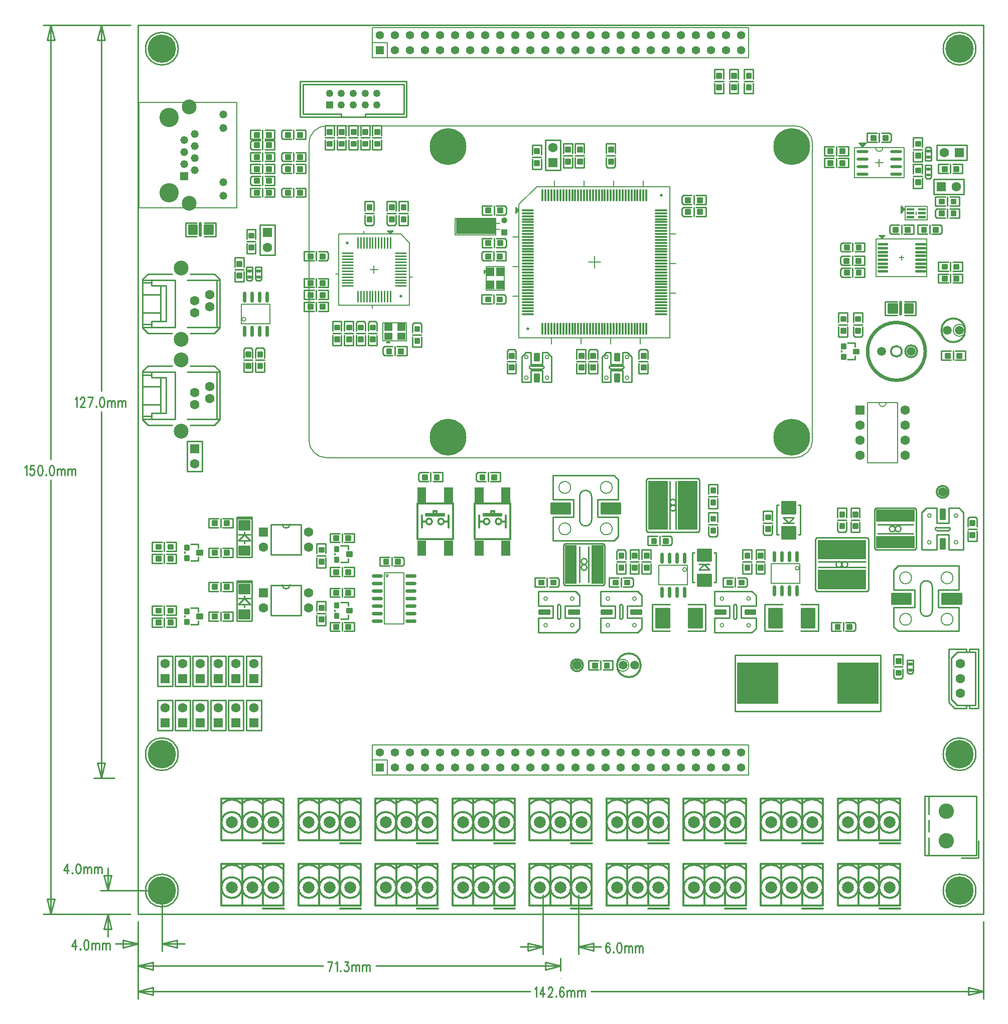
<source format=gbr>
*
*
G04 PADS Layout (Build Number 2005.266.2) generated Gerber (RS-274-X) file*
G04 PC Version=2.1*
*
%IN "cflora_base_1125.pcb"*%
*
%MOMM*%
*
%FSLAX35Y35*%
*
*
*
*
G04 PC Standard Apertures*
*
*
G04 Thermal Relief Aperture macro.*
%AMTER*
1,1,$1,0,0*
1,0,$1-$2,0,0*
21,0,$3,$4,0,0,45*
21,0,$3,$4,0,0,135*
%
*
*
G04 Annular Aperture macro.*
%AMANN*
1,1,$1,0,0*
1,0,$2,0,0*
%
*
*
G04 Odd Aperture macro.*
%AMODD*
1,1,$1,0,0*
1,0,$1-0.005,0,0*
%
*
*
G04 PC Custom Aperture Macros*
*
*
*
*
*
*
G04 PC Aperture Table*
*
%ADD012C,0.1524*%
%ADD013C,0.0254*%
%ADD015C,0.2032*%
%ADD033C,1.5*%
%ADD034R,1.4224X1.4224*%
%ADD035C,1.4224*%
%ADD036C,2*%
%ADD039C,2.5*%
%ADD042R,2.54X2.54*%
%ADD045O,2.032X0.508*%
%ADD055C,1.016*%
%ADD058C,0.254*%
%ADD059C,0.3048*%
%ADD069R,1.5X1.5*%
%ADD098R,1.6X1.6*%
%ADD101R,2X2*%
%ADD103C,1.6*%
%ADD104R,7X7*%
%ADD105R,1.25X1.25*%
%ADD106C,1.25*%
%ADD107C,2.6*%
%ADD108R,3.3X3.3*%
%ADD109C,0.6096*%
%ADD110C,0.508*%
%ADD111R,1.3208X1.3208*%
%ADD112C,1.3208*%
%ADD113C,3.2512*%
%ADD114C,0.381*%
%ADD115R,0.4064X0.4064*%
%ADD116R,1.2X1.2*%
%ADD117C,6.2*%
%ADD118C,4.5*%
%ADD119R,1.016X1.016*%
%ADD120C,0.2*%
%ADD125C,0.1778*%
%ADD126C,0.35*%
*
*
*
*
G04 PC Custom Flashes*
G04 Layer Name cflora_base_1125.pcb - flashes*
%LPD*%
*
*
G04 PC Circuitry*
G04 Layer Name cflora_base_1125.pcb - circuitry*
%LPD*%
*
G54D12*
G01X29355000Y24846000D02*
Y25354000D01*
X35705000*
Y24846000*
X29355000*
Y25100000D02*
X29609000D01*
Y24846000*
X29355000Y12746000D02*
Y13254000D01*
X35705000*
Y12746000*
X29355000*
Y13000000D02*
X29609000D01*
Y12746000*
X31825000Y22375000D02*
X32125000Y22675000D01*
X34375000*
Y20125000*
X31825000*
Y22375000*
Y21825000D02*
X31725000D01*
X31825000Y21325000D02*
X31725000D01*
X31825000Y20825000D02*
X31725000D01*
X32375000Y20125000D02*
Y20025000D01*
X34375000Y21875000D02*
X34475000D01*
X34375000Y21375000D02*
X34475000D01*
X34375000Y20875000D02*
X34475000D01*
X33875000Y20125000D02*
Y20025000D01*
X33375000Y20125000D02*
Y20025000D01*
X32875000Y20125000D02*
Y20025000D01*
X33925000Y22675000D02*
Y22775000D01*
X33425000Y22675000D02*
Y22775000D01*
X32425000Y22675000D02*
Y22775000D01*
X32925000Y22675000D02*
Y22775000D01*
X31825000Y22275000D02*
X31775000Y22325000D01*
Y22225000*
X31825000Y22275000*
X33100000Y21500000D02*
Y21300000D01*
X33000000Y21400000D02*
X33200000D01*
X29316431Y21275000D02*
X29443431D01*
X29379931Y21338501D02*
Y21211501D01*
X29829931Y21875001D02*
X29979931Y21725001D01*
Y20675001*
X28779931*
Y21875001*
X29829931*
X29655000Y21875000D02*
X29705000Y21925000D01*
X29605000*
X29655000Y21875000*
X29205000D02*
Y21925000D01*
X28780000Y21200000D02*
X28730000D01*
X29355000Y20675000D02*
Y20625000D01*
X29980000Y21150000D02*
X30030000D01*
X27064000Y24094600D02*
X25413000D01*
Y22316600*
X27064000*
Y24094600*
X38710000Y21791400D02*
X37850000D01*
Y21158600*
X38710000*
Y21791400*
X38241900Y21475000D02*
X38318100D01*
X38280000Y21513100D02*
Y21436900D01*
X37949800Y21802800D02*
X37999800Y21852800D01*
X37899800*
X37949800Y21802800*
Y21812800D02*
X37984800Y21847800D01*
X37919800*
X37952300Y21815300*
X37949800Y21822800D02*
X37964800Y21837800D01*
X37939800*
X37947300Y21830300*
X38715004Y22339999D02*
X38344996D01*
Y22110001*
X38715004*
Y22339999*
X38334400Y22288500D02*
X38270900Y22352000D01*
Y22225000*
X38334400Y22288500*
X38321700D02*
X38277250Y22332950D01*
Y22250400*
X38318525Y22291675*
X38309000Y22288500D02*
X38283600Y22313900D01*
Y22275800*
X38296300Y22288500*
X38520000Y22225000D02*
X38540000D01*
X38530000Y22205000D02*
Y22245000D01*
X38324100Y23329000D02*
X37485900D01*
Y22821000*
X38324100*
Y23329000*
X37625600Y23341700D02*
X37562100Y23405200D01*
X37689100*
X37625600Y23341700*
X37638300Y23379800D02*
X37612900D01*
X37625600Y23367100*
X37638300Y23379800*
X37841500Y23329000D02*
G75*
G03X37968500I63500J0D01*
G01X37841500Y23075000D02*
X37968500D01*
X37905000Y23138500D02*
Y23011500D01*
X29617500Y20065000D02*
X29587500Y20035000D01*
X29647500*
X29617500Y20065000*
Y20055000D02*
X29607500Y20045000D01*
X29627500*
X29617500Y20055000*
X29530000Y20375000D02*
X29930000D01*
Y20075000*
X29530000*
Y20375000*
X31265000Y21237500D02*
X31235000Y21267500D01*
Y21207500*
X31265000Y21237500*
X31255000D02*
X31245000Y21247500D01*
Y21227500*
X31255000Y21237500*
X31575000Y21325000D02*
Y20925000D01*
X31275000*
Y21325000*
X31575000*
X31498800Y21949200D02*
X31435300D01*
X31498800Y22050800D02*
X31435300D01*
Y21860300D02*
Y22139700D01*
X30749500*
Y21860300*
X31435300*
X36480000Y18100000D02*
G03X36780000Y18400000I0J300000D01*
G01X36480000Y18100000D02*
X28580000D01*
X28280000Y18400000D02*
G03X28580000Y18100000I300000J0D01*
G01X28280000Y18400000D02*
Y23400000D01*
X28580000Y23700000D02*
G03X28280000Y23400000I0J-300000D01*
G01X28580000Y23700000D02*
X36480000D01*
X36780000Y23400000D02*
G03X36480000Y23700000I-300000J0D01*
G01X36780000Y23400000D02*
Y18400000D01*
G54D13*
X25400000Y10400000D02*
X25400067D01*
X25400000Y25400000D02*
X25400067D01*
X25125000Y12700000D02*
X25125067D01*
X25400000Y25400000D02*
X25400067D01*
X25400000Y10400000D02*
X25400067D01*
X32530000Y9320000D02*
X32530067D01*
X32229250Y10850000D02*
X32229317D01*
X32829250D02*
X32829317D01*
X25800000Y10800000D02*
X25800067D01*
X25400000Y10400000D02*
X25400067D01*
X25400000D02*
X25400067D01*
X25800000Y10800000D02*
X25800067D01*
X25400000Y10400000D02*
X25400067D01*
X39660000D02*
X39660067D01*
G54D15*
X37663700Y23392500D02*
X37587500D01*
X37625600Y23354400*
X37663700Y23392500*
G54D33*
X39055000Y20250000D03*
X39255000D03*
X33780000Y14600000D03*
X33580000D03*
X38445000Y19895000D03*
X37945000D03*
G54D34*
X29482000Y24973000D03*
Y12873000D03*
G54D35*
Y25227000D03*
X29736000Y24973000D03*
Y25227000D03*
X29990000Y24973000D03*
Y25227000D03*
X30244000Y24973000D03*
Y25227000D03*
X30498000Y24973000D03*
Y25227000D03*
X30752000Y24973000D03*
Y25227000D03*
X31006000Y24973000D03*
Y25227000D03*
X31260000Y24973000D03*
Y25227000D03*
X31514000Y24973000D03*
Y25227000D03*
X31768000Y24973000D03*
Y25227000D03*
X32022000Y24973000D03*
Y25227000D03*
X32276000Y24973000D03*
Y25227000D03*
X32530000Y24973000D03*
Y25227000D03*
X32784000Y24973000D03*
Y25227000D03*
X33038000Y24973000D03*
Y25227000D03*
X33292000Y24973000D03*
Y25227000D03*
X33546000Y24973000D03*
Y25227000D03*
X33800000Y24973000D03*
Y25227000D03*
X34054000Y24973000D03*
Y25227000D03*
X34308000Y24973000D03*
Y25227000D03*
X34562000Y24973000D03*
Y25227000D03*
X34816000Y24973000D03*
Y25227000D03*
X35070000Y24973000D03*
Y25227000D03*
X35324000Y24973000D03*
Y25227000D03*
X35578000Y24973000D03*
Y25227000D03*
X29482000Y13127000D03*
X29736000Y12873000D03*
Y13127000D03*
X29990000Y12873000D03*
Y13127000D03*
X30244000Y12873000D03*
Y13127000D03*
X30498000Y12873000D03*
Y13127000D03*
X30752000Y12873000D03*
Y13127000D03*
X31006000Y12873000D03*
Y13127000D03*
X31260000Y12873000D03*
Y13127000D03*
X31514000Y12873000D03*
Y13127000D03*
X31768000Y12873000D03*
Y13127000D03*
X32022000Y12873000D03*
Y13127000D03*
X32276000Y12873000D03*
Y13127000D03*
X32530000Y12873000D03*
Y13127000D03*
X32784000Y12873000D03*
Y13127000D03*
X33038000Y12873000D03*
Y13127000D03*
X33292000Y12873000D03*
Y13127000D03*
X33546000Y12873000D03*
Y13127000D03*
X33800000Y12873000D03*
Y13127000D03*
X34054000Y12873000D03*
Y13127000D03*
X34308000Y12873000D03*
Y13127000D03*
X34562000Y12873000D03*
Y13127000D03*
X34816000Y12873000D03*
Y13127000D03*
X35070000Y12873000D03*
Y13127000D03*
X35324000Y12873000D03*
Y13127000D03*
X35578000Y12873000D03*
Y13127000D03*
G54D36*
X27679250Y10850000D03*
X27330000D03*
X26979250D03*
X28979250Y11950000D03*
X28630000D03*
X28279250D03*
X28979250Y10850000D03*
X28630000D03*
X28279250D03*
X30279250Y11950000D03*
X29930000D03*
X29579250D03*
X30279250Y10850000D03*
X29930000D03*
X29579250D03*
X31579250Y11950000D03*
X31230000D03*
X30879250D03*
X31579250Y10850000D03*
X31230000D03*
X30879250D03*
X32879250Y11950000D03*
X32530000D03*
X32179250D03*
X32879250Y10850000D03*
X32530000D03*
X32179250D03*
X34179250Y11950000D03*
X33830000D03*
X33479250D03*
X34179250Y10850000D03*
X33830000D03*
X33479250D03*
X35479250Y11950000D03*
X35130000D03*
X34779250D03*
X35479250Y10850000D03*
X35130000D03*
X34779250D03*
X36779250Y11950000D03*
X36430000D03*
X36079250D03*
X36779250Y10850000D03*
X36430000D03*
X36079250D03*
X27679250Y11950000D03*
X27330000D03*
X26979250D03*
X38079250D03*
X37730000D03*
X37379250D03*
X38079250Y10850000D03*
X37730000D03*
X37379250D03*
G54D39*
X26125000Y20100000D03*
Y21300000D03*
Y18550000D03*
Y19750000D03*
X26263900Y24018400D03*
Y22392800D03*
G54D42*
X31295600Y22000000D02*
X30889200D01*
G54D45*
X37619250Y23265500D03*
Y23138500D03*
Y23011500D03*
Y22884500D03*
X38190750D03*
Y23011500D03*
Y23138500D03*
Y23265500D03*
G54D55*
X31575000Y22100000D03*
G54D58*
X27330000Y19750000D02*
X27180000D01*
X27330000Y19788100D02*
Y19928206D01*
X27305006Y19953200*
X27204994*
X27180000Y19928206*
Y19788100*
X27330000Y19711900D02*
Y19546800D01*
X27180000*
Y19711900*
X28025000Y23250000D02*
Y23100000D01*
X27986900Y23250000D02*
X27846794D01*
X27821800Y23225006*
Y23124994*
X27846794Y23100000*
X27986900*
X28063100Y23250000D02*
X28228200D01*
Y23100000*
X28063100*
X28025000Y23625000D02*
Y23475000D01*
X27986900Y23625000D02*
X27846794D01*
X27821800Y23600006*
Y23499994*
X27846794Y23475000*
X27986900*
X28063100Y23625000D02*
X28228200D01*
Y23475000*
X28063100*
X29730000Y19975000D02*
Y19825000D01*
X29691900Y19975000D02*
X29551794D01*
X29526800Y19950006*
Y19849994*
X29551794Y19825000*
X29691900*
X29768100Y19975000D02*
X29933200D01*
Y19825000*
X29768100*
X27500000Y22850000D02*
Y22700000D01*
X27461900Y22850000D02*
X27321794D01*
X27296800Y22825006*
Y22724994*
X27321794Y22700000*
X27461900*
X27538100Y22850000D02*
X27703200D01*
Y22700000*
X27538100*
X27500000Y23450000D02*
Y23300000D01*
X27461900Y23450000D02*
X27321794D01*
X27296800Y23425006*
Y23324994*
X27321794Y23300000*
X27461900*
X27538100Y23450000D02*
X27703200D01*
Y23300000*
X27538100*
X30180000Y20175000D02*
X30030000D01*
X30180000Y20213100D02*
Y20353206D01*
X30155006Y20378200*
X30054994*
X30030000Y20353206*
Y20213100*
X30180000Y20136900D02*
Y19971800D01*
X30030000*
Y20136900*
X26386500Y22064300D02*
X26200000D01*
Y21835700*
X26386500*
X26513500Y22064300D02*
X26712500D01*
Y21835700*
X26513500*
X37200000Y17050000D02*
X37350000D01*
X37200000Y17011900D02*
Y16871794D01*
X37224994Y16846800*
X37325006*
X37350000Y16871794*
Y17011900*
X37200000Y17088100D02*
Y17253200D01*
X37350000*
Y17088100*
X35025000Y16975000D02*
X35175000D01*
X35025000Y16936900D02*
Y16796794D01*
X35049994Y16771800*
X35150006*
X35175000Y16796794*
Y16936900*
X35025000Y17013100D02*
Y17178200D01*
X35175000*
Y17013100*
X37300000Y15175000D02*
Y15325000D01*
X37338100Y15175000D02*
X37478206D01*
X37503200Y15199994*
Y15300006*
X37478206Y15325000*
X37338100*
X37261900Y15175000D02*
X37096800D01*
Y15325000*
X37261900*
X27530000Y19750000D02*
X27380000D01*
X27530000Y19788100D02*
Y19928206D01*
X27505006Y19953200*
X27404994*
X27380000Y19928206*
Y19788100*
X27530000Y19711900D02*
Y19546800D01*
X27380000*
Y19711900*
X39550000Y16900000D02*
X39400000D01*
X39550000Y16938100D02*
Y17078206D01*
X39525006Y17103200*
X39424994*
X39400000Y17078206*
Y16938100*
X39550000Y16861900D02*
Y16696800D01*
X39400000*
Y16861900*
X33625000Y16350000D02*
X33475000D01*
X33625000Y16388100D02*
Y16528206D01*
X33600006Y16553200*
X33499994*
X33475000Y16528206*
Y16388100*
X33625000Y16311900D02*
Y16146800D01*
X33475000*
Y16311900*
X32300000Y15925000D02*
Y16075000D01*
X32338100Y15925000D02*
X32478206D01*
X32503200Y15949994*
Y16050006*
X32478206Y16075000*
X32338100*
X32261900Y15925000D02*
X32096800D01*
Y16075000*
X32261900*
X38150000Y14575000D02*
X38300000D01*
X38150000Y14536900D02*
Y14396794D01*
X38174994Y14371800*
X38275006*
X38300000Y14396794*
Y14536900*
X38150000Y14613100D02*
Y14778200D01*
X38300000*
Y14613100*
X35475000Y15925000D02*
Y16075000D01*
X35513100Y15925000D02*
X35653206D01*
X35678200Y15949994*
Y16050006*
X35653206Y16075000*
X35513100*
X35436900Y15925000D02*
X35271800D01*
Y16075000*
X35436900*
X33550000Y15925000D02*
Y16075000D01*
X33588100Y15925000D02*
X33728206D01*
X33753200Y15949994*
Y16050006*
X33728206Y16075000*
X33588100*
X33511900Y15925000D02*
X33346800D01*
Y16075000*
X33511900*
X34200000Y16625000D02*
Y16775000D01*
X34238100Y16625000D02*
X34378206D01*
X34403200Y16649994*
Y16750006*
X34378206Y16775000*
X34238100*
X34161900Y16625000D02*
X33996800D01*
Y16775000*
X34161900*
X35950000Y17000000D02*
X36100000D01*
X35950000Y16961900D02*
Y16821794D01*
X35974994Y16796800*
X36075006*
X36100000Y16821794*
Y16961900*
X35950000Y17038100D02*
Y17203200D01*
X36100000*
Y17038100*
X29680000Y16275000D02*
Y16425000D01*
X29718100Y16275000D02*
X29858206D01*
X29883200Y16299994*
Y16400006*
X29858206Y16425000*
X29718100*
X29641900Y16275000D02*
X29476800D01*
Y16425000*
X29641900*
X39055000Y22300000D02*
Y22150000D01*
X39016900Y22300000D02*
X38876794D01*
X38851800Y22275006*
Y22174994*
X38876794Y22150000*
X39016900*
X39093100Y22300000D02*
X39258200D01*
Y22150000*
X39093100*
X29430000Y20200000D02*
X29280000D01*
X29430000Y20238100D02*
Y20378206D01*
X29405006Y20403200*
X29304994*
X29280000Y20378206*
Y20238100*
X29430000Y20161900D02*
Y19996800D01*
X29280000*
Y20161900*
X38280000Y22025000D02*
Y21875000D01*
X38241900Y22025000D02*
X38101794D01*
X38076800Y22000006*
Y21899994*
X38101794Y21875000*
X38241900*
X38318100Y22025000D02*
X38483200D01*
Y21875000*
X38318100*
X38755000D02*
Y22025000D01*
X38793100Y21875000D02*
X38933206D01*
X38958200Y21899994*
Y22000006*
X38933206Y22025000*
X38793100*
X38716900Y21875000D02*
X38551800D01*
Y22025000*
X38716900*
X37455000Y21725000D02*
Y21575000D01*
X37416900Y21725000D02*
X37276794D01*
X37251800Y21700006*
Y21599994*
X37276794Y21575000*
X37416900*
X37493100Y21725000D02*
X37658200D01*
Y21575000*
X37493100*
X37450000Y21500000D02*
Y21350000D01*
X37411900Y21500000D02*
X37271794D01*
X37246800Y21475006*
Y21374994*
X37271794Y21350000*
X37411900*
X37488100Y21500000D02*
X37653200D01*
Y21350000*
X37488100*
X37455000Y21300000D02*
Y21150000D01*
X37416900Y21300000D02*
X37276794D01*
X37251800Y21275006*
Y21174994*
X37276794Y21150000*
X37416900*
X37493100Y21300000D02*
X37658200D01*
Y21150000*
X37493100*
X37905000Y23425000D02*
Y23575000D01*
X37943100Y23425000D02*
X38083206D01*
X38108200Y23449994*
Y23550006*
X38083206Y23575000*
X37943100*
X37866900Y23425000D02*
X37701800D01*
Y23575000*
X37866900*
X31400000Y20700000D02*
Y20850000D01*
X31438100Y20700000D02*
X31578206D01*
X31603200Y20724994*
Y20825006*
X31578206Y20850000*
X31438100*
X31361900Y20700000D02*
X31196800D01*
Y20850000*
X31361900*
X31400000Y21575000D02*
Y21425000D01*
X31361900Y21575000D02*
X31221794D01*
X31196800Y21550006*
Y21449994*
X31221794Y21425000*
X31361900*
X31438100Y21575000D02*
X31603200D01*
Y21425000*
X31438100*
X31305000Y17850000D02*
Y17700000D01*
X31266900Y17850000D02*
X31126794D01*
X31101800Y17825006*
Y17724994*
X31126794Y17700000*
X31266900*
X31343100Y17850000D02*
X31508200D01*
Y17700000*
X31343100*
X30335000Y17850000D02*
Y17700000D01*
X30296900Y17850000D02*
X30156794D01*
X30131800Y17825006*
Y17724994*
X30156794Y17700000*
X30296900*
X30373100Y17850000D02*
X30538200D01*
Y17700000*
X30373100*
X29225000Y22225000D02*
X29375000D01*
X29225000Y22186900D02*
Y22046794D01*
X29249994Y22021800*
X29350006*
X29375000Y22046794*
Y22186900*
X29225000Y22263100D02*
Y22428200D01*
X29375000*
Y22263100*
X31405000Y22200000D02*
Y22350000D01*
X31443100Y22200000D02*
X31583206D01*
X31608200Y22224994*
Y22325006*
X31583206Y22350000*
X31443100*
X31366900Y22200000D02*
X31201800D01*
Y22350000*
X31366900*
X31405000Y21650000D02*
Y21800000D01*
X31443100Y21650000D02*
X31583206D01*
X31608200Y21674994*
Y21775006*
X31583206Y21800000*
X31443100*
X31366900Y21650000D02*
X31201800D01*
Y21800000*
X31366900*
X34775000Y22525000D02*
Y22375000D01*
X34736900Y22525000D02*
X34596794D01*
X34571800Y22500006*
Y22399994*
X34596794Y22375000*
X34736900*
X34813100Y22525000D02*
X34978200D01*
Y22375000*
X34813100*
X33300000Y23200000D02*
X33450000D01*
X33300000Y23161900D02*
Y23021794D01*
X33324994Y22996800*
X33425006*
X33450000Y23021794*
Y23161900*
X33300000Y23238100D02*
Y23403200D01*
X33450000*
Y23238100*
X31775000Y19725000D02*
X31625000D01*
X31775000Y19763100D02*
Y19903206D01*
X31750006Y19928200*
X31649994*
X31625000Y19903206*
Y19763100*
X31775000Y19686900D02*
Y19521800D01*
X31625000*
Y19686900*
X33150000Y19725000D02*
X33000000D01*
X33150000Y19763100D02*
Y19903206D01*
X33125006Y19928200*
X33024994*
X33000000Y19903206*
Y19763100*
X33150000Y19686900D02*
Y19521800D01*
X33000000*
Y19686900*
X34775000Y22325000D02*
Y22175000D01*
X34736900Y22325000D02*
X34596794D01*
X34571800Y22300006*
Y22199994*
X34596794Y22175000*
X34736900*
X34813100Y22325000D02*
X34978200D01*
Y22175000*
X34813100*
X34000000Y19725000D02*
X33850000D01*
X34000000Y19763100D02*
Y19903206D01*
X33975006Y19928200*
X33874994*
X33850000Y19903206*
Y19763100*
X34000000Y19686900D02*
Y19521800D01*
X33850000*
Y19686900*
X37470000Y20345000D02*
X37620000D01*
X37470000Y20306900D02*
Y20166794D01*
X37494994Y20141800*
X37595006*
X37620000Y20166794*
Y20306900*
X37470000Y20383100D02*
Y20548200D01*
X37620000*
Y20383100*
X29600000Y22225000D02*
X29750000D01*
X29600000Y22186900D02*
Y22046794D01*
X29624994Y22021800*
X29725006*
X29750000Y22046794*
Y22186900*
X29600000Y22263100D02*
Y22428200D01*
X29750000*
Y22263100*
X29230000Y20200000D02*
X29080000D01*
X29230000Y20238100D02*
Y20378206D01*
X29205006Y20403200*
X29104994*
X29080000Y20378206*
Y20238100*
X29230000Y20161900D02*
Y19996800D01*
X29080000*
Y20161900*
X28405000Y21425000D02*
Y21575000D01*
X28443100Y21425000D02*
X28583206D01*
X28608200Y21449994*
Y21550006*
X28583206Y21575000*
X28443100*
X28366900Y21425000D02*
X28201800D01*
Y21575000*
X28366900*
X28025000Y22650000D02*
Y22500000D01*
X27986900Y22650000D02*
X27846794D01*
X27821800Y22625006*
Y22524994*
X27846794Y22500000*
X27986900*
X28063100Y22650000D02*
X28228200D01*
Y22500000*
X28063100*
X28025000Y23050000D02*
Y22900000D01*
X27986900Y23050000D02*
X27846794D01*
X27821800Y23025006*
Y22924994*
X27846794Y22900000*
X27986900*
X28063100Y23050000D02*
X28228200D01*
Y22900000*
X28063100*
X25975000Y20200000D02*
X25563900D01*
X25475000Y20288900*
Y21111100*
X25563900Y21200000*
X25975000*
X26275000Y20200000D02*
X26686100D01*
X26775000Y20288900*
Y21111100*
X26686100Y21200000*
X26275000*
X25475000Y20300000D02*
X26025000D01*
X26225000D02*
X26775000D01*
X25475000Y21100000D02*
X26025000D01*
X26775000D02*
X26225000D01*
X26025000Y20300000D02*
Y21100000D01*
X25625000Y20300000D02*
Y20400000D01*
X25875000*
Y21000000*
X25625000*
Y21100000*
X25775000Y20400000D02*
Y21000000D01*
X25475000Y20550000D02*
X25775000D01*
X25475000Y20850000D02*
X25775000D01*
X25475000Y21050000D02*
X25625000D01*
X25475000Y20350000D02*
X25625000D01*
X26725000Y20300000D02*
Y21100000D01*
X25975000Y18650000D02*
X25563900D01*
X25475000Y18738900*
Y19561100*
X25563900Y19650000*
X25975000*
X26275000Y18650000D02*
X26686100D01*
X26775000Y18738900*
Y19561100*
X26686100Y19650000*
X26275000*
X25475000Y18750000D02*
X26025000D01*
X26225000D02*
X26775000D01*
X25475000Y19550000D02*
X26025000D01*
X26775000D02*
X26225000D01*
X26025000Y18750000D02*
Y19550000D01*
X25625000Y18750000D02*
Y18850000D01*
X25875000*
Y19450000*
X25625000*
Y19550000*
X25775000Y18850000D02*
Y19450000D01*
X25475000Y19000000D02*
X25775000D01*
X25475000Y19300000D02*
X25775000D01*
X25475000Y19500000D02*
X25625000D01*
X25475000Y18800000D02*
X25625000D01*
X26725000Y18750000D02*
Y19550000D01*
X27330800Y21314300D02*
X27229200D01*
Y21111100*
X27254600Y21085700*
X27305400*
X27330800Y21111100*
Y21314300*
X38780800Y23039300D02*
X38679200D01*
Y22836100*
X38704600Y22810700*
X38755400*
X38780800Y22836100*
Y23039300*
X27480800Y21314300D02*
X27379200D01*
Y21111100*
X27404600Y21085700*
X27455400*
X27480800Y21111100*
Y21314300*
X36286100Y17088100D02*
X36463900D01*
X36375000Y16999200*
X36286100Y17088100*
Y16999200D02*
X36463900D01*
X36537500Y16800000D02*
X36575000D01*
Y17300000*
X36537500*
X36212500Y16800000D02*
X36175000D01*
Y17300000*
X36212500*
X35038900Y16211900D02*
X34861100D01*
X34950000Y16300800*
X35038900Y16211900*
Y16300800D02*
X34861100D01*
X34787500Y16500000D02*
X34750000D01*
Y16000000*
X34787500*
X35112500Y16500000D02*
X35150000D01*
Y16000000*
X35112500*
X38475800Y14689300D02*
X38374200D01*
Y14486100*
X38399600Y14460700*
X38450400*
X38475800Y14486100*
Y14689300*
X27315000Y17075000D02*
Y16425000D01*
X27065000*
Y17075000*
X27315000*
X27290000Y16800000D02*
X27090000D01*
X27190000D02*
X27290000Y16700000D01*
X27090000*
X27190000Y16800000*
Y16700000D02*
Y16650000D01*
Y16850000D02*
Y16800000D01*
X27315000Y17100000D02*
Y17075000D01*
X27065000*
Y17100000*
X27315000*
Y16000000D02*
Y15350000D01*
X27065000*
Y16000000*
X27315000*
X27290000Y15725000D02*
X27090000D01*
X27190000D02*
X27290000Y15625000D01*
X27090000*
X27190000Y15725000*
Y15625000D02*
Y15575000D01*
Y15775000D02*
Y15725000D01*
X27315000Y16025000D02*
Y16000000D01*
X27065000*
Y16025000*
X27315000*
X38679200Y23110700D02*
X38780800D01*
Y23313900*
X38755400Y23339300*
X38704600*
X38679200Y23313900*
Y23110700*
X39250000Y15175000D02*
Y15575000D01*
X38900000*
Y15875000*
X39250000*
Y16275000*
X38220000*
X38150000Y16205000*
Y15875000*
X38500000*
Y15575000*
X38150000*
Y15245000*
X38220000Y15175000*
X39250000*
X38600000Y15525000D02*
G03X38800000I100000J0D01*
G01X38600000D02*
Y15925000D01*
X38800000D02*
G03X38600000I-100000J0D01*
G01X38800000D02*
Y15525000D01*
X38625000Y16550000D02*
X38875000D01*
Y16800000*
X39075000*
Y16550000*
X39325000*
Y17180000*
X39255000Y17250000*
X39075000*
Y17000000*
X38875000*
Y17250000*
X38695000*
X38625000Y17180000*
Y16550000*
X38875000Y16925000D02*
G03Y16875000I0J-25000D01*
G01Y16925000D02*
X39075000D01*
Y16875000D02*
G03Y16925000I0J25000D01*
G01Y16875000D02*
X38875000D01*
X32400000Y17800000D02*
Y17400000D01*
X32750000*
Y17100000*
X32400000*
Y16700000*
X33430000*
X33500000Y16770000*
Y17100000*
X33150000*
Y17400000*
X33500000*
Y17730000*
X33430000Y17800000*
X32400000*
X33050000Y17450000D02*
G03X32850000I-100000J0D01*
G01X33050000D02*
Y17050000D01*
X32850000D02*
G03X33050000I100000J0D01*
G01X32850000D02*
Y17450000D01*
X32150000Y15850000D02*
Y15600000D01*
X32400000*
Y15400000*
X32150000*
Y15150000*
X32780000*
X32850000Y15220000*
Y15400000*
X32600000*
Y15600000*
X32850000*
Y15780000*
X32780000Y15850000*
X32150000*
X32525000Y15600000D02*
G03X32475000I-25000J0D01*
G01X32525000D02*
Y15400000D01*
X32475000D02*
G03X32525000I25000J0D01*
G01X32475000D02*
Y15600000D01*
X35125000Y15850000D02*
Y15600000D01*
X35375000*
Y15400000*
X35125000*
Y15150000*
X35755000*
X35825000Y15220000*
Y15400000*
X35575000*
Y15600000*
X35825000*
Y15780000*
X35755000Y15850000*
X35125000*
X35500000Y15600000D02*
G03X35450000I-25000J0D01*
G01X35500000D02*
Y15400000D01*
X35450000D02*
G03X35500000I25000J0D01*
G01X35450000D02*
Y15600000D01*
X33200000Y15850000D02*
Y15600000D01*
X33450000*
Y15400000*
X33200000*
Y15150000*
X33830000*
X33900000Y15220000*
Y15400000*
X33650000*
Y15600000*
X33900000*
Y15780000*
X33830000Y15850000*
X33200000*
X33575000Y15600000D02*
G03X33525000I-25000J0D01*
G01X33575000D02*
Y15400000D01*
X33525000D02*
G03X33575000I25000J0D01*
G01X33525000D02*
Y15600000D01*
X33225000Y19375000D02*
X33375000D01*
Y19575000*
X33575000*
Y19375000*
X33725000*
Y19805000*
X33655000Y19875000*
X33575000*
Y19675000*
X33375000*
Y19875000*
X33295000*
X33225000Y19805000*
Y19375000*
X33375000Y19650000D02*
G03Y19600000I0J-25000D01*
G01Y19650000D02*
X33575000D01*
Y19600000D02*
G03Y19650000I0J25000D01*
G01Y19600000D02*
X33375000D01*
X31875000Y19375000D02*
X32025000D01*
Y19575000*
X32225000*
Y19375000*
X32375000*
Y19805000*
X32305000Y19875000*
X32225000*
Y19675000*
X32025000*
Y19875000*
X31945000*
X31875000Y19805000*
Y19375000*
X32025000Y19650000D02*
G03Y19600000I0J-25000D01*
G01Y19650000D02*
X32225000D01*
Y19600000D02*
G03Y19650000I0J25000D01*
G01Y19600000D02*
X32025000D01*
X37925000Y13825000D02*
X35475000D01*
Y14775000*
X37925000*
Y13825000*
X27642000Y16977000D02*
Y16469000D01*
X28150000*
Y16977000*
X27642000*
X27959500D02*
X27959500D01*
X27832500D02*
G03X27959500I63500J0D01*
G01X27832500D02*
X27832500D01*
X27642000Y15952000D02*
Y15444000D01*
X28150000*
Y15952000*
X27642000*
X27959500D02*
X27959500D01*
X27832500D02*
G03X27959500I63500J0D01*
G01X27832500D02*
X27832500D01*
X26482000Y18377000D02*
Y17869000D01*
X26228000*
Y18377000*
X26482000*
X28130000Y24450000D02*
X29930000D01*
Y23850000*
X28130000*
Y24450000*
X28830000Y23850000D02*
Y23900000D01*
X28180000*
Y24400000*
X29880000*
Y23900000*
X29230000*
Y23850000*
X27223000Y14248000D02*
Y14756000D01*
X27477000*
Y14248000*
X27223000*
Y13498000D02*
Y14006000D01*
X27477000*
Y13498000*
X27223000*
X26923000Y14248000D02*
Y14756000D01*
X27177000*
Y14248000*
X26923000*
Y13498000D02*
Y14006000D01*
X27177000*
Y13498000*
X26923000*
X26323000Y14248000D02*
Y14756000D01*
X26577000*
Y14248000*
X26323000*
Y13498000D02*
Y14006000D01*
X26577000*
Y13498000*
X26323000*
X26623000Y14248000D02*
Y14756000D01*
X26877000*
Y14248000*
X26623000*
X27707000Y22027000D02*
Y21519000D01*
X27453000*
Y22027000*
X27707000*
X26623000Y13498000D02*
Y14006000D01*
X26877000*
Y13498000*
X26623000*
X26023000Y14248000D02*
Y14756000D01*
X26277000*
Y14248000*
X26023000*
Y13498000D02*
Y14006000D01*
X26277000*
Y13498000*
X26023000*
X25723000Y14248000D02*
Y14756000D01*
X25977000*
Y14248000*
X25723000*
Y13498000D02*
Y14006000D01*
X25977000*
Y13498000*
X25723000*
X38669998Y11390001D02*
Y12389999D01*
X39548000*
Y11390001*
X38669998*
X38740001D02*
Y11690000D01*
Y11790000D02*
Y11990000D01*
Y12090000D02*
Y12389999D01*
X39294000Y11350250D02*
X39579750D01*
Y11636000*
X39575000Y14875000D02*
Y13875000D01*
X39375000Y14825000D02*
Y14875000D01*
X39075000*
X39375000Y13875000D02*
X39175000D01*
X39375000Y14825000D02*
X39525000D01*
Y13925000*
X39375000*
X39425000Y14825000D02*
Y14875000D01*
X39575000*
X39075000D02*
Y13975000D01*
X39175000Y13875000*
X39375000Y14825000D02*
X39225000D01*
X39125000Y14725000*
Y14025000*
X39225000Y13925000*
X39425000D02*
Y13875000D01*
X39575000*
X39225000Y13925000D02*
X39375000D01*
Y13875000*
X39382000Y23123000D02*
X38874000D01*
Y23377000*
X39382000*
Y23123000*
X38828000Y22802000D02*
X39336000D01*
Y22548000*
X38828000*
Y22802000*
X32273000Y22948000D02*
Y23456000D01*
X32527000*
Y22948000*
X32273000*
X37275000Y16750000D02*
X37699600D01*
X37725000Y16724600*
Y15875400*
X37699600Y15850000*
X37275000*
Y16750000D02*
X36850400D01*
X36825000Y16724600*
Y15875400*
X36850400Y15850000*
X37275000*
X37675000Y16350000D02*
X36875000D01*
X37675000Y16250000D02*
X36875000D01*
X37275000Y16300000D02*
G03X37275000I-50000J0D01*
G01X37375000D02*
G03X37375000I-50000J0D01*
G01X38175000Y16550000D02*
X37850400D01*
X37825000Y16575400*
Y17224600*
X37850400Y17250000*
X38175000*
Y16550000D02*
X38499600D01*
X38525000Y16575400*
Y17224600*
X38499600Y17250000*
X38175000*
X37875000Y16825000D02*
X38475000D01*
X37875000Y16975000D02*
X38475000D01*
X38275000Y16900000D02*
G03X38275000I-50000J0D01*
G01X38175000D02*
G03X38175000I-50000J0D01*
G01X34875000Y17300000D02*
Y16875400D01*
X34849600Y16850000*
X34000400*
X33975000Y16875400*
Y17300000*
X34875000D02*
Y17724600D01*
X34849600Y17750000*
X34000400*
X33975000Y17724600*
Y17300000*
X34475000Y16900000D02*
Y17700000D01*
X34375000Y16900000D02*
Y17700000D01*
X34475000Y17350000D02*
G03X34475000I-50000J0D01*
G01Y17250000D02*
G03X34475000I-50000J0D01*
G01X33275000Y16300000D02*
Y15975400D01*
X33249600Y15950000*
X32600400*
X32575000Y15975400*
Y16300000*
X33275000D02*
Y16624600D01*
X33249600Y16650000*
X32600400*
X32575000Y16624600*
Y16300000*
X33000000Y16000000D02*
Y16600000D01*
X32850000Y16000000D02*
Y16600000D01*
X32975000Y16350000D02*
G03X32975000I-50000J0D01*
G01Y16250000D02*
G03X32975000I-50000J0D01*
G01X28941600Y16551200D02*
Y16614700D01*
X28814600*
X28941600Y16398800D02*
Y16335300D01*
X28814600*
X28713000Y16487700D02*
Y16462300D01*
X28941600Y15601200D02*
Y15664700D01*
X28814600*
X28941600Y15448800D02*
Y15385300D01*
X28814600*
X28713000Y15537700D02*
Y15512300D01*
X26416600Y16576200D02*
Y16639700D01*
X26289600*
X26416600Y16423800D02*
Y16360300D01*
X26289600*
X26188000Y16512700D02*
Y16487300D01*
X26416600Y15501200D02*
Y15564700D01*
X26289600*
X26416600Y15348800D02*
Y15285300D01*
X26289600*
X26188000Y15437700D02*
Y15412300D01*
X37496600Y19971200D02*
Y20034700D01*
X37369600*
X37496600Y19818800D02*
Y19755300D01*
X37369600*
X37268000Y19907700D02*
Y19882300D01*
X27230000Y21750000D02*
X27380000D01*
X27230000Y21711900D02*
Y21546800D01*
X27380000*
Y21711900*
X27230000Y21788100D02*
Y21953200D01*
X27380000*
Y21788100*
X28405000Y20775000D02*
Y20925000D01*
X28443100Y20775000D02*
X28608200D01*
Y20925000*
X28443100*
X28366900Y20775000D02*
X28201800D01*
Y20925000*
X28366900*
X29800000Y22225000D02*
X29950000D01*
X29800000Y22186900D02*
Y22021800D01*
X29950000*
Y22186900*
X29800000Y22263100D02*
Y22428200D01*
X29950000*
Y22263100*
X29030000Y20200000D02*
X28880000D01*
X29030000Y20238100D02*
Y20403200D01*
X28880000*
Y20238100*
X29030000Y20161900D02*
Y19996800D01*
X28880000*
Y20161900*
X36272600Y15625000D02*
X35975000D01*
Y15175000*
X36272600*
X36577400Y15625000D02*
X36875000D01*
Y15175000*
X36577400*
X37575000Y17050000D02*
X37425000D01*
X37575000Y17088100D02*
Y17253200D01*
X37425000*
Y17088100*
X37575000Y17011900D02*
Y16846800D01*
X37425000*
Y17011900*
X35825000Y16350000D02*
X35975000D01*
X35825000Y16311900D02*
Y16146800D01*
X35975000*
Y16311900*
X35825000Y16388100D02*
Y16553200D01*
X35975000*
Y16388100*
X34372600Y15625000D02*
X34075000D01*
Y15175000*
X34372600*
X34677400Y15625000D02*
X34975000D01*
Y15175000*
X34677400*
X35025000Y17450000D02*
X35175000D01*
X35025000Y17411900D02*
Y17246800D01*
X35175000*
Y17411900*
X35025000Y17488100D02*
Y17653200D01*
X35175000*
Y17488100*
X33205000Y14525000D02*
Y14675000D01*
X33243100Y14525000D02*
X33408200D01*
Y14675000*
X33243100*
X33166900Y14525000D02*
X33001800D01*
Y14675000*
X33166900*
X33900000Y16350000D02*
X34050000D01*
X33900000Y16311900D02*
Y16146800D01*
X34050000*
Y16311900*
X33900000Y16388100D02*
Y16553200D01*
X34050000*
Y16388100*
X27180000Y21275000D02*
X27030000D01*
X27180000Y21313100D02*
Y21478200D01*
X27030000*
Y21313100*
X27180000Y21236900D02*
Y21071800D01*
X27030000*
Y21236900*
X35600000Y16350000D02*
X35750000D01*
X35600000Y16311900D02*
Y16146800D01*
X35750000*
Y16311900*
X35600000Y16388100D02*
Y16553200D01*
X35750000*
Y16388100*
X33700000Y16350000D02*
X33850000D01*
X33700000Y16311900D02*
Y16146800D01*
X33850000*
Y16311900*
X33700000Y16388100D02*
Y16553200D01*
X33850000*
Y16388100*
X28840000Y16825000D02*
Y16675000D01*
X28801900Y16825000D02*
X28636800D01*
Y16675000*
X28801900*
X28878100Y16825000D02*
X29043200D01*
Y16675000*
X28878100*
X28840000Y15900000D02*
Y15750000D01*
X28801900Y15900000D02*
X28636800D01*
Y15750000*
X28801900*
X28878100Y15900000D02*
X29043200D01*
Y15750000*
X28878100*
X26790000Y16925000D02*
Y17075000D01*
X26828100Y16925000D02*
X26993200D01*
Y17075000*
X26828100*
X26751900Y16925000D02*
X26586800D01*
Y17075000*
X26751900*
X28840000Y16100000D02*
Y16250000D01*
X28878100Y16100000D02*
X29043200D01*
Y16250000*
X28878100*
X28801900Y16100000D02*
X28636800D01*
Y16250000*
X28801900*
X26790000Y15850000D02*
Y16000000D01*
X26828100Y15850000D02*
X26993200D01*
Y16000000*
X26828100*
X26751900Y15850000D02*
X26586800D01*
Y16000000*
X26751900*
X28840000Y15175000D02*
Y15325000D01*
X28878100Y15175000D02*
X29043200D01*
Y15325000*
X28878100*
X28801900Y15175000D02*
X28636800D01*
Y15325000*
X28801900*
X28565000Y16450000D02*
X28415000D01*
X28565000Y16488100D02*
Y16653200D01*
X28415000*
Y16488100*
X28565000Y16411900D02*
Y16246800D01*
X28415000*
Y16411900*
X28565000Y15475000D02*
X28415000D01*
X28565000Y15513100D02*
Y15678200D01*
X28415000*
Y15513100*
X28565000Y15436900D02*
Y15271800D01*
X28415000*
Y15436900*
X28405000Y21125000D02*
Y20975000D01*
X28366900Y21125000D02*
X28201800D01*
Y20975000*
X28366900*
X28443100Y21125000D02*
X28608200D01*
Y20975000*
X28443100*
X26790000Y16575000D02*
Y16425000D01*
X26751900Y16575000D02*
X26586800D01*
Y16425000*
X26751900*
X26828100Y16575000D02*
X26993200D01*
Y16425000*
X26828100*
X26790000Y15500000D02*
Y15350000D01*
X26751900Y15500000D02*
X26586800D01*
Y15350000*
X26751900*
X26828100Y15500000D02*
X26993200D01*
Y15350000*
X26828100*
X25840000Y16675000D02*
Y16525000D01*
X25801900Y16675000D02*
X25636800D01*
Y16525000*
X25801900*
X25878100Y16675000D02*
X26043200D01*
Y16525000*
X25878100*
X25840000Y15600000D02*
Y15450000D01*
X25801900Y15600000D02*
X25636800D01*
Y15450000*
X25801900*
X25878100Y15600000D02*
X26043200D01*
Y15450000*
X25878100*
X25840000Y16325000D02*
Y16475000D01*
X25878100Y16325000D02*
X26043200D01*
Y16475000*
X25878100*
X25801900Y16325000D02*
X25636800D01*
Y16475000*
X25801900*
X25840000Y15250000D02*
Y15400000D01*
X25878100Y15250000D02*
X26043200D01*
Y15400000*
X25878100*
X25801900Y15250000D02*
X25636800D01*
Y15400000*
X25801900*
X39105000Y21250000D02*
Y21400000D01*
X39143100Y21250000D02*
X39308200D01*
Y21400000*
X39143100*
X39066900Y21250000D02*
X38901800D01*
Y21400000*
X39066900*
X39105000Y21050000D02*
Y21200000D01*
X39143100Y21050000D02*
X39308200D01*
Y21200000*
X39143100*
X39066900Y21050000D02*
X38901800D01*
Y21200000*
X39066900*
X38480000Y23300000D02*
X38630000D01*
X38480000Y23261900D02*
Y23096800D01*
X38630000*
Y23261900*
X38480000Y23338100D02*
Y23503200D01*
X38630000*
Y23338100*
X39055000Y22500000D02*
Y22350000D01*
X39016900Y22500000D02*
X38851800D01*
Y22350000*
X39016900*
X39093100Y22500000D02*
X39258200D01*
Y22350000*
X39093100*
X27500000Y22500000D02*
Y22650000D01*
X27538100Y22500000D02*
X27703200D01*
Y22650000*
X27538100*
X27461900Y22500000D02*
X27296800D01*
Y22650000*
X27461900*
X37180000Y23150000D02*
Y23000000D01*
X37141900Y23150000D02*
X36976800D01*
Y23000000*
X37141900*
X37218100Y23150000D02*
X37383200D01*
Y23000000*
X37218100*
X37180000Y23350000D02*
Y23200000D01*
X37141900Y23350000D02*
X36976800D01*
Y23200000*
X37141900*
X37218100Y23350000D02*
X37383200D01*
Y23200000*
X37218100*
X39105000Y23050000D02*
Y22900000D01*
X39066900Y23050000D02*
X38901800D01*
Y22900000*
X39066900*
X39143100Y23050000D02*
X39308200D01*
Y22900000*
X39143100*
X38480000Y22850000D02*
X38630000D01*
X38480000Y22811900D02*
Y22646800D01*
X38630000*
Y22811900*
X38480000Y22888100D02*
Y23053200D01*
X38630000*
Y22888100*
X32950000Y19725000D02*
X32800000D01*
X32950000Y19763100D02*
Y19928200D01*
X32800000*
Y19763100*
X32950000Y19686900D02*
Y19521800D01*
X32800000*
Y19686900*
X39155000Y19750000D02*
Y19900000D01*
X39193100Y19750000D02*
X39358200D01*
Y19900000*
X39193100*
X39116900Y19750000D02*
X38951800D01*
Y19900000*
X39116900*
X32775000Y23200000D02*
X32925000D01*
X32775000Y23161900D02*
Y22996800D01*
X32925000*
Y23161900*
X32775000Y23238100D02*
Y23403200D01*
X32925000*
Y23238100*
X32725000Y23200000D02*
X32575000D01*
X32725000Y23238100D02*
Y23403200D01*
X32575000*
Y23238100*
X32725000Y23161900D02*
Y22996800D01*
X32575000*
Y23161900*
X29155000Y23500000D02*
X29305000D01*
X29155000Y23461900D02*
Y23296800D01*
X29305000*
Y23461900*
X29155000Y23538100D02*
Y23703200D01*
X29305000*
Y23538100*
X28955000Y23500000D02*
X29105000D01*
X28955000Y23461900D02*
Y23296800D01*
X29105000*
Y23461900*
X28955000Y23538100D02*
Y23703200D01*
X29105000*
Y23538100*
X27500000Y22900000D02*
Y23050000D01*
X27538100Y22900000D02*
X27703200D01*
Y23050000*
X27538100*
X27461900Y22900000D02*
X27296800D01*
Y23050000*
X27461900*
X28555000Y23500000D02*
X28705000D01*
X28555000Y23461900D02*
Y23296800D01*
X28705000*
Y23461900*
X28555000Y23538100D02*
Y23703200D01*
X28705000*
Y23538100*
X28755000Y23500000D02*
X28905000D01*
X28755000Y23461900D02*
Y23296800D01*
X28905000*
Y23461900*
X28755000Y23538100D02*
Y23703200D01*
X28905000*
Y23538100*
X32050000Y23175000D02*
X32200000D01*
X32050000Y23136900D02*
Y22971800D01*
X32200000*
Y23136900*
X32050000Y23213100D02*
Y23378200D01*
X32200000*
Y23213100*
X29505000Y23500000D02*
X29355000D01*
X29505000Y23538100D02*
Y23703200D01*
X29355000*
Y23538100*
X29505000Y23461900D02*
Y23296800D01*
X29355000*
Y23461900*
X35275000Y24450000D02*
X35125000D01*
X35275000Y24488100D02*
Y24653200D01*
X35125000*
Y24488100*
X35275000Y24411900D02*
Y24246800D01*
X35125000*
Y24411900*
X35525000Y24450000D02*
X35375000D01*
X35525000Y24488100D02*
Y24653200D01*
X35375000*
Y24488100*
X35525000Y24411900D02*
Y24246800D01*
X35375000*
Y24411900*
X35775000Y24450000D02*
X35625000D01*
X35775000Y24488100D02*
Y24653200D01*
X35625000*
Y24488100*
X35775000Y24411900D02*
Y24246800D01*
X35625000*
Y24411900*
X37370000Y20345000D02*
X37220000D01*
X37370000Y20383100D02*
Y20548200D01*
X37220000*
Y20383100*
X37370000Y20306900D02*
Y20141800D01*
X37220000*
Y20306900*
X38333500Y20505700D02*
X38520000D01*
Y20734300*
X38333500*
X38206500Y20505700D02*
X38007500D01*
Y20734300*
X38206500*
X27500000Y23100000D02*
Y23250000D01*
X27538100Y23100000D02*
X27703200D01*
Y23250000*
X27538100*
X27461900Y23100000D02*
X27296800D01*
Y23250000*
X27461900*
X27500000Y23475000D02*
Y23625000D01*
X27538100Y23475000D02*
X27703200D01*
Y23625000*
X27538100*
X27461900Y23475000D02*
X27296800D01*
Y23625000*
X27461900*
X28405000Y20575000D02*
Y20725000D01*
X28443100Y20575000D02*
X28608200D01*
Y20725000*
X28443100*
X28366900Y20575000D02*
X28201800D01*
Y20725000*
X28366900*
X28830000Y20200000D02*
X28680000D01*
X28830000Y20238100D02*
Y20403200D01*
X28680000*
Y20238100*
X28830000Y20161900D02*
Y19996800D01*
X28680000*
Y20161900*
X31805000Y22275000D02*
X31785000Y22295000D01*
Y22255000*
X31805000Y22275000*
X29655000Y21895000D02*
X29675000Y21915000D01*
X29635000*
X29655000Y21895000*
X26075000Y25000000D02*
G03X26075000I-275000J0D01*
G01X26026385D02*
G03X26026385I-226385J0D01*
G01X39535000D02*
G03X39535000I-275000J0D01*
G01X39486385D02*
G03X39486385I-226385J0D01*
G01X39535000Y13100000D02*
G03X39535000I-275000J0D01*
G01X39486385D02*
G03X39486385I-226385J0D01*
G01X26075000D02*
G03X26075000I-275000J0D01*
G01X26026385D02*
G03X26026385I-226385J0D01*
G01X26075000Y10800000D02*
G03X26075000I-275000J0D01*
G01X26026385D02*
G03X26026385I-226385J0D01*
G01X39535000D02*
G03X39535000I-275000J0D01*
G01X39486385D02*
G03X39486385I-226385J0D01*
G01X29655000Y21813900D02*
Y21636100D01*
X29605000Y21813900D02*
Y21636100D01*
X29555000Y21813900D02*
Y21636100D01*
X29505000Y21813900D02*
Y21636100D01*
X29455000Y21813900D02*
Y21636100D01*
X29405000Y21813900D02*
Y21636100D01*
X29355000Y21813900D02*
Y21636100D01*
X29305000Y21813900D02*
Y21636100D01*
X29255000Y21813900D02*
Y21636100D01*
X29205000Y21813900D02*
Y21636100D01*
X29155000Y21813900D02*
Y21636100D01*
X29105000Y21813900D02*
Y21636100D01*
X28841100Y21550000D02*
X29018900D01*
X28841100Y21500000D02*
X29018900D01*
X28841100Y21450000D02*
X29018900D01*
X28841100Y21400000D02*
X29018900D01*
X28841100Y21350000D02*
X29018900D01*
X28841100Y21300000D02*
X29018900D01*
X28841100Y21250000D02*
X29018900D01*
X28841100Y21200000D02*
X29018900D01*
X28841100Y21150000D02*
X29018900D01*
X28841100Y21100000D02*
X29018900D01*
X28841100Y21050000D02*
X29018900D01*
X28841100Y21000000D02*
X29018900D01*
X29105000Y20913900D02*
Y20736100D01*
X29155000Y20913900D02*
Y20736100D01*
X29205000Y20913900D02*
Y20736100D01*
X29255000Y20913900D02*
Y20736100D01*
X29305000Y20913900D02*
Y20736100D01*
X29355000Y20913900D02*
Y20736100D01*
X29405000Y20913900D02*
Y20736100D01*
X29455000Y20913900D02*
Y20736100D01*
X29505000Y20913900D02*
Y20736100D01*
X29555000Y20913900D02*
Y20736100D01*
X29605000Y20913900D02*
Y20736100D01*
X29655000Y20913900D02*
Y20736100D01*
X29741100Y21000000D02*
X29918900D01*
X29741100Y21050000D02*
X29918900D01*
X29741100Y21100000D02*
X29918900D01*
X29741100Y21150000D02*
X29918900D01*
X29741100Y21200000D02*
X29918900D01*
X29741100Y21250000D02*
X29918900D01*
X29741100Y21300000D02*
X29918900D01*
X29741100Y21350000D02*
X29918900D01*
X29741100Y21400000D02*
X29918900D01*
X29741100Y21450000D02*
X29918900D01*
X29741100Y21500000D02*
X29918900D01*
X29741100Y21550000D02*
X29918900D01*
X27292300Y19887300D02*
Y19812700D01*
X27217700*
Y19887300*
X27292300*
X27217700Y19812700D02*
X27292300D01*
X27217700Y19838100D02*
X27292300D01*
X27217700Y19863500D02*
X27292300D01*
X27228800Y19812700D02*
Y19887300D01*
X27254200Y19812700D02*
Y19887300D01*
X27279600Y19812700D02*
Y19887300D01*
X27292300Y19612700D02*
Y19687300D01*
X27217700*
Y19612700*
X27292300*
X27217700D02*
X27292300D01*
X27217700Y19638100D02*
X27292300D01*
X27217700Y19663500D02*
X27292300D01*
X27228800Y19612700D02*
Y19687300D01*
X27254200Y19612700D02*
Y19687300D01*
X27279600Y19612700D02*
Y19687300D01*
X28162300Y23212300D02*
X28087700D01*
Y23137700*
X28162300*
Y23212300*
X28087700Y23137700D02*
X28162300D01*
X28087700Y23163100D02*
X28162300D01*
X28087700Y23188500D02*
X28162300D01*
X28092400Y23137700D02*
Y23212300D01*
X28117800Y23137700D02*
Y23212300D01*
X28143200Y23137700D02*
Y23212300D01*
X27887700D02*
X27962300D01*
Y23137700*
X27887700*
Y23212300*
Y23137700D02*
X27962300D01*
X27887700Y23163100D02*
X27962300D01*
X27887700Y23188500D02*
X27962300D01*
X27889200Y23137700D02*
Y23212300D01*
X27914600Y23137700D02*
Y23212300D01*
X27940000Y23137700D02*
Y23212300D01*
X28162300Y23587300D02*
X28087700D01*
Y23512700*
X28162300*
Y23587300*
X28087700Y23512700D02*
X28162300D01*
X28087700Y23538100D02*
X28162300D01*
X28087700Y23563500D02*
X28162300D01*
X28092400Y23512700D02*
Y23587300D01*
X28117800Y23512700D02*
Y23587300D01*
X28143200Y23512700D02*
Y23587300D01*
X27887700D02*
X27962300D01*
Y23512700*
X27887700*
Y23587300*
Y23512700D02*
X27962300D01*
X27887700Y23538100D02*
X27962300D01*
X27887700Y23563500D02*
X27962300D01*
X27889200Y23512700D02*
Y23587300D01*
X27914600Y23512700D02*
Y23587300D01*
X27940000Y23512700D02*
Y23587300D01*
X29867300Y19937300D02*
X29792700D01*
Y19862700*
X29867300*
Y19937300*
X29792700Y19862700D02*
X29867300D01*
X29792700Y19888100D02*
X29867300D01*
X29792700Y19913500D02*
X29867300D01*
X29794200Y19862700D02*
Y19937300D01*
X29819600Y19862700D02*
Y19937300D01*
X29845000Y19862700D02*
Y19937300D01*
X29592700D02*
X29667300D01*
Y19862700*
X29592700*
Y19937300*
Y19862700D02*
X29667300D01*
X29592700Y19888100D02*
X29667300D01*
X29592700Y19913500D02*
X29667300D01*
X29616400Y19862700D02*
Y19937300D01*
X29641800Y19862700D02*
Y19937300D01*
X29667200Y19862700D02*
Y19937300D01*
X27637300Y22812300D02*
X27562700D01*
Y22737700*
X27637300*
Y22812300*
X27562700Y22737700D02*
X27637300D01*
X27562700Y22763100D02*
X27637300D01*
X27562700Y22788500D02*
X27637300D01*
X27584400Y22737700D02*
Y22812300D01*
X27609800Y22737700D02*
Y22812300D01*
X27635200Y22737700D02*
Y22812300D01*
X27362700D02*
X27437300D01*
Y22737700*
X27362700*
Y22812300*
Y22737700D02*
X27437300D01*
X27362700Y22763100D02*
X27437300D01*
X27362700Y22788500D02*
X27437300D01*
X27381200Y22737700D02*
Y22812300D01*
X27406600Y22737700D02*
Y22812300D01*
X27432000Y22737700D02*
Y22812300D01*
X27637300Y23412300D02*
X27562700D01*
Y23337700*
X27637300*
Y23412300*
X27562700Y23337700D02*
X27637300D01*
X27562700Y23363100D02*
X27637300D01*
X27562700Y23388500D02*
X27637300D01*
X27584400Y23337700D02*
Y23412300D01*
X27609800Y23337700D02*
Y23412300D01*
X27635200Y23337700D02*
Y23412300D01*
X27362700D02*
X27437300D01*
Y23337700*
X27362700*
Y23412300*
Y23337700D02*
X27437300D01*
X27362700Y23363100D02*
X27437300D01*
X27362700Y23388500D02*
X27437300D01*
X27381200Y23337700D02*
Y23412300D01*
X27406600Y23337700D02*
Y23412300D01*
X27432000Y23337700D02*
Y23412300D01*
X30142300Y20312300D02*
Y20237700D01*
X30067700*
Y20312300*
X30142300*
X30067700Y20237700D02*
X30142300D01*
X30067700Y20263100D02*
X30142300D01*
X30067700Y20288500D02*
X30142300D01*
X30073600Y20237700D02*
Y20312300D01*
X30099000Y20237700D02*
Y20312300D01*
X30124400Y20237700D02*
Y20312300D01*
X30142300Y20037700D02*
Y20112300D01*
X30067700*
Y20037700*
X30142300*
X30067700D02*
X30142300D01*
X30067700Y20063100D02*
X30142300D01*
X30067700Y20088500D02*
X30142300D01*
X30073600Y20037700D02*
Y20112300D01*
X30099000Y20037700D02*
Y20112300D01*
X30124400Y20037700D02*
Y20112300D01*
X26250200Y22024800D02*
X26387300D01*
Y21875200*
X26250200*
Y22024800*
Y21875200D02*
X26387300D01*
X26250200Y21900600D02*
X26387300D01*
X26250200Y21926000D02*
X26387300D01*
X26250200Y21951400D02*
X26387300D01*
X26250200Y21976800D02*
X26387300D01*
X26250200Y22002200D02*
X26387300D01*
X26263600Y21875200D02*
Y22024800D01*
X26289000Y21875200D02*
Y22024800D01*
X26314400Y21875200D02*
Y22024800D01*
X26339800Y21875200D02*
Y22024800D01*
X26365200Y21875200D02*
Y22024800D01*
X26512700D02*
X26662300D01*
Y21875200*
X26512700*
Y22024800*
Y21875200D02*
X26662300D01*
X26512700Y21900600D02*
X26662300D01*
X26512700Y21926000D02*
X26662300D01*
X26512700Y21951400D02*
X26662300D01*
X26512700Y21976800D02*
X26662300D01*
X26512700Y22002200D02*
X26662300D01*
X26517600Y21875200D02*
Y22024800D01*
X26543000Y21875200D02*
Y22024800D01*
X26568400Y21875200D02*
Y22024800D01*
X26593800Y21875200D02*
Y22024800D01*
X26619200Y21875200D02*
Y22024800D01*
X26644600Y21875200D02*
Y22024800D01*
X37237700Y17187300D02*
Y17112700D01*
X37312300*
Y17187300*
X37237700*
Y17112700D02*
X37312300D01*
X37237700Y17138100D02*
X37312300D01*
X37237700Y17163500D02*
X37312300D01*
X37261800Y17112700D02*
Y17187300D01*
X37287200Y17112700D02*
Y17187300D01*
X37237700Y16912700D02*
Y16987300D01*
X37312300*
Y16912700*
X37237700*
X37312300*
X37237700Y16938100D02*
X37312300D01*
X37237700Y16963500D02*
X37312300D01*
X37261800Y16912700D02*
Y16987300D01*
X37287200Y16912700D02*
Y16987300D01*
X35062700Y17112300D02*
Y17037700D01*
X35137300*
Y17112300*
X35062700*
Y17037700D02*
X35137300D01*
X35062700Y17063100D02*
X35137300D01*
X35062700Y17088500D02*
X35137300D01*
X35077400Y17037700D02*
Y17112300D01*
X35102800Y17037700D02*
Y17112300D01*
X35128200Y17037700D02*
Y17112300D01*
X35062700Y16837700D02*
Y16912300D01*
X35137300*
Y16837700*
X35062700*
X35137300*
X35062700Y16863100D02*
X35137300D01*
X35062700Y16888500D02*
X35137300D01*
X35077400Y16837700D02*
Y16912300D01*
X35102800Y16837700D02*
Y16912300D01*
X35128200Y16837700D02*
Y16912300D01*
X37162700Y15212700D02*
X37237300D01*
Y15287300*
X37162700*
Y15212700*
X37237300*
X37162700Y15238100D02*
X37237300D01*
X37162700Y15263500D02*
X37237300D01*
X37185600Y15212700D02*
Y15287300D01*
X37211000Y15212700D02*
Y15287300D01*
X37236400Y15212700D02*
Y15287300D01*
X37437300Y15212700D02*
X37362700D01*
Y15287300*
X37437300*
Y15212700*
X37362700D02*
X37437300D01*
X37362700Y15238100D02*
X37437300D01*
X37362700Y15263500D02*
X37437300D01*
X37363400Y15212700D02*
Y15287300D01*
X37388800Y15212700D02*
Y15287300D01*
X37414200Y15212700D02*
Y15287300D01*
X27492300Y19887300D02*
Y19812700D01*
X27417700*
Y19887300*
X27492300*
X27417700Y19812700D02*
X27492300D01*
X27417700Y19838100D02*
X27492300D01*
X27417700Y19863500D02*
X27492300D01*
X27432000Y19812700D02*
Y19887300D01*
X27457400Y19812700D02*
Y19887300D01*
X27482800Y19812700D02*
Y19887300D01*
X27492300Y19612700D02*
Y19687300D01*
X27417700*
Y19612700*
X27492300*
X27417700D02*
X27492300D01*
X27417700Y19638100D02*
X27492300D01*
X27417700Y19663500D02*
X27492300D01*
X27432000Y19612700D02*
Y19687300D01*
X27457400Y19612700D02*
Y19687300D01*
X27482800Y19612700D02*
Y19687300D01*
X39512300Y17037300D02*
Y16962700D01*
X39437700*
Y17037300*
X39512300*
X39437700Y16962700D02*
X39512300D01*
X39437700Y16988100D02*
X39512300D01*
X39437700Y17013500D02*
X39512300D01*
X39446200Y16962700D02*
Y17037300D01*
X39471600Y16962700D02*
Y17037300D01*
X39497000Y16962700D02*
Y17037300D01*
X39512300Y16762700D02*
Y16837300D01*
X39437700*
Y16762700*
X39512300*
X39437700D02*
X39512300D01*
X39437700Y16788100D02*
X39512300D01*
X39437700Y16813500D02*
X39512300D01*
X39446200Y16762700D02*
Y16837300D01*
X39471600Y16762700D02*
Y16837300D01*
X39497000Y16762700D02*
Y16837300D01*
X33587300Y16487300D02*
Y16412700D01*
X33512700*
Y16487300*
X33587300*
X33512700Y16412700D02*
X33587300D01*
X33512700Y16438100D02*
X33587300D01*
X33512700Y16463500D02*
X33587300D01*
X33528000Y16412700D02*
Y16487300D01*
X33553400Y16412700D02*
Y16487300D01*
X33578800Y16412700D02*
Y16487300D01*
X33587300Y16212700D02*
Y16287300D01*
X33512700*
Y16212700*
X33587300*
X33512700D02*
X33587300D01*
X33512700Y16238100D02*
X33587300D01*
X33512700Y16263500D02*
X33587300D01*
X33528000Y16212700D02*
Y16287300D01*
X33553400Y16212700D02*
Y16287300D01*
X33578800Y16212700D02*
Y16287300D01*
X32162700Y15962700D02*
X32237300D01*
Y16037300*
X32162700*
Y15962700*
X32237300*
X32162700Y15988100D02*
X32237300D01*
X32162700Y16013500D02*
X32237300D01*
X32181800Y15962700D02*
Y16037300D01*
X32207200Y15962700D02*
Y16037300D01*
X32232600Y15962700D02*
Y16037300D01*
X32437300Y15962700D02*
X32362700D01*
Y16037300*
X32437300*
Y15962700*
X32362700D02*
X32437300D01*
X32362700Y15988100D02*
X32437300D01*
X32362700Y16013500D02*
X32437300D01*
X32385000Y15962700D02*
Y16037300D01*
X32410400Y15962700D02*
Y16037300D01*
X32435800Y15962700D02*
Y16037300D01*
X38187700Y14712300D02*
Y14637700D01*
X38262300*
Y14712300*
X38187700*
Y14637700D02*
X38262300D01*
X38187700Y14663100D02*
X38262300D01*
X38187700Y14688500D02*
X38262300D01*
X38201600Y14637700D02*
Y14712300D01*
X38227000Y14637700D02*
Y14712300D01*
X38252400Y14637700D02*
Y14712300D01*
X38187700Y14437700D02*
Y14512300D01*
X38262300*
Y14437700*
X38187700*
X38262300*
X38187700Y14463100D02*
X38262300D01*
X38187700Y14488500D02*
X38262300D01*
X38201600Y14437700D02*
Y14512300D01*
X38227000Y14437700D02*
Y14512300D01*
X38252400Y14437700D02*
Y14512300D01*
X35337700Y15962700D02*
X35412300D01*
Y16037300*
X35337700*
Y15962700*
X35412300*
X35337700Y15988100D02*
X35412300D01*
X35337700Y16013500D02*
X35412300D01*
X35356800Y15962700D02*
Y16037300D01*
X35382200Y15962700D02*
Y16037300D01*
X35407600Y15962700D02*
Y16037300D01*
X35612300Y15962700D02*
X35537700D01*
Y16037300*
X35612300*
Y15962700*
X35537700D02*
X35612300D01*
X35537700Y15988100D02*
X35612300D01*
X35537700Y16013500D02*
X35612300D01*
X35560000Y15962700D02*
Y16037300D01*
X35585400Y15962700D02*
Y16037300D01*
X35610800Y15962700D02*
Y16037300D01*
X33412700Y15962700D02*
X33487300D01*
Y16037300*
X33412700*
Y15962700*
X33487300*
X33412700Y15988100D02*
X33487300D01*
X33412700Y16013500D02*
X33487300D01*
X33426400Y15962700D02*
Y16037300D01*
X33451800Y15962700D02*
Y16037300D01*
X33477200Y15962700D02*
Y16037300D01*
X33687300Y15962700D02*
X33612700D01*
Y16037300*
X33687300*
Y15962700*
X33612700D02*
X33687300D01*
X33612700Y15988100D02*
X33687300D01*
X33612700Y16013500D02*
X33687300D01*
X33629600Y15962700D02*
Y16037300D01*
X33655000Y15962700D02*
Y16037300D01*
X33680400Y15962700D02*
Y16037300D01*
X34062700Y16662700D02*
X34137300D01*
Y16737300*
X34062700*
Y16662700*
X34137300*
X34062700Y16688100D02*
X34137300D01*
X34062700Y16713500D02*
X34137300D01*
X34086800Y16662700D02*
Y16737300D01*
X34112200Y16662700D02*
Y16737300D01*
X34337300Y16662700D02*
X34262700D01*
Y16737300*
X34337300*
Y16662700*
X34262700D02*
X34337300D01*
X34262700Y16688100D02*
X34337300D01*
X34262700Y16713500D02*
X34337300D01*
X34264600Y16662700D02*
Y16737300D01*
X34290000Y16662700D02*
Y16737300D01*
X34315400Y16662700D02*
Y16737300D01*
X35987700Y17137300D02*
Y17062700D01*
X36062300*
Y17137300*
X35987700*
Y17062700D02*
X36062300D01*
X35987700Y17088100D02*
X36062300D01*
X35987700Y17113500D02*
X36062300D01*
X35991800Y17062700D02*
Y17137300D01*
X36017200Y17062700D02*
Y17137300D01*
X36042600Y17062700D02*
Y17137300D01*
X35987700Y16862700D02*
Y16937300D01*
X36062300*
Y16862700*
X35987700*
X36062300*
X35987700Y16888100D02*
X36062300D01*
X35987700Y16913500D02*
X36062300D01*
X35991800Y16862700D02*
Y16937300D01*
X36017200Y16862700D02*
Y16937300D01*
X36042600Y16862700D02*
Y16937300D01*
X29542700Y16312700D02*
X29617300D01*
Y16387300*
X29542700*
Y16312700*
X29617300*
X29542700Y16338100D02*
X29617300D01*
X29542700Y16363500D02*
X29617300D01*
X29565600Y16312700D02*
Y16387300D01*
X29591000Y16312700D02*
Y16387300D01*
X29616400Y16312700D02*
Y16387300D01*
X29817300Y16312700D02*
X29742700D01*
Y16387300*
X29817300*
Y16312700*
X29742700D02*
X29817300D01*
X29742700Y16338100D02*
X29817300D01*
X29742700Y16363500D02*
X29817300D01*
X29743400Y16312700D02*
Y16387300D01*
X29768800Y16312700D02*
Y16387300D01*
X29794200Y16312700D02*
Y16387300D01*
X39192300Y22262300D02*
X39117700D01*
Y22187700*
X39192300*
Y22262300*
X39117700Y22187700D02*
X39192300D01*
X39117700Y22213100D02*
X39192300D01*
X39117700Y22238500D02*
X39192300D01*
X39141400Y22187700D02*
Y22262300D01*
X39166800Y22187700D02*
Y22262300D01*
X39192200Y22187700D02*
Y22262300D01*
X38917700D02*
X38992300D01*
Y22187700*
X38917700*
Y22262300*
Y22187700D02*
X38992300D01*
X38917700Y22213100D02*
X38992300D01*
X38917700Y22238500D02*
X38992300D01*
X38938200Y22187700D02*
Y22262300D01*
X38963600Y22187700D02*
Y22262300D01*
X38989000Y22187700D02*
Y22262300D01*
X29392300Y20337300D02*
Y20262700D01*
X29317700*
Y20337300*
X29392300*
X29317700Y20262700D02*
X29392300D01*
X29317700Y20288100D02*
X29392300D01*
X29317700Y20313500D02*
X29392300D01*
X29337000Y20262700D02*
Y20337300D01*
X29362400Y20262700D02*
Y20337300D01*
X29387800Y20262700D02*
Y20337300D01*
X29392300Y20062700D02*
Y20137300D01*
X29317700*
Y20062700*
X29392300*
X29317700D02*
X29392300D01*
X29317700Y20088100D02*
X29392300D01*
X29317700Y20113500D02*
X29392300D01*
X29337000Y20062700D02*
Y20137300D01*
X29362400Y20062700D02*
Y20137300D01*
X29387800Y20062700D02*
Y20137300D01*
X38417300Y21987300D02*
X38342700D01*
Y21912700*
X38417300*
Y21987300*
X38342700Y21912700D02*
X38417300D01*
X38342700Y21938100D02*
X38417300D01*
X38342700Y21963500D02*
X38417300D01*
X38354000Y21912700D02*
Y21987300D01*
X38379400Y21912700D02*
Y21987300D01*
X38404800Y21912700D02*
Y21987300D01*
X38142700D02*
X38217300D01*
Y21912700*
X38142700*
Y21987300*
Y21912700D02*
X38217300D01*
X38142700Y21938100D02*
X38217300D01*
X38142700Y21963500D02*
X38217300D01*
X38150800Y21912700D02*
Y21987300D01*
X38176200Y21912700D02*
Y21987300D01*
X38201600Y21912700D02*
Y21987300D01*
X38617700Y21912700D02*
X38692300D01*
Y21987300*
X38617700*
Y21912700*
X38692300*
X38617700Y21938100D02*
X38692300D01*
X38617700Y21963500D02*
X38692300D01*
X38633400Y21912700D02*
Y21987300D01*
X38658800Y21912700D02*
Y21987300D01*
X38684200Y21912700D02*
Y21987300D01*
X38892300Y21912700D02*
X38817700D01*
Y21987300*
X38892300*
Y21912700*
X38817700D02*
X38892300D01*
X38817700Y21938100D02*
X38892300D01*
X38817700Y21963500D02*
X38892300D01*
X38836600Y21912700D02*
Y21987300D01*
X38862000Y21912700D02*
Y21987300D01*
X38887400Y21912700D02*
Y21987300D01*
X37592300Y21687300D02*
X37517700D01*
Y21612700*
X37592300*
Y21687300*
X37517700Y21612700D02*
X37592300D01*
X37517700Y21638100D02*
X37592300D01*
X37517700Y21663500D02*
X37592300D01*
X37541200Y21612700D02*
Y21687300D01*
X37566600Y21612700D02*
Y21687300D01*
X37592000Y21612700D02*
Y21687300D01*
X37317700D02*
X37392300D01*
Y21612700*
X37317700*
Y21687300*
Y21612700D02*
X37392300D01*
X37317700Y21638100D02*
X37392300D01*
X37317700Y21663500D02*
X37392300D01*
X37338000Y21612700D02*
Y21687300D01*
X37363400Y21612700D02*
Y21687300D01*
X37388800Y21612700D02*
Y21687300D01*
X37587300Y21462300D02*
X37512700D01*
Y21387700*
X37587300*
Y21462300*
X37512700Y21387700D02*
X37587300D01*
X37512700Y21413100D02*
X37587300D01*
X37512700Y21438500D02*
X37587300D01*
X37515800Y21387700D02*
Y21462300D01*
X37541200Y21387700D02*
Y21462300D01*
X37566600Y21387700D02*
Y21462300D01*
X37312700D02*
X37387300D01*
Y21387700*
X37312700*
Y21462300*
Y21387700D02*
X37387300D01*
X37312700Y21413100D02*
X37387300D01*
X37312700Y21438500D02*
X37387300D01*
X37338000Y21387700D02*
Y21462300D01*
X37363400Y21387700D02*
Y21462300D01*
X37592300Y21262300D02*
X37517700D01*
Y21187700*
X37592300*
Y21262300*
X37517700Y21187700D02*
X37592300D01*
X37517700Y21213100D02*
X37592300D01*
X37517700Y21238500D02*
X37592300D01*
X37541200Y21187700D02*
Y21262300D01*
X37566600Y21187700D02*
Y21262300D01*
X37592000Y21187700D02*
Y21262300D01*
X37317700D02*
X37392300D01*
Y21187700*
X37317700*
Y21262300*
Y21187700D02*
X37392300D01*
X37317700Y21213100D02*
X37392300D01*
X37317700Y21238500D02*
X37392300D01*
X37338000Y21187700D02*
Y21262300D01*
X37363400Y21187700D02*
Y21262300D01*
X37388800Y21187700D02*
Y21262300D01*
X37767700Y23462700D02*
X37842300D01*
Y23537300*
X37767700*
Y23462700*
X37842300*
X37767700Y23488100D02*
X37842300D01*
X37767700Y23513500D02*
X37842300D01*
X37769800Y23462700D02*
Y23537300D01*
X37795200Y23462700D02*
Y23537300D01*
X37820600Y23462700D02*
Y23537300D01*
X38042300Y23462700D02*
X37967700D01*
Y23537300*
X38042300*
Y23462700*
X37967700D02*
X38042300D01*
X37967700Y23488100D02*
X38042300D01*
X37967700Y23513500D02*
X38042300D01*
X37973000Y23462700D02*
Y23537300D01*
X37998400Y23462700D02*
Y23537300D01*
X38023800Y23462700D02*
Y23537300D01*
X31262700Y20737700D02*
X31337300D01*
Y20812300*
X31262700*
Y20737700*
X31337300*
X31262700Y20763100D02*
X31337300D01*
X31262700Y20788500D02*
X31337300D01*
X31267400Y20737700D02*
Y20812300D01*
X31292800Y20737700D02*
Y20812300D01*
X31318200Y20737700D02*
Y20812300D01*
X31537300Y20737700D02*
X31462700D01*
Y20812300*
X31537300*
Y20737700*
X31462700D02*
X31537300D01*
X31462700Y20763100D02*
X31537300D01*
X31462700Y20788500D02*
X31537300D01*
X31470600Y20737700D02*
Y20812300D01*
X31496000Y20737700D02*
Y20812300D01*
X31521400Y20737700D02*
Y20812300D01*
X31537300Y21537300D02*
X31462700D01*
Y21462700*
X31537300*
Y21537300*
X31462700Y21462700D02*
X31537300D01*
X31462700Y21488100D02*
X31537300D01*
X31462700Y21513500D02*
X31537300D01*
X31470600Y21462700D02*
Y21537300D01*
X31496000Y21462700D02*
Y21537300D01*
X31521400Y21462700D02*
Y21537300D01*
X31262700D02*
X31337300D01*
Y21462700*
X31262700*
Y21537300*
Y21462700D02*
X31337300D01*
X31262700Y21488100D02*
X31337300D01*
X31262700Y21513500D02*
X31337300D01*
X31267400Y21462700D02*
Y21537300D01*
X31292800Y21462700D02*
Y21537300D01*
X31318200Y21462700D02*
Y21537300D01*
X31442300Y17812300D02*
X31367700D01*
Y17737700*
X31442300*
Y17812300*
X31367700Y17737700D02*
X31442300D01*
X31367700Y17763100D02*
X31442300D01*
X31367700Y17788500D02*
X31442300D01*
X31369000Y17737700D02*
Y17812300D01*
X31394400Y17737700D02*
Y17812300D01*
X31419800Y17737700D02*
Y17812300D01*
X31167700D02*
X31242300D01*
Y17737700*
X31167700*
Y17812300*
Y17737700D02*
X31242300D01*
X31167700Y17763100D02*
X31242300D01*
X31167700Y17788500D02*
X31242300D01*
X31191200Y17737700D02*
Y17812300D01*
X31216600Y17737700D02*
Y17812300D01*
X31242000Y17737700D02*
Y17812300D01*
X30472300D02*
X30397700D01*
Y17737700*
X30472300*
Y17812300*
X30397700Y17737700D02*
X30472300D01*
X30397700Y17763100D02*
X30472300D01*
X30397700Y17788500D02*
X30472300D01*
X30403800Y17737700D02*
Y17812300D01*
X30429200Y17737700D02*
Y17812300D01*
X30454600Y17737700D02*
Y17812300D01*
X30197700D02*
X30272300D01*
Y17737700*
X30197700*
Y17812300*
Y17737700D02*
X30272300D01*
X30197700Y17763100D02*
X30272300D01*
X30197700Y17788500D02*
X30272300D01*
X30200600Y17737700D02*
Y17812300D01*
X30226000Y17737700D02*
Y17812300D01*
X30251400Y17737700D02*
Y17812300D01*
X29262700Y22362300D02*
Y22287700D01*
X29337300*
Y22362300*
X29262700*
Y22287700D02*
X29337300D01*
X29262700Y22313100D02*
X29337300D01*
X29262700Y22338500D02*
X29337300D01*
X29286200Y22287700D02*
Y22362300D01*
X29311600Y22287700D02*
Y22362300D01*
X29337000Y22287700D02*
Y22362300D01*
X29262700Y22087700D02*
Y22162300D01*
X29337300*
Y22087700*
X29262700*
X29337300*
X29262700Y22113100D02*
X29337300D01*
X29262700Y22138500D02*
X29337300D01*
X29286200Y22087700D02*
Y22162300D01*
X29311600Y22087700D02*
Y22162300D01*
X29337000Y22087700D02*
Y22162300D01*
X31267700Y22237700D02*
X31342300D01*
Y22312300*
X31267700*
Y22237700*
X31342300*
X31267700Y22263100D02*
X31342300D01*
X31267700Y22288500D02*
X31342300D01*
X31292800Y22237700D02*
Y22312300D01*
X31318200Y22237700D02*
Y22312300D01*
X31542300Y22237700D02*
X31467700D01*
Y22312300*
X31542300*
Y22237700*
X31467700D02*
X31542300D01*
X31467700Y22263100D02*
X31542300D01*
X31467700Y22288500D02*
X31542300D01*
X31470600Y22237700D02*
Y22312300D01*
X31496000Y22237700D02*
Y22312300D01*
X31521400Y22237700D02*
Y22312300D01*
X31267700Y21687700D02*
X31342300D01*
Y21762300*
X31267700*
Y21687700*
X31342300*
X31267700Y21713100D02*
X31342300D01*
X31267700Y21738500D02*
X31342300D01*
X31292800Y21687700D02*
Y21762300D01*
X31318200Y21687700D02*
Y21762300D01*
X31542300Y21687700D02*
X31467700D01*
Y21762300*
X31542300*
Y21687700*
X31467700D02*
X31542300D01*
X31467700Y21713100D02*
X31542300D01*
X31467700Y21738500D02*
X31542300D01*
X31470600Y21687700D02*
Y21762300D01*
X31496000Y21687700D02*
Y21762300D01*
X31521400Y21687700D02*
Y21762300D01*
X34912300Y22487300D02*
X34837700D01*
Y22412700*
X34912300*
Y22487300*
X34837700Y22412700D02*
X34912300D01*
X34837700Y22438100D02*
X34912300D01*
X34837700Y22463500D02*
X34912300D01*
X34848800Y22412700D02*
Y22487300D01*
X34874200Y22412700D02*
Y22487300D01*
X34899600Y22412700D02*
Y22487300D01*
X34637700D02*
X34712300D01*
Y22412700*
X34637700*
Y22487300*
Y22412700D02*
X34712300D01*
X34637700Y22438100D02*
X34712300D01*
X34637700Y22463500D02*
X34712300D01*
X34645600Y22412700D02*
Y22487300D01*
X34671000Y22412700D02*
Y22487300D01*
X34696400Y22412700D02*
Y22487300D01*
X33337700Y23337300D02*
Y23262700D01*
X33412300*
Y23337300*
X33337700*
Y23262700D02*
X33412300D01*
X33337700Y23288100D02*
X33412300D01*
X33337700Y23313500D02*
X33412300D01*
X33350200Y23262700D02*
Y23337300D01*
X33375600Y23262700D02*
Y23337300D01*
X33401000Y23262700D02*
Y23337300D01*
X33337700Y23062700D02*
Y23137300D01*
X33412300*
Y23062700*
X33337700*
X33412300*
X33337700Y23088100D02*
X33412300D01*
X33337700Y23113500D02*
X33412300D01*
X33350200Y23062700D02*
Y23137300D01*
X33375600Y23062700D02*
Y23137300D01*
X33401000Y23062700D02*
Y23137300D01*
X31737300Y19862300D02*
Y19787700D01*
X31662700*
Y19862300*
X31737300*
X31662700Y19787700D02*
X31737300D01*
X31662700Y19813100D02*
X31737300D01*
X31662700Y19838500D02*
X31737300D01*
X31673800Y19787700D02*
Y19862300D01*
X31699200Y19787700D02*
Y19862300D01*
X31724600Y19787700D02*
Y19862300D01*
X31737300Y19587700D02*
Y19662300D01*
X31662700*
Y19587700*
X31737300*
X31662700D02*
X31737300D01*
X31662700Y19613100D02*
X31737300D01*
X31662700Y19638500D02*
X31737300D01*
X31673800Y19587700D02*
Y19662300D01*
X31699200Y19587700D02*
Y19662300D01*
X31724600Y19587700D02*
Y19662300D01*
X33112300Y19862300D02*
Y19787700D01*
X33037700*
Y19862300*
X33112300*
X33037700Y19787700D02*
X33112300D01*
X33037700Y19813100D02*
X33112300D01*
X33037700Y19838500D02*
X33112300D01*
X33045400Y19787700D02*
Y19862300D01*
X33070800Y19787700D02*
Y19862300D01*
X33096200Y19787700D02*
Y19862300D01*
X33112300Y19587700D02*
Y19662300D01*
X33037700*
Y19587700*
X33112300*
X33037700D02*
X33112300D01*
X33037700Y19613100D02*
X33112300D01*
X33037700Y19638500D02*
X33112300D01*
X33045400Y19587700D02*
Y19662300D01*
X33070800Y19587700D02*
Y19662300D01*
X33096200Y19587700D02*
Y19662300D01*
X34912300Y22287300D02*
X34837700D01*
Y22212700*
X34912300*
Y22287300*
X34837700Y22212700D02*
X34912300D01*
X34837700Y22238100D02*
X34912300D01*
X34837700Y22263500D02*
X34912300D01*
X34848800Y22212700D02*
Y22287300D01*
X34874200Y22212700D02*
Y22287300D01*
X34899600Y22212700D02*
Y22287300D01*
X34637700D02*
X34712300D01*
Y22212700*
X34637700*
Y22287300*
Y22212700D02*
X34712300D01*
X34637700Y22238100D02*
X34712300D01*
X34637700Y22263500D02*
X34712300D01*
X34645600Y22212700D02*
Y22287300D01*
X34671000Y22212700D02*
Y22287300D01*
X34696400Y22212700D02*
Y22287300D01*
X33962300Y19862300D02*
Y19787700D01*
X33887700*
Y19862300*
X33962300*
X33887700Y19787700D02*
X33962300D01*
X33887700Y19813100D02*
X33962300D01*
X33887700Y19838500D02*
X33962300D01*
X33909000Y19787700D02*
Y19862300D01*
X33934400Y19787700D02*
Y19862300D01*
X33959800Y19787700D02*
Y19862300D01*
X33962300Y19587700D02*
Y19662300D01*
X33887700*
Y19587700*
X33962300*
X33887700D02*
X33962300D01*
X33887700Y19613100D02*
X33962300D01*
X33887700Y19638500D02*
X33962300D01*
X33909000Y19587700D02*
Y19662300D01*
X33934400Y19587700D02*
Y19662300D01*
X33959800Y19587700D02*
Y19662300D01*
X37507700Y20482300D02*
Y20407700D01*
X37582300*
Y20482300*
X37507700*
Y20407700D02*
X37582300D01*
X37507700Y20433100D02*
X37582300D01*
X37507700Y20458500D02*
X37582300D01*
X37515800Y20407700D02*
Y20482300D01*
X37541200Y20407700D02*
Y20482300D01*
X37566600Y20407700D02*
Y20482300D01*
X37507700Y20207700D02*
Y20282300D01*
X37582300*
Y20207700*
X37507700*
X37582300*
X37507700Y20233100D02*
X37582300D01*
X37507700Y20258500D02*
X37582300D01*
X37515800Y20207700D02*
Y20282300D01*
X37541200Y20207700D02*
Y20282300D01*
X37566600Y20207700D02*
Y20282300D01*
X29637700Y22362300D02*
Y22287700D01*
X29712300*
Y22362300*
X29637700*
Y22287700D02*
X29712300D01*
X29637700Y22313100D02*
X29712300D01*
X29637700Y22338500D02*
X29712300D01*
X29641800Y22287700D02*
Y22362300D01*
X29667200Y22287700D02*
Y22362300D01*
X29692600Y22287700D02*
Y22362300D01*
X29637700Y22087700D02*
Y22162300D01*
X29712300*
Y22087700*
X29637700*
X29712300*
X29637700Y22113100D02*
X29712300D01*
X29637700Y22138500D02*
X29712300D01*
X29641800Y22087700D02*
Y22162300D01*
X29667200Y22087700D02*
Y22162300D01*
X29692600Y22087700D02*
Y22162300D01*
X29192300Y20337300D02*
Y20262700D01*
X29117700*
Y20337300*
X29192300*
X29117700Y20262700D02*
X29192300D01*
X29117700Y20288100D02*
X29192300D01*
X29117700Y20313500D02*
X29192300D01*
X29133800Y20262700D02*
Y20337300D01*
X29159200Y20262700D02*
Y20337300D01*
X29184600Y20262700D02*
Y20337300D01*
X29192300Y20062700D02*
Y20137300D01*
X29117700*
Y20062700*
X29192300*
X29117700D02*
X29192300D01*
X29117700Y20088100D02*
X29192300D01*
X29117700Y20113500D02*
X29192300D01*
X29133800Y20062700D02*
Y20137300D01*
X29159200Y20062700D02*
Y20137300D01*
X29184600Y20062700D02*
Y20137300D01*
X28267700Y21462700D02*
X28342300D01*
Y21537300*
X28267700*
Y21462700*
X28342300*
X28267700Y21488100D02*
X28342300D01*
X28267700Y21513500D02*
X28342300D01*
X28270200Y21462700D02*
Y21537300D01*
X28295600Y21462700D02*
Y21537300D01*
X28321000Y21462700D02*
Y21537300D01*
X28542300Y21462700D02*
X28467700D01*
Y21537300*
X28542300*
Y21462700*
X28467700D02*
X28542300D01*
X28467700Y21488100D02*
X28542300D01*
X28467700Y21513500D02*
X28542300D01*
X28473400Y21462700D02*
Y21537300D01*
X28498800Y21462700D02*
Y21537300D01*
X28524200Y21462700D02*
Y21537300D01*
X28162300Y22612300D02*
X28087700D01*
Y22537700*
X28162300*
Y22612300*
X28087700Y22537700D02*
X28162300D01*
X28087700Y22563100D02*
X28162300D01*
X28087700Y22588500D02*
X28162300D01*
X28092400Y22537700D02*
Y22612300D01*
X28117800Y22537700D02*
Y22612300D01*
X28143200Y22537700D02*
Y22612300D01*
X27887700D02*
X27962300D01*
Y22537700*
X27887700*
Y22612300*
Y22537700D02*
X27962300D01*
X27887700Y22563100D02*
X27962300D01*
X27887700Y22588500D02*
X27962300D01*
X27889200Y22537700D02*
Y22612300D01*
X27914600Y22537700D02*
Y22612300D01*
X27940000Y22537700D02*
Y22612300D01*
X28162300Y23012300D02*
X28087700D01*
Y22937700*
X28162300*
Y23012300*
X28087700Y22937700D02*
X28162300D01*
X28087700Y22963100D02*
X28162300D01*
X28087700Y22988500D02*
X28162300D01*
X28092400Y22937700D02*
Y23012300D01*
X28117800Y22937700D02*
Y23012300D01*
X28143200Y22937700D02*
Y23012300D01*
X27887700D02*
X27962300D01*
Y22937700*
X27887700*
Y23012300*
Y22937700D02*
X27962300D01*
X27887700Y22963100D02*
X27962300D01*
X27887700Y22988500D02*
X27962300D01*
X27889200Y22937700D02*
Y23012300D01*
X27914600Y22937700D02*
Y23012300D01*
X27940000Y22937700D02*
Y23012300D01*
X27254600Y21262300D02*
Y21238100D01*
X27305400*
Y21262300*
X27254600*
Y21238100D02*
X27305400D01*
X27279600D02*
Y21262300D01*
X27305000Y21238100D02*
Y21262300D01*
X27254600Y21137700D02*
Y21161900D01*
X27305400*
Y21137700*
X27254600*
X27305400*
X27279600D02*
Y21161900D01*
X27305000Y21137700D02*
Y21161900D01*
X38704600Y22987300D02*
Y22963100D01*
X38755400*
Y22987300*
X38704600*
Y22963100D02*
X38755400D01*
X38709600D02*
Y22987300D01*
X38735000Y22963100D02*
Y22987300D01*
X38704600Y22862700D02*
Y22886900D01*
X38755400*
Y22862700*
X38704600*
X38755400*
X38709600D02*
Y22886900D01*
X38735000Y22862700D02*
Y22886900D01*
X27404600Y21262300D02*
Y21238100D01*
X27455400*
Y21262300*
X27404600*
Y21238100D02*
X27455400D01*
X27406600D02*
Y21262300D01*
X27432000Y21238100D02*
Y21262300D01*
X27404600Y21137700D02*
Y21161900D01*
X27455400*
Y21137700*
X27404600*
X27455400*
X27406600D02*
Y21161900D01*
X27432000Y21137700D02*
Y21161900D01*
X36262700Y17362300D02*
Y17162700D01*
X36487300*
Y17362300*
X36262700*
Y17162700D02*
X36487300D01*
X36262700Y17188100D02*
X36487300D01*
X36262700Y17213500D02*
X36487300D01*
X36262700Y17238900D02*
X36487300D01*
X36262700Y17264300D02*
X36487300D01*
X36262700Y17289700D02*
X36487300D01*
X36262700Y17315100D02*
X36487300D01*
X36262700Y17340500D02*
X36487300D01*
X36271200Y17162700D02*
Y17362300D01*
X36296600Y17162700D02*
Y17362300D01*
X36322000Y17162700D02*
Y17362300D01*
X36347400Y17162700D02*
Y17362300D01*
X36372800Y17162700D02*
Y17362300D01*
X36398200Y17162700D02*
Y17362300D01*
X36423600Y17162700D02*
Y17362300D01*
X36449000Y17162700D02*
Y17362300D01*
X36474400Y17162700D02*
Y17362300D01*
X36262700Y16737700D02*
Y16937300D01*
X36487300*
Y16737700*
X36262700*
X36487300*
X36262700Y16763100D02*
X36487300D01*
X36262700Y16788500D02*
X36487300D01*
X36262700Y16813900D02*
X36487300D01*
X36262700Y16839300D02*
X36487300D01*
X36262700Y16864700D02*
X36487300D01*
X36262700Y16890100D02*
X36487300D01*
X36262700Y16915500D02*
X36487300D01*
X36271200Y16737700D02*
Y16937300D01*
X36296600Y16737700D02*
Y16937300D01*
X36322000Y16737700D02*
Y16937300D01*
X36347400Y16737700D02*
Y16937300D01*
X36372800Y16737700D02*
Y16937300D01*
X36398200Y16737700D02*
Y16937300D01*
X36423600Y16737700D02*
Y16937300D01*
X36449000Y16737700D02*
Y16937300D01*
X36474400Y16737700D02*
Y16937300D01*
X35062300Y15937700D02*
Y16137300D01*
X34837700*
Y15937700*
X35062300*
X34837700D02*
X35062300D01*
X34837700Y15963100D02*
X35062300D01*
X34837700Y15988500D02*
X35062300D01*
X34837700Y16013900D02*
X35062300D01*
X34837700Y16039300D02*
X35062300D01*
X34837700Y16064700D02*
X35062300D01*
X34837700Y16090100D02*
X35062300D01*
X34837700Y16115500D02*
X35062300D01*
X34848800Y15937700D02*
Y16137300D01*
X34874200Y15937700D02*
Y16137300D01*
X34899600Y15937700D02*
Y16137300D01*
X34925000Y15937700D02*
Y16137300D01*
X34950400Y15937700D02*
Y16137300D01*
X34975800Y15937700D02*
Y16137300D01*
X35001200Y15937700D02*
Y16137300D01*
X35026600Y15937700D02*
Y16137300D01*
X35052000Y15937700D02*
Y16137300D01*
X35062300Y16562300D02*
Y16362700D01*
X34837700*
Y16562300*
X35062300*
X34837700Y16362700D02*
X35062300D01*
X34837700Y16388100D02*
X35062300D01*
X34837700Y16413500D02*
X35062300D01*
X34837700Y16438900D02*
X35062300D01*
X34837700Y16464300D02*
X35062300D01*
X34837700Y16489700D02*
X35062300D01*
X34837700Y16515100D02*
X35062300D01*
X34837700Y16540500D02*
X35062300D01*
X34848800Y16362700D02*
Y16562300D01*
X34874200Y16362700D02*
Y16562300D01*
X34899600Y16362700D02*
Y16562300D01*
X34925000Y16362700D02*
Y16562300D01*
X34950400Y16362700D02*
Y16562300D01*
X34975800Y16362700D02*
Y16562300D01*
X35001200Y16362700D02*
Y16562300D01*
X35026600Y16362700D02*
Y16562300D01*
X35052000Y16362700D02*
Y16562300D01*
X38399600Y14637300D02*
Y14613100D01*
X38450400*
Y14637300*
X38399600*
Y14613100D02*
X38450400D01*
X38404800D02*
Y14637300D01*
X38430200Y14613100D02*
Y14637300D01*
X38399600Y14512700D02*
Y14536900D01*
X38450400*
Y14512700*
X38399600*
X38450400*
X38404800D02*
Y14536900D01*
X38430200Y14512700D02*
Y14536900D01*
X27277300Y16462700D02*
Y16612300D01*
X27102700*
Y16462700*
X27277300*
X27102700D02*
X27277300D01*
X27102700Y16488100D02*
X27277300D01*
X27102700Y16513500D02*
X27277300D01*
X27102700Y16538900D02*
X27277300D01*
X27102700Y16564300D02*
X27277300D01*
X27102700Y16589700D02*
X27277300D01*
X27127200Y16462700D02*
Y16612300D01*
X27152600Y16462700D02*
Y16612300D01*
X27178000Y16462700D02*
Y16612300D01*
X27203400Y16462700D02*
Y16612300D01*
X27228800Y16462700D02*
Y16612300D01*
X27254200Y16462700D02*
Y16612300D01*
X27277300Y17037300D02*
Y16887700D01*
X27102700*
Y17037300*
X27277300*
X27102700Y16887700D02*
X27277300D01*
X27102700Y16913100D02*
X27277300D01*
X27102700Y16938500D02*
X27277300D01*
X27102700Y16963900D02*
X27277300D01*
X27102700Y16989300D02*
X27277300D01*
X27102700Y17014700D02*
X27277300D01*
X27127200Y16887700D02*
Y17037300D01*
X27152600Y16887700D02*
Y17037300D01*
X27178000Y16887700D02*
Y17037300D01*
X27203400Y16887700D02*
Y17037300D01*
X27228800Y16887700D02*
Y17037300D01*
X27254200Y16887700D02*
Y17037300D01*
X27277300Y15387700D02*
Y15537300D01*
X27102700*
Y15387700*
X27277300*
X27102700D02*
X27277300D01*
X27102700Y15413100D02*
X27277300D01*
X27102700Y15438500D02*
X27277300D01*
X27102700Y15463900D02*
X27277300D01*
X27102700Y15489300D02*
X27277300D01*
X27102700Y15514700D02*
X27277300D01*
X27127200Y15387700D02*
Y15537300D01*
X27152600Y15387700D02*
Y15537300D01*
X27178000Y15387700D02*
Y15537300D01*
X27203400Y15387700D02*
Y15537300D01*
X27228800Y15387700D02*
Y15537300D01*
X27254200Y15387700D02*
Y15537300D01*
X27277300Y15962300D02*
Y15812700D01*
X27102700*
Y15962300*
X27277300*
X27102700Y15812700D02*
X27277300D01*
X27102700Y15838100D02*
X27277300D01*
X27102700Y15863500D02*
X27277300D01*
X27102700Y15888900D02*
X27277300D01*
X27102700Y15914300D02*
X27277300D01*
X27102700Y15939700D02*
X27277300D01*
X27127200Y15812700D02*
Y15962300D01*
X27152600Y15812700D02*
Y15962300D01*
X27178000Y15812700D02*
Y15962300D01*
X27203400Y15812700D02*
Y15962300D01*
X27228800Y15812700D02*
Y15962300D01*
X27254200Y15812700D02*
Y15962300D01*
X38755400Y23162700D02*
Y23186900D01*
X38704600*
Y23162700*
X38755400*
X38704600D02*
X38755400D01*
X38709600D02*
Y23186900D01*
X38735000Y23162700D02*
Y23186900D01*
X38755400Y23287300D02*
Y23263100D01*
X38704600*
Y23287300*
X38755400*
X38704600Y23263100D02*
X38755400D01*
X38709600D02*
Y23287300D01*
X38735000Y23263100D02*
Y23287300D01*
X38112700Y15637700D02*
X38437300D01*
Y15812300*
X38112700*
Y15637700*
X38437300*
X38112700Y15663100D02*
X38437300D01*
X38112700Y15688500D02*
X38437300D01*
X38112700Y15713900D02*
X38437300D01*
X38112700Y15739300D02*
X38437300D01*
X38112700Y15764700D02*
X38437300D01*
X38112700Y15790100D02*
X38437300D01*
X38125400Y15637700D02*
Y15812300D01*
X38150800Y15637700D02*
Y15812300D01*
X38176200Y15637700D02*
Y15812300D01*
X38201600Y15637700D02*
Y15812300D01*
X38227000Y15637700D02*
Y15812300D01*
X38252400Y15637700D02*
Y15812300D01*
X38277800Y15637700D02*
Y15812300D01*
X38303200Y15637700D02*
Y15812300D01*
X38328600Y15637700D02*
Y15812300D01*
X38354000Y15637700D02*
Y15812300D01*
X38379400Y15637700D02*
Y15812300D01*
X38404800Y15637700D02*
Y15812300D01*
X38430200Y15637700D02*
Y15812300D01*
X39287300Y15637700D02*
X38962700D01*
Y15812300*
X39287300*
Y15637700*
X38962700D02*
X39287300D01*
X38962700Y15663100D02*
X39287300D01*
X38962700Y15688500D02*
X39287300D01*
X38962700Y15713900D02*
X39287300D01*
X38962700Y15739300D02*
X39287300D01*
X38962700Y15764700D02*
X39287300D01*
X38962700Y15790100D02*
X39287300D01*
X38963600Y15637700D02*
Y15812300D01*
X38989000Y15637700D02*
Y15812300D01*
X39014400Y15637700D02*
Y15812300D01*
X39039800Y15637700D02*
Y15812300D01*
X39065200Y15637700D02*
Y15812300D01*
X39090600Y15637700D02*
Y15812300D01*
X39116000Y15637700D02*
Y15812300D01*
X39141400Y15637700D02*
Y15812300D01*
X39166800Y15637700D02*
Y15812300D01*
X39192200Y15637700D02*
Y15812300D01*
X39217600Y15637700D02*
Y15812300D01*
X39243000Y15637700D02*
Y15812300D01*
X39268400Y15637700D02*
Y15812300D01*
X38937700Y17237300D02*
Y17062700D01*
X39012300*
Y17237300*
X38937700*
Y17062700D02*
X39012300D01*
X38937700Y17088100D02*
X39012300D01*
X38937700Y17113500D02*
X39012300D01*
X38937700Y17138900D02*
X39012300D01*
X38937700Y17164300D02*
X39012300D01*
X38937700Y17189700D02*
X39012300D01*
X38937700Y17215100D02*
X39012300D01*
X38938200Y17062700D02*
Y17237300D01*
X38963600Y17062700D02*
Y17237300D01*
X38989000Y17062700D02*
Y17237300D01*
X38937700Y16562700D02*
Y16737300D01*
X39012300*
Y16562700*
X38937700*
X39012300*
X38937700Y16588100D02*
X39012300D01*
X38937700Y16613500D02*
X39012300D01*
X38937700Y16638900D02*
X39012300D01*
X38937700Y16664300D02*
X39012300D01*
X38937700Y16689700D02*
X39012300D01*
X38937700Y16715100D02*
X39012300D01*
X38938200Y16562700D02*
Y16737300D01*
X38963600Y16562700D02*
Y16737300D01*
X38989000Y16562700D02*
Y16737300D01*
X33537300Y17337300D02*
X33212700D01*
Y17162700*
X33537300*
Y17337300*
X33212700Y17162700D02*
X33537300D01*
X33212700Y17188100D02*
X33537300D01*
X33212700Y17213500D02*
X33537300D01*
X33212700Y17238900D02*
X33537300D01*
X33212700Y17264300D02*
X33537300D01*
X33212700Y17289700D02*
X33537300D01*
X33212700Y17315100D02*
X33537300D01*
X33223200Y17162700D02*
Y17337300D01*
X33248600Y17162700D02*
Y17337300D01*
X33274000Y17162700D02*
Y17337300D01*
X33299400Y17162700D02*
Y17337300D01*
X33324800Y17162700D02*
Y17337300D01*
X33350200Y17162700D02*
Y17337300D01*
X33375600Y17162700D02*
Y17337300D01*
X33401000Y17162700D02*
Y17337300D01*
X33426400Y17162700D02*
Y17337300D01*
X33451800Y17162700D02*
Y17337300D01*
X33477200Y17162700D02*
Y17337300D01*
X33502600Y17162700D02*
Y17337300D01*
X33528000Y17162700D02*
Y17337300D01*
X32362700D02*
X32687300D01*
Y17162700*
X32362700*
Y17337300*
Y17162700D02*
X32687300D01*
X32362700Y17188100D02*
X32687300D01*
X32362700Y17213500D02*
X32687300D01*
X32362700Y17238900D02*
X32687300D01*
X32362700Y17264300D02*
X32687300D01*
X32362700Y17289700D02*
X32687300D01*
X32362700Y17315100D02*
X32687300D01*
X32385000Y17162700D02*
Y17337300D01*
X32410400Y17162700D02*
Y17337300D01*
X32435800Y17162700D02*
Y17337300D01*
X32461200Y17162700D02*
Y17337300D01*
X32486600Y17162700D02*
Y17337300D01*
X32512000Y17162700D02*
Y17337300D01*
X32537400Y17162700D02*
Y17337300D01*
X32562800Y17162700D02*
Y17337300D01*
X32588200Y17162700D02*
Y17337300D01*
X32613600Y17162700D02*
Y17337300D01*
X32639000Y17162700D02*
Y17337300D01*
X32664400Y17162700D02*
Y17337300D01*
X32837300Y15537300D02*
X32662700D01*
Y15462700*
X32837300*
Y15537300*
X32662700Y15462700D02*
X32837300D01*
X32662700Y15488100D02*
X32837300D01*
X32662700Y15513500D02*
X32837300D01*
X32664400Y15462700D02*
Y15537300D01*
X32689800Y15462700D02*
Y15537300D01*
X32715200Y15462700D02*
Y15537300D01*
X32740600Y15462700D02*
Y15537300D01*
X32766000Y15462700D02*
Y15537300D01*
X32791400Y15462700D02*
Y15537300D01*
X32816800Y15462700D02*
Y15537300D01*
X32162700D02*
X32337300D01*
Y15462700*
X32162700*
Y15537300*
Y15462700D02*
X32337300D01*
X32162700Y15488100D02*
X32337300D01*
X32162700Y15513500D02*
X32337300D01*
X32181800Y15462700D02*
Y15537300D01*
X32207200Y15462700D02*
Y15537300D01*
X32232600Y15462700D02*
Y15537300D01*
X32258000Y15462700D02*
Y15537300D01*
X32283400Y15462700D02*
Y15537300D01*
X32308800Y15462700D02*
Y15537300D01*
X32334200Y15462700D02*
Y15537300D01*
X35812300D02*
X35637700D01*
Y15462700*
X35812300*
Y15537300*
X35637700Y15462700D02*
X35812300D01*
X35637700Y15488100D02*
X35812300D01*
X35637700Y15513500D02*
X35812300D01*
X35661600Y15462700D02*
Y15537300D01*
X35687000Y15462700D02*
Y15537300D01*
X35712400Y15462700D02*
Y15537300D01*
X35737800Y15462700D02*
Y15537300D01*
X35763200Y15462700D02*
Y15537300D01*
X35788600Y15462700D02*
Y15537300D01*
X35137700D02*
X35312300D01*
Y15462700*
X35137700*
Y15537300*
Y15462700D02*
X35312300D01*
X35137700Y15488100D02*
X35312300D01*
X35137700Y15513500D02*
X35312300D01*
X35153600Y15462700D02*
Y15537300D01*
X35179000Y15462700D02*
Y15537300D01*
X35204400Y15462700D02*
Y15537300D01*
X35229800Y15462700D02*
Y15537300D01*
X35255200Y15462700D02*
Y15537300D01*
X35280600Y15462700D02*
Y15537300D01*
X35306000Y15462700D02*
Y15537300D01*
X33887300D02*
X33712700D01*
Y15462700*
X33887300*
Y15537300*
X33712700Y15462700D02*
X33887300D01*
X33712700Y15488100D02*
X33887300D01*
X33712700Y15513500D02*
X33887300D01*
X33731200Y15462700D02*
Y15537300D01*
X33756600Y15462700D02*
Y15537300D01*
X33782000Y15462700D02*
Y15537300D01*
X33807400Y15462700D02*
Y15537300D01*
X33832800Y15462700D02*
Y15537300D01*
X33858200Y15462700D02*
Y15537300D01*
X33883600Y15462700D02*
Y15537300D01*
X33212700D02*
X33387300D01*
Y15462700*
X33212700*
Y15537300*
Y15462700D02*
X33387300D01*
X33212700Y15488100D02*
X33387300D01*
X33212700Y15513500D02*
X33387300D01*
X33223200Y15462700D02*
Y15537300D01*
X33248600Y15462700D02*
Y15537300D01*
X33274000Y15462700D02*
Y15537300D01*
X33299400Y15462700D02*
Y15537300D01*
X33324800Y15462700D02*
Y15537300D01*
X33350200Y15462700D02*
Y15537300D01*
X33375600Y15462700D02*
Y15537300D01*
X33437700Y19387700D02*
Y19512300D01*
X33512300*
Y19387700*
X33437700*
X33512300*
X33437700Y19413100D02*
X33512300D01*
X33437700Y19438500D02*
X33512300D01*
X33437700Y19463900D02*
X33512300D01*
X33437700Y19489300D02*
X33512300D01*
X33451800Y19387700D02*
Y19512300D01*
X33477200Y19387700D02*
Y19512300D01*
X33502600Y19387700D02*
Y19512300D01*
X33437700Y19862300D02*
Y19737700D01*
X33512300*
Y19862300*
X33437700*
Y19737700D02*
X33512300D01*
X33437700Y19763100D02*
X33512300D01*
X33437700Y19788500D02*
X33512300D01*
X33437700Y19813900D02*
X33512300D01*
X33437700Y19839300D02*
X33512300D01*
X33451800Y19737700D02*
Y19862300D01*
X33477200Y19737700D02*
Y19862300D01*
X33502600Y19737700D02*
Y19862300D01*
X32087700Y19387700D02*
Y19512300D01*
X32162300*
Y19387700*
X32087700*
X32162300*
X32087700Y19413100D02*
X32162300D01*
X32087700Y19438500D02*
X32162300D01*
X32087700Y19463900D02*
X32162300D01*
X32087700Y19489300D02*
X32162300D01*
X32105600Y19387700D02*
Y19512300D01*
X32131000Y19387700D02*
Y19512300D01*
X32156400Y19387700D02*
Y19512300D01*
X32087700Y19862300D02*
Y19737700D01*
X32162300*
Y19862300*
X32087700*
Y19737700D02*
X32162300D01*
X32087700Y19763100D02*
X32162300D01*
X32087700Y19788500D02*
X32162300D01*
X32087700Y19813900D02*
X32162300D01*
X32087700Y19839300D02*
X32162300D01*
X32105600Y19737700D02*
Y19862300D01*
X32131000Y19737700D02*
Y19862300D01*
X32156400Y19737700D02*
Y19862300D01*
X29002300Y16512300D02*
Y16437700D01*
X28915200*
Y16512300*
X29002300*
X28915200Y16437700D02*
X29002300D01*
X28915200Y16463100D02*
X29002300D01*
X28915200Y16488500D02*
X29002300D01*
X28930600Y16437700D02*
Y16512300D01*
X28956000Y16437700D02*
Y16512300D01*
X28981400Y16437700D02*
Y16512300D01*
X28776500Y16602000D02*
Y16525800D01*
X28713000*
Y16602000*
X28776500*
X28713000Y16525800D02*
X28776500D01*
X28713000Y16551200D02*
X28776500D01*
X28713000Y16576600D02*
X28776500D01*
X28713000Y16602000D02*
X28776500D01*
X28727400Y16525800D02*
Y16602000D01*
X28752800Y16525800D02*
Y16602000D01*
X28776500Y16424200D02*
Y16348000D01*
X28713000*
Y16424200*
X28776500*
X28713000Y16348000D02*
X28776500D01*
X28713000Y16373400D02*
X28776500D01*
X28713000Y16398800D02*
X28776500D01*
X28713000Y16424200D02*
X28776500D01*
X28727400Y16348000D02*
Y16424200D01*
X28752800Y16348000D02*
Y16424200D01*
X29002300Y15562300D02*
Y15487700D01*
X28915200*
Y15562300*
X29002300*
X28915200Y15487700D02*
X29002300D01*
X28915200Y15513100D02*
X29002300D01*
X28915200Y15538500D02*
X29002300D01*
X28930600Y15487700D02*
Y15562300D01*
X28956000Y15487700D02*
Y15562300D01*
X28981400Y15487700D02*
Y15562300D01*
X28776500Y15652000D02*
Y15575800D01*
X28713000*
Y15652000*
X28776500*
X28713000Y15575800D02*
X28776500D01*
X28713000Y15601200D02*
X28776500D01*
X28713000Y15626600D02*
X28776500D01*
X28713000Y15652000D02*
X28776500D01*
X28727400Y15575800D02*
Y15652000D01*
X28752800Y15575800D02*
Y15652000D01*
X28776500Y15474200D02*
Y15398000D01*
X28713000*
Y15474200*
X28776500*
X28713000Y15398000D02*
X28776500D01*
X28713000Y15423400D02*
X28776500D01*
X28713000Y15448800D02*
X28776500D01*
X28713000Y15474200D02*
X28776500D01*
X28727400Y15398000D02*
Y15474200D01*
X28752800Y15398000D02*
Y15474200D01*
X26477300Y16537300D02*
Y16462700D01*
X26390200*
Y16537300*
X26477300*
X26390200Y16462700D02*
X26477300D01*
X26390200Y16488100D02*
X26477300D01*
X26390200Y16513500D02*
X26477300D01*
X26390600Y16462700D02*
Y16537300D01*
X26416000Y16462700D02*
Y16537300D01*
X26441400Y16462700D02*
Y16537300D01*
X26466800Y16462700D02*
Y16537300D01*
X26251500Y16627000D02*
Y16550800D01*
X26188000*
Y16627000*
X26251500*
X26188000Y16550800D02*
X26251500D01*
X26188000Y16576200D02*
X26251500D01*
X26188000Y16601600D02*
X26251500D01*
X26188000Y16627000D02*
X26251500D01*
X26212800Y16550800D02*
Y16627000D01*
X26238200Y16550800D02*
Y16627000D01*
X26251500Y16449200D02*
Y16373000D01*
X26188000*
Y16449200*
X26251500*
X26188000Y16373000D02*
X26251500D01*
X26188000Y16398400D02*
X26251500D01*
X26188000Y16423800D02*
X26251500D01*
X26188000Y16449200D02*
X26251500D01*
X26212800Y16373000D02*
Y16449200D01*
X26238200Y16373000D02*
Y16449200D01*
X26477300Y15462300D02*
Y15387700D01*
X26390200*
Y15462300*
X26477300*
X26390200Y15387700D02*
X26477300D01*
X26390200Y15413100D02*
X26477300D01*
X26390200Y15438500D02*
X26477300D01*
X26390600Y15387700D02*
Y15462300D01*
X26416000Y15387700D02*
Y15462300D01*
X26441400Y15387700D02*
Y15462300D01*
X26466800Y15387700D02*
Y15462300D01*
X26251500Y15552000D02*
Y15475800D01*
X26188000*
Y15552000*
X26251500*
X26188000Y15475800D02*
X26251500D01*
X26188000Y15501200D02*
X26251500D01*
X26188000Y15526600D02*
X26251500D01*
X26188000Y15552000D02*
X26251500D01*
X26212800Y15475800D02*
Y15552000D01*
X26238200Y15475800D02*
Y15552000D01*
X26251500Y15374200D02*
Y15298000D01*
X26188000*
Y15374200*
X26251500*
X26188000Y15298000D02*
X26251500D01*
X26188000Y15323400D02*
X26251500D01*
X26188000Y15348800D02*
X26251500D01*
X26188000Y15374200D02*
X26251500D01*
X26212800Y15298000D02*
Y15374200D01*
X26238200Y15298000D02*
Y15374200D01*
X37557300Y19932300D02*
Y19857700D01*
X37470200*
Y19932300*
X37557300*
X37470200Y19857700D02*
X37557300D01*
X37470200Y19883100D02*
X37557300D01*
X37470200Y19908500D02*
X37557300D01*
X37490400Y19857700D02*
Y19932300D01*
X37515800Y19857700D02*
Y19932300D01*
X37541200Y19857700D02*
Y19932300D01*
X37331500Y20022000D02*
Y19945800D01*
X37268000*
Y20022000*
X37331500*
X37268000Y19945800D02*
X37331500D01*
X37268000Y19971200D02*
X37331500D01*
X37268000Y19996600D02*
X37331500D01*
X37268000Y20022000D02*
X37331500D01*
X37287200Y19945800D02*
Y20022000D01*
X37312600Y19945800D02*
Y20022000D01*
X37331500Y19844200D02*
Y19768000D01*
X37268000*
Y19844200*
X37331500*
X37268000Y19768000D02*
X37331500D01*
X37268000Y19793400D02*
X37331500D01*
X37268000Y19818800D02*
X37331500D01*
X37268000Y19844200D02*
X37331500D01*
X37287200Y19768000D02*
Y19844200D01*
X37312600Y19768000D02*
Y19844200D01*
X27267700Y21812700D02*
Y21887300D01*
X27342300*
Y21812700*
X27267700*
X27342300*
X27267700Y21838100D02*
X27342300D01*
X27267700Y21863500D02*
X27342300D01*
X27279600Y21812700D02*
Y21887300D01*
X27305000Y21812700D02*
Y21887300D01*
X27330400Y21812700D02*
Y21887300D01*
X27267700Y21612700D02*
Y21687300D01*
X27342300*
Y21612700*
X27267700*
X27342300*
X27267700Y21638100D02*
X27342300D01*
X27267700Y21663500D02*
X27342300D01*
X27279600Y21612700D02*
Y21687300D01*
X27305000Y21612700D02*
Y21687300D01*
X27330400Y21612700D02*
Y21687300D01*
X28342300Y20812700D02*
X28267700D01*
Y20887300*
X28342300*
Y20812700*
X28267700D02*
X28342300D01*
X28267700Y20838100D02*
X28342300D01*
X28267700Y20863500D02*
X28342300D01*
X28270200Y20812700D02*
Y20887300D01*
X28295600Y20812700D02*
Y20887300D01*
X28321000Y20812700D02*
Y20887300D01*
X28542300Y20812700D02*
X28467700D01*
Y20887300*
X28542300*
Y20812700*
X28467700D02*
X28542300D01*
X28467700Y20838100D02*
X28542300D01*
X28467700Y20863500D02*
X28542300D01*
X28473400Y20812700D02*
Y20887300D01*
X28498800Y20812700D02*
Y20887300D01*
X28524200Y20812700D02*
Y20887300D01*
X29837700Y22287700D02*
Y22362300D01*
X29912300*
Y22287700*
X29837700*
X29912300*
X29837700Y22313100D02*
X29912300D01*
X29837700Y22338500D02*
X29912300D01*
X29845000Y22287700D02*
Y22362300D01*
X29870400Y22287700D02*
Y22362300D01*
X29895800Y22287700D02*
Y22362300D01*
X29837700Y22087700D02*
Y22162300D01*
X29912300*
Y22087700*
X29837700*
X29912300*
X29837700Y22113100D02*
X29912300D01*
X29837700Y22138500D02*
X29912300D01*
X29845000Y22087700D02*
Y22162300D01*
X29870400Y22087700D02*
Y22162300D01*
X29895800Y22087700D02*
Y22162300D01*
X28992300Y20137300D02*
Y20062700D01*
X28917700*
Y20137300*
X28992300*
X28917700Y20062700D02*
X28992300D01*
X28917700Y20088100D02*
X28992300D01*
X28917700Y20113500D02*
X28992300D01*
X28930600Y20062700D02*
Y20137300D01*
X28956000Y20062700D02*
Y20137300D01*
X28981400Y20062700D02*
Y20137300D01*
X28992300Y20337300D02*
Y20262700D01*
X28917700*
Y20337300*
X28992300*
X28917700Y20262700D02*
X28992300D01*
X28917700Y20288100D02*
X28992300D01*
X28917700Y20313500D02*
X28992300D01*
X28930600Y20262700D02*
Y20337300D01*
X28956000Y20262700D02*
Y20337300D01*
X28981400Y20262700D02*
Y20337300D01*
X36037700Y15562300D02*
X36262300D01*
Y15237700*
X36037700*
Y15562300*
Y15237700D02*
X36262300D01*
X36037700Y15263100D02*
X36262300D01*
X36037700Y15288500D02*
X36262300D01*
X36037700Y15313900D02*
X36262300D01*
X36037700Y15339300D02*
X36262300D01*
X36037700Y15364700D02*
X36262300D01*
X36037700Y15390100D02*
X36262300D01*
X36037700Y15415500D02*
X36262300D01*
X36037700Y15440900D02*
X36262300D01*
X36037700Y15466300D02*
X36262300D01*
X36037700Y15491700D02*
X36262300D01*
X36037700Y15517100D02*
X36262300D01*
X36037700Y15542500D02*
X36262300D01*
X36042600Y15237700D02*
Y15562300D01*
X36068000Y15237700D02*
Y15562300D01*
X36093400Y15237700D02*
Y15562300D01*
X36118800Y15237700D02*
Y15562300D01*
X36144200Y15237700D02*
Y15562300D01*
X36169600Y15237700D02*
Y15562300D01*
X36195000Y15237700D02*
Y15562300D01*
X36220400Y15237700D02*
Y15562300D01*
X36245800Y15237700D02*
Y15562300D01*
X36587700D02*
X36812300D01*
Y15237700*
X36587700*
Y15562300*
Y15237700D02*
X36812300D01*
X36587700Y15263100D02*
X36812300D01*
X36587700Y15288500D02*
X36812300D01*
X36587700Y15313900D02*
X36812300D01*
X36587700Y15339300D02*
X36812300D01*
X36587700Y15364700D02*
X36812300D01*
X36587700Y15390100D02*
X36812300D01*
X36587700Y15415500D02*
X36812300D01*
X36587700Y15440900D02*
X36812300D01*
X36587700Y15466300D02*
X36812300D01*
X36587700Y15491700D02*
X36812300D01*
X36587700Y15517100D02*
X36812300D01*
X36587700Y15542500D02*
X36812300D01*
X36601400Y15237700D02*
Y15562300D01*
X36626800Y15237700D02*
Y15562300D01*
X36652200Y15237700D02*
Y15562300D01*
X36677600Y15237700D02*
Y15562300D01*
X36703000Y15237700D02*
Y15562300D01*
X36728400Y15237700D02*
Y15562300D01*
X36753800Y15237700D02*
Y15562300D01*
X36779200Y15237700D02*
Y15562300D01*
X36804600Y15237700D02*
Y15562300D01*
X37537300Y16987300D02*
Y16912700D01*
X37462700*
Y16987300*
X37537300*
X37462700Y16912700D02*
X37537300D01*
X37462700Y16938100D02*
X37537300D01*
X37462700Y16963500D02*
X37537300D01*
X37465000Y16912700D02*
Y16987300D01*
X37490400Y16912700D02*
Y16987300D01*
X37515800Y16912700D02*
Y16987300D01*
X37537300Y17187300D02*
Y17112700D01*
X37462700*
Y17187300*
X37537300*
X37462700Y17112700D02*
X37537300D01*
X37462700Y17138100D02*
X37537300D01*
X37462700Y17163500D02*
X37537300D01*
X37465000Y17112700D02*
Y17187300D01*
X37490400Y17112700D02*
Y17187300D01*
X37515800Y17112700D02*
Y17187300D01*
X35862700Y16412700D02*
Y16487300D01*
X35937300*
Y16412700*
X35862700*
X35937300*
X35862700Y16438100D02*
X35937300D01*
X35862700Y16463500D02*
X35937300D01*
X35864800Y16412700D02*
Y16487300D01*
X35890200Y16412700D02*
Y16487300D01*
X35915600Y16412700D02*
Y16487300D01*
X35862700Y16212700D02*
Y16287300D01*
X35937300*
Y16212700*
X35862700*
X35937300*
X35862700Y16238100D02*
X35937300D01*
X35862700Y16263500D02*
X35937300D01*
X35864800Y16212700D02*
Y16287300D01*
X35890200Y16212700D02*
Y16287300D01*
X35915600Y16212700D02*
Y16287300D01*
X34137700Y15562300D02*
X34362300D01*
Y15237700*
X34137700*
Y15562300*
Y15237700D02*
X34362300D01*
X34137700Y15263100D02*
X34362300D01*
X34137700Y15288500D02*
X34362300D01*
X34137700Y15313900D02*
X34362300D01*
X34137700Y15339300D02*
X34362300D01*
X34137700Y15364700D02*
X34362300D01*
X34137700Y15390100D02*
X34362300D01*
X34137700Y15415500D02*
X34362300D01*
X34137700Y15440900D02*
X34362300D01*
X34137700Y15466300D02*
X34362300D01*
X34137700Y15491700D02*
X34362300D01*
X34137700Y15517100D02*
X34362300D01*
X34137700Y15542500D02*
X34362300D01*
X34163000Y15237700D02*
Y15562300D01*
X34188400Y15237700D02*
Y15562300D01*
X34213800Y15237700D02*
Y15562300D01*
X34239200Y15237700D02*
Y15562300D01*
X34264600Y15237700D02*
Y15562300D01*
X34290000Y15237700D02*
Y15562300D01*
X34315400Y15237700D02*
Y15562300D01*
X34340800Y15237700D02*
Y15562300D01*
X34687700D02*
X34912300D01*
Y15237700*
X34687700*
Y15562300*
Y15237700D02*
X34912300D01*
X34687700Y15263100D02*
X34912300D01*
X34687700Y15288500D02*
X34912300D01*
X34687700Y15313900D02*
X34912300D01*
X34687700Y15339300D02*
X34912300D01*
X34687700Y15364700D02*
X34912300D01*
X34687700Y15390100D02*
X34912300D01*
X34687700Y15415500D02*
X34912300D01*
X34687700Y15440900D02*
X34912300D01*
X34687700Y15466300D02*
X34912300D01*
X34687700Y15491700D02*
X34912300D01*
X34687700Y15517100D02*
X34912300D01*
X34687700Y15542500D02*
X34912300D01*
X34696400Y15237700D02*
Y15562300D01*
X34721800Y15237700D02*
Y15562300D01*
X34747200Y15237700D02*
Y15562300D01*
X34772600Y15237700D02*
Y15562300D01*
X34798000Y15237700D02*
Y15562300D01*
X34823400Y15237700D02*
Y15562300D01*
X34848800Y15237700D02*
Y15562300D01*
X34874200Y15237700D02*
Y15562300D01*
X34899600Y15237700D02*
Y15562300D01*
X35062700Y17512700D02*
Y17587300D01*
X35137300*
Y17512700*
X35062700*
X35137300*
X35062700Y17538100D02*
X35137300D01*
X35062700Y17563500D02*
X35137300D01*
X35077400Y17512700D02*
Y17587300D01*
X35102800Y17512700D02*
Y17587300D01*
X35128200Y17512700D02*
Y17587300D01*
X35062700Y17312700D02*
Y17387300D01*
X35137300*
Y17312700*
X35062700*
X35137300*
X35062700Y17338100D02*
X35137300D01*
X35062700Y17363500D02*
X35137300D01*
X35077400Y17312700D02*
Y17387300D01*
X35102800Y17312700D02*
Y17387300D01*
X35128200Y17312700D02*
Y17387300D01*
X33142300Y14562700D02*
X33067700D01*
Y14637300*
X33142300*
Y14562700*
X33067700D02*
X33142300D01*
X33067700Y14588100D02*
X33142300D01*
X33067700Y14613500D02*
X33142300D01*
X33070800Y14562700D02*
Y14637300D01*
X33096200Y14562700D02*
Y14637300D01*
X33121600Y14562700D02*
Y14637300D01*
X33342300Y14562700D02*
X33267700D01*
Y14637300*
X33342300*
Y14562700*
X33267700D02*
X33342300D01*
X33267700Y14588100D02*
X33342300D01*
X33267700Y14613500D02*
X33342300D01*
X33274000Y14562700D02*
Y14637300D01*
X33299400Y14562700D02*
Y14637300D01*
X33324800Y14562700D02*
Y14637300D01*
X33937700Y16412700D02*
Y16487300D01*
X34012300*
Y16412700*
X33937700*
X34012300*
X33937700Y16438100D02*
X34012300D01*
X33937700Y16463500D02*
X34012300D01*
X33959800Y16412700D02*
Y16487300D01*
X33985200Y16412700D02*
Y16487300D01*
X34010600Y16412700D02*
Y16487300D01*
X33937700Y16212700D02*
Y16287300D01*
X34012300*
Y16212700*
X33937700*
X34012300*
X33937700Y16238100D02*
X34012300D01*
X33937700Y16263500D02*
X34012300D01*
X33959800Y16212700D02*
Y16287300D01*
X33985200Y16212700D02*
Y16287300D01*
X34010600Y16212700D02*
Y16287300D01*
X27142300Y21212300D02*
Y21137700D01*
X27067700*
Y21212300*
X27142300*
X27067700Y21137700D02*
X27142300D01*
X27067700Y21163100D02*
X27142300D01*
X27067700Y21188500D02*
X27142300D01*
X27076400Y21137700D02*
Y21212300D01*
X27101800Y21137700D02*
Y21212300D01*
X27127200Y21137700D02*
Y21212300D01*
X27142300Y21412300D02*
Y21337700D01*
X27067700*
Y21412300*
X27142300*
X27067700Y21337700D02*
X27142300D01*
X27067700Y21363100D02*
X27142300D01*
X27067700Y21388500D02*
X27142300D01*
X27076400Y21337700D02*
Y21412300D01*
X27101800Y21337700D02*
Y21412300D01*
X27127200Y21337700D02*
Y21412300D01*
X35637700Y16412700D02*
Y16487300D01*
X35712300*
Y16412700*
X35637700*
X35712300*
X35637700Y16438100D02*
X35712300D01*
X35637700Y16463500D02*
X35712300D01*
X35661600Y16412700D02*
Y16487300D01*
X35687000Y16412700D02*
Y16487300D01*
X35637700Y16212700D02*
Y16287300D01*
X35712300*
Y16212700*
X35637700*
X35712300*
X35637700Y16238100D02*
X35712300D01*
X35637700Y16263500D02*
X35712300D01*
X35661600Y16212700D02*
Y16287300D01*
X35687000Y16212700D02*
Y16287300D01*
X33737700Y16412700D02*
Y16487300D01*
X33812300*
Y16412700*
X33737700*
X33812300*
X33737700Y16438100D02*
X33812300D01*
X33737700Y16463500D02*
X33812300D01*
X33756600Y16412700D02*
Y16487300D01*
X33782000Y16412700D02*
Y16487300D01*
X33807400Y16412700D02*
Y16487300D01*
X33737700Y16212700D02*
Y16287300D01*
X33812300*
Y16212700*
X33737700*
X33812300*
X33737700Y16238100D02*
X33812300D01*
X33737700Y16263500D02*
X33812300D01*
X33756600Y16212700D02*
Y16287300D01*
X33782000Y16212700D02*
Y16287300D01*
X33807400Y16212700D02*
Y16287300D01*
X28902700Y16787300D02*
X28977300D01*
Y16712700*
X28902700*
Y16787300*
Y16712700D02*
X28977300D01*
X28902700Y16738100D02*
X28977300D01*
X28902700Y16763500D02*
X28977300D01*
X28905200Y16712700D02*
Y16787300D01*
X28930600Y16712700D02*
Y16787300D01*
X28956000Y16712700D02*
Y16787300D01*
X28702700D02*
X28777300D01*
Y16712700*
X28702700*
Y16787300*
Y16712700D02*
X28777300D01*
X28702700Y16738100D02*
X28777300D01*
X28702700Y16763500D02*
X28777300D01*
X28727400Y16712700D02*
Y16787300D01*
X28752800Y16712700D02*
Y16787300D01*
X28902700Y15862300D02*
X28977300D01*
Y15787700*
X28902700*
Y15862300*
Y15787700D02*
X28977300D01*
X28902700Y15813100D02*
X28977300D01*
X28902700Y15838500D02*
X28977300D01*
X28905200Y15787700D02*
Y15862300D01*
X28930600Y15787700D02*
Y15862300D01*
X28956000Y15787700D02*
Y15862300D01*
X28702700D02*
X28777300D01*
Y15787700*
X28702700*
Y15862300*
Y15787700D02*
X28777300D01*
X28702700Y15813100D02*
X28777300D01*
X28702700Y15838500D02*
X28777300D01*
X28727400Y15787700D02*
Y15862300D01*
X28752800Y15787700D02*
Y15862300D01*
X26727300Y16962700D02*
X26652700D01*
Y17037300*
X26727300*
Y16962700*
X26652700D02*
X26727300D01*
X26652700Y16988100D02*
X26727300D01*
X26652700Y17013500D02*
X26727300D01*
X26670000Y16962700D02*
Y17037300D01*
X26695400Y16962700D02*
Y17037300D01*
X26720800Y16962700D02*
Y17037300D01*
X26927300Y16962700D02*
X26852700D01*
Y17037300*
X26927300*
Y16962700*
X26852700D02*
X26927300D01*
X26852700Y16988100D02*
X26927300D01*
X26852700Y17013500D02*
X26927300D01*
X26873200Y16962700D02*
Y17037300D01*
X26898600Y16962700D02*
Y17037300D01*
X26924000Y16962700D02*
Y17037300D01*
X28777300Y16137700D02*
X28702700D01*
Y16212300*
X28777300*
Y16137700*
X28702700D02*
X28777300D01*
X28702700Y16163100D02*
X28777300D01*
X28702700Y16188500D02*
X28777300D01*
X28727400Y16137700D02*
Y16212300D01*
X28752800Y16137700D02*
Y16212300D01*
X28977300Y16137700D02*
X28902700D01*
Y16212300*
X28977300*
Y16137700*
X28902700D02*
X28977300D01*
X28902700Y16163100D02*
X28977300D01*
X28902700Y16188500D02*
X28977300D01*
X28905200Y16137700D02*
Y16212300D01*
X28930600Y16137700D02*
Y16212300D01*
X28956000Y16137700D02*
Y16212300D01*
X26727300Y15887700D02*
X26652700D01*
Y15962300*
X26727300*
Y15887700*
X26652700D02*
X26727300D01*
X26652700Y15913100D02*
X26727300D01*
X26652700Y15938500D02*
X26727300D01*
X26670000Y15887700D02*
Y15962300D01*
X26695400Y15887700D02*
Y15962300D01*
X26720800Y15887700D02*
Y15962300D01*
X26927300Y15887700D02*
X26852700D01*
Y15962300*
X26927300*
Y15887700*
X26852700D02*
X26927300D01*
X26852700Y15913100D02*
X26927300D01*
X26852700Y15938500D02*
X26927300D01*
X26873200Y15887700D02*
Y15962300D01*
X26898600Y15887700D02*
Y15962300D01*
X26924000Y15887700D02*
Y15962300D01*
X28777300Y15212700D02*
X28702700D01*
Y15287300*
X28777300*
Y15212700*
X28702700D02*
X28777300D01*
X28702700Y15238100D02*
X28777300D01*
X28702700Y15263500D02*
X28777300D01*
X28727400Y15212700D02*
Y15287300D01*
X28752800Y15212700D02*
Y15287300D01*
X28977300Y15212700D02*
X28902700D01*
Y15287300*
X28977300*
Y15212700*
X28902700D02*
X28977300D01*
X28902700Y15238100D02*
X28977300D01*
X28902700Y15263500D02*
X28977300D01*
X28905200Y15212700D02*
Y15287300D01*
X28930600Y15212700D02*
Y15287300D01*
X28956000Y15212700D02*
Y15287300D01*
X28527300Y16387300D02*
Y16312700D01*
X28452700*
Y16387300*
X28527300*
X28452700Y16312700D02*
X28527300D01*
X28452700Y16338100D02*
X28527300D01*
X28452700Y16363500D02*
X28527300D01*
X28473400Y16312700D02*
Y16387300D01*
X28498800Y16312700D02*
Y16387300D01*
X28524200Y16312700D02*
Y16387300D01*
X28527300Y16587300D02*
Y16512700D01*
X28452700*
Y16587300*
X28527300*
X28452700Y16512700D02*
X28527300D01*
X28452700Y16538100D02*
X28527300D01*
X28452700Y16563500D02*
X28527300D01*
X28473400Y16512700D02*
Y16587300D01*
X28498800Y16512700D02*
Y16587300D01*
X28524200Y16512700D02*
Y16587300D01*
X28527300Y15412300D02*
Y15337700D01*
X28452700*
Y15412300*
X28527300*
X28452700Y15337700D02*
X28527300D01*
X28452700Y15363100D02*
X28527300D01*
X28452700Y15388500D02*
X28527300D01*
X28473400Y15337700D02*
Y15412300D01*
X28498800Y15337700D02*
Y15412300D01*
X28524200Y15337700D02*
Y15412300D01*
X28527300Y15612300D02*
Y15537700D01*
X28452700*
Y15612300*
X28527300*
X28452700Y15537700D02*
X28527300D01*
X28452700Y15563100D02*
X28527300D01*
X28452700Y15588500D02*
X28527300D01*
X28473400Y15537700D02*
Y15612300D01*
X28498800Y15537700D02*
Y15612300D01*
X28524200Y15537700D02*
Y15612300D01*
X28467700Y21087300D02*
X28542300D01*
Y21012700*
X28467700*
Y21087300*
Y21012700D02*
X28542300D01*
X28467700Y21038100D02*
X28542300D01*
X28467700Y21063500D02*
X28542300D01*
X28473400Y21012700D02*
Y21087300D01*
X28498800Y21012700D02*
Y21087300D01*
X28524200Y21012700D02*
Y21087300D01*
X28267700D02*
X28342300D01*
Y21012700*
X28267700*
Y21087300*
Y21012700D02*
X28342300D01*
X28267700Y21038100D02*
X28342300D01*
X28267700Y21063500D02*
X28342300D01*
X28270200Y21012700D02*
Y21087300D01*
X28295600Y21012700D02*
Y21087300D01*
X28321000Y21012700D02*
Y21087300D01*
X26852700Y16537300D02*
X26927300D01*
Y16462700*
X26852700*
Y16537300*
Y16462700D02*
X26927300D01*
X26852700Y16488100D02*
X26927300D01*
X26852700Y16513500D02*
X26927300D01*
X26873200Y16462700D02*
Y16537300D01*
X26898600Y16462700D02*
Y16537300D01*
X26924000Y16462700D02*
Y16537300D01*
X26652700D02*
X26727300D01*
Y16462700*
X26652700*
Y16537300*
Y16462700D02*
X26727300D01*
X26652700Y16488100D02*
X26727300D01*
X26652700Y16513500D02*
X26727300D01*
X26670000Y16462700D02*
Y16537300D01*
X26695400Y16462700D02*
Y16537300D01*
X26720800Y16462700D02*
Y16537300D01*
X26852700Y15462300D02*
X26927300D01*
Y15387700*
X26852700*
Y15462300*
Y15387700D02*
X26927300D01*
X26852700Y15413100D02*
X26927300D01*
X26852700Y15438500D02*
X26927300D01*
X26873200Y15387700D02*
Y15462300D01*
X26898600Y15387700D02*
Y15462300D01*
X26924000Y15387700D02*
Y15462300D01*
X26652700D02*
X26727300D01*
Y15387700*
X26652700*
Y15462300*
Y15387700D02*
X26727300D01*
X26652700Y15413100D02*
X26727300D01*
X26652700Y15438500D02*
X26727300D01*
X26670000Y15387700D02*
Y15462300D01*
X26695400Y15387700D02*
Y15462300D01*
X26720800Y15387700D02*
Y15462300D01*
X25902700Y16637300D02*
X25977300D01*
Y16562700*
X25902700*
Y16637300*
Y16562700D02*
X25977300D01*
X25902700Y16588100D02*
X25977300D01*
X25902700Y16613500D02*
X25977300D01*
X25908000Y16562700D02*
Y16637300D01*
X25933400Y16562700D02*
Y16637300D01*
X25958800Y16562700D02*
Y16637300D01*
X25702700D02*
X25777300D01*
Y16562700*
X25702700*
Y16637300*
Y16562700D02*
X25777300D01*
X25702700Y16588100D02*
X25777300D01*
X25702700Y16613500D02*
X25777300D01*
X25704800Y16562700D02*
Y16637300D01*
X25730200Y16562700D02*
Y16637300D01*
X25755600Y16562700D02*
Y16637300D01*
X25902700Y15562300D02*
X25977300D01*
Y15487700*
X25902700*
Y15562300*
Y15487700D02*
X25977300D01*
X25902700Y15513100D02*
X25977300D01*
X25902700Y15538500D02*
X25977300D01*
X25908000Y15487700D02*
Y15562300D01*
X25933400Y15487700D02*
Y15562300D01*
X25958800Y15487700D02*
Y15562300D01*
X25702700D02*
X25777300D01*
Y15487700*
X25702700*
Y15562300*
Y15487700D02*
X25777300D01*
X25702700Y15513100D02*
X25777300D01*
X25702700Y15538500D02*
X25777300D01*
X25704800Y15487700D02*
Y15562300D01*
X25730200Y15487700D02*
Y15562300D01*
X25755600Y15487700D02*
Y15562300D01*
X25777300Y16362700D02*
X25702700D01*
Y16437300*
X25777300*
Y16362700*
X25702700D02*
X25777300D01*
X25702700Y16388100D02*
X25777300D01*
X25702700Y16413500D02*
X25777300D01*
X25704800Y16362700D02*
Y16437300D01*
X25730200Y16362700D02*
Y16437300D01*
X25755600Y16362700D02*
Y16437300D01*
X25977300Y16362700D02*
X25902700D01*
Y16437300*
X25977300*
Y16362700*
X25902700D02*
X25977300D01*
X25902700Y16388100D02*
X25977300D01*
X25902700Y16413500D02*
X25977300D01*
X25908000Y16362700D02*
Y16437300D01*
X25933400Y16362700D02*
Y16437300D01*
X25958800Y16362700D02*
Y16437300D01*
X25777300Y15287700D02*
X25702700D01*
Y15362300*
X25777300*
Y15287700*
X25702700D02*
X25777300D01*
X25702700Y15313100D02*
X25777300D01*
X25702700Y15338500D02*
X25777300D01*
X25704800Y15287700D02*
Y15362300D01*
X25730200Y15287700D02*
Y15362300D01*
X25755600Y15287700D02*
Y15362300D01*
X25977300Y15287700D02*
X25902700D01*
Y15362300*
X25977300*
Y15287700*
X25902700D02*
X25977300D01*
X25902700Y15313100D02*
X25977300D01*
X25902700Y15338500D02*
X25977300D01*
X25908000Y15287700D02*
Y15362300D01*
X25933400Y15287700D02*
Y15362300D01*
X25958800Y15287700D02*
Y15362300D01*
X39042300Y21287700D02*
X38967700D01*
Y21362300*
X39042300*
Y21287700*
X38967700D02*
X39042300D01*
X38967700Y21313100D02*
X39042300D01*
X38967700Y21338500D02*
X39042300D01*
X38989000Y21287700D02*
Y21362300D01*
X39014400Y21287700D02*
Y21362300D01*
X39039800Y21287700D02*
Y21362300D01*
X39242300Y21287700D02*
X39167700D01*
Y21362300*
X39242300*
Y21287700*
X39167700D02*
X39242300D01*
X39167700Y21313100D02*
X39242300D01*
X39167700Y21338500D02*
X39242300D01*
X39192200Y21287700D02*
Y21362300D01*
X39217600Y21287700D02*
Y21362300D01*
X39042300Y21087700D02*
X38967700D01*
Y21162300*
X39042300*
Y21087700*
X38967700D02*
X39042300D01*
X38967700Y21113100D02*
X39042300D01*
X38967700Y21138500D02*
X39042300D01*
X38989000Y21087700D02*
Y21162300D01*
X39014400Y21087700D02*
Y21162300D01*
X39039800Y21087700D02*
Y21162300D01*
X39242300Y21087700D02*
X39167700D01*
Y21162300*
X39242300*
Y21087700*
X39167700D02*
X39242300D01*
X39167700Y21113100D02*
X39242300D01*
X39167700Y21138500D02*
X39242300D01*
X39192200Y21087700D02*
Y21162300D01*
X39217600Y21087700D02*
Y21162300D01*
X38517700Y23362700D02*
Y23437300D01*
X38592300*
Y23362700*
X38517700*
X38592300*
X38517700Y23388100D02*
X38592300D01*
X38517700Y23413500D02*
X38592300D01*
X38531800Y23362700D02*
Y23437300D01*
X38557200Y23362700D02*
Y23437300D01*
X38582600Y23362700D02*
Y23437300D01*
X38517700Y23162700D02*
Y23237300D01*
X38592300*
Y23162700*
X38517700*
X38592300*
X38517700Y23188100D02*
X38592300D01*
X38517700Y23213500D02*
X38592300D01*
X38531800Y23162700D02*
Y23237300D01*
X38557200Y23162700D02*
Y23237300D01*
X38582600Y23162700D02*
Y23237300D01*
X39117700Y22462300D02*
X39192300D01*
Y22387700*
X39117700*
Y22462300*
Y22387700D02*
X39192300D01*
X39117700Y22413100D02*
X39192300D01*
X39117700Y22438500D02*
X39192300D01*
X39141400Y22387700D02*
Y22462300D01*
X39166800Y22387700D02*
Y22462300D01*
X39192200Y22387700D02*
Y22462300D01*
X38917700D02*
X38992300D01*
Y22387700*
X38917700*
Y22462300*
Y22387700D02*
X38992300D01*
X38917700Y22413100D02*
X38992300D01*
X38917700Y22438500D02*
X38992300D01*
X38938200Y22387700D02*
Y22462300D01*
X38963600Y22387700D02*
Y22462300D01*
X38989000Y22387700D02*
Y22462300D01*
X27437300Y22537700D02*
X27362700D01*
Y22612300*
X27437300*
Y22537700*
X27362700D02*
X27437300D01*
X27362700Y22563100D02*
X27437300D01*
X27362700Y22588500D02*
X27437300D01*
X27381200Y22537700D02*
Y22612300D01*
X27406600Y22537700D02*
Y22612300D01*
X27432000Y22537700D02*
Y22612300D01*
X27637300Y22537700D02*
X27562700D01*
Y22612300*
X27637300*
Y22537700*
X27562700D02*
X27637300D01*
X27562700Y22563100D02*
X27637300D01*
X27562700Y22588500D02*
X27637300D01*
X27584400Y22537700D02*
Y22612300D01*
X27609800Y22537700D02*
Y22612300D01*
X27635200Y22537700D02*
Y22612300D01*
X37242700Y23112300D02*
X37317300D01*
Y23037700*
X37242700*
Y23112300*
Y23037700D02*
X37317300D01*
X37242700Y23063100D02*
X37317300D01*
X37242700Y23088500D02*
X37317300D01*
X37261800Y23037700D02*
Y23112300D01*
X37287200Y23037700D02*
Y23112300D01*
X37312600Y23037700D02*
Y23112300D01*
X37042700D02*
X37117300D01*
Y23037700*
X37042700*
Y23112300*
Y23037700D02*
X37117300D01*
X37042700Y23063100D02*
X37117300D01*
X37042700Y23088500D02*
X37117300D01*
X37058600Y23037700D02*
Y23112300D01*
X37084000Y23037700D02*
Y23112300D01*
X37109400Y23037700D02*
Y23112300D01*
X37242700Y23312300D02*
X37317300D01*
Y23237700*
X37242700*
Y23312300*
Y23237700D02*
X37317300D01*
X37242700Y23263100D02*
X37317300D01*
X37242700Y23288500D02*
X37317300D01*
X37261800Y23237700D02*
Y23312300D01*
X37287200Y23237700D02*
Y23312300D01*
X37312600Y23237700D02*
Y23312300D01*
X37042700D02*
X37117300D01*
Y23237700*
X37042700*
Y23312300*
Y23237700D02*
X37117300D01*
X37042700Y23263100D02*
X37117300D01*
X37042700Y23288500D02*
X37117300D01*
X37058600Y23237700D02*
Y23312300D01*
X37084000Y23237700D02*
Y23312300D01*
X37109400Y23237700D02*
Y23312300D01*
X39167700Y23012300D02*
X39242300D01*
Y22937700*
X39167700*
Y23012300*
Y22937700D02*
X39242300D01*
X39167700Y22963100D02*
X39242300D01*
X39167700Y22988500D02*
X39242300D01*
X39192200Y22937700D02*
Y23012300D01*
X39217600Y22937700D02*
Y23012300D01*
X38967700D02*
X39042300D01*
Y22937700*
X38967700*
Y23012300*
Y22937700D02*
X39042300D01*
X38967700Y22963100D02*
X39042300D01*
X38967700Y22988500D02*
X39042300D01*
X38989000Y22937700D02*
Y23012300D01*
X39014400Y22937700D02*
Y23012300D01*
X39039800Y22937700D02*
Y23012300D01*
X38517700Y22912700D02*
Y22987300D01*
X38592300*
Y22912700*
X38517700*
X38592300*
X38517700Y22938100D02*
X38592300D01*
X38517700Y22963500D02*
X38592300D01*
X38531800Y22912700D02*
Y22987300D01*
X38557200Y22912700D02*
Y22987300D01*
X38582600Y22912700D02*
Y22987300D01*
X38517700Y22712700D02*
Y22787300D01*
X38592300*
Y22712700*
X38517700*
X38592300*
X38517700Y22738100D02*
X38592300D01*
X38517700Y22763500D02*
X38592300D01*
X38531800Y22712700D02*
Y22787300D01*
X38557200Y22712700D02*
Y22787300D01*
X38582600Y22712700D02*
Y22787300D01*
X32912300Y19662300D02*
Y19587700D01*
X32837700*
Y19662300*
X32912300*
X32837700Y19587700D02*
X32912300D01*
X32837700Y19613100D02*
X32912300D01*
X32837700Y19638500D02*
X32912300D01*
X32842200Y19587700D02*
Y19662300D01*
X32867600Y19587700D02*
Y19662300D01*
X32893000Y19587700D02*
Y19662300D01*
X32912300Y19862300D02*
Y19787700D01*
X32837700*
Y19862300*
X32912300*
X32837700Y19787700D02*
X32912300D01*
X32837700Y19813100D02*
X32912300D01*
X32837700Y19838500D02*
X32912300D01*
X32842200Y19787700D02*
Y19862300D01*
X32867600Y19787700D02*
Y19862300D01*
X32893000Y19787700D02*
Y19862300D01*
X39092300Y19787700D02*
X39017700D01*
Y19862300*
X39092300*
Y19787700*
X39017700D02*
X39092300D01*
X39017700Y19813100D02*
X39092300D01*
X39017700Y19838500D02*
X39092300D01*
X39039800Y19787700D02*
Y19862300D01*
X39065200Y19787700D02*
Y19862300D01*
X39090600Y19787700D02*
Y19862300D01*
X39292300Y19787700D02*
X39217700D01*
Y19862300*
X39292300*
Y19787700*
X39217700D02*
X39292300D01*
X39217700Y19813100D02*
X39292300D01*
X39217700Y19838500D02*
X39292300D01*
X39243000Y19787700D02*
Y19862300D01*
X39268400Y19787700D02*
Y19862300D01*
X32812700Y23262700D02*
Y23337300D01*
X32887300*
Y23262700*
X32812700*
X32887300*
X32812700Y23288100D02*
X32887300D01*
X32812700Y23313500D02*
X32887300D01*
X32816800Y23262700D02*
Y23337300D01*
X32842200Y23262700D02*
Y23337300D01*
X32867600Y23262700D02*
Y23337300D01*
X32812700Y23062700D02*
Y23137300D01*
X32887300*
Y23062700*
X32812700*
X32887300*
X32812700Y23088100D02*
X32887300D01*
X32812700Y23113500D02*
X32887300D01*
X32816800Y23062700D02*
Y23137300D01*
X32842200Y23062700D02*
Y23137300D01*
X32867600Y23062700D02*
Y23137300D01*
X32687300D02*
Y23062700D01*
X32612700*
Y23137300*
X32687300*
X32612700Y23062700D02*
X32687300D01*
X32612700Y23088100D02*
X32687300D01*
X32612700Y23113500D02*
X32687300D01*
X32613600Y23062700D02*
Y23137300D01*
X32639000Y23062700D02*
Y23137300D01*
X32664400Y23062700D02*
Y23137300D01*
X32687300Y23337300D02*
Y23262700D01*
X32612700*
Y23337300*
X32687300*
X32612700Y23262700D02*
X32687300D01*
X32612700Y23288100D02*
X32687300D01*
X32612700Y23313500D02*
X32687300D01*
X32613600Y23262700D02*
Y23337300D01*
X32639000Y23262700D02*
Y23337300D01*
X32664400Y23262700D02*
Y23337300D01*
X29192700Y23562700D02*
Y23637300D01*
X29267300*
Y23562700*
X29192700*
X29267300*
X29192700Y23588100D02*
X29267300D01*
X29192700Y23613500D02*
X29267300D01*
X29210000Y23562700D02*
Y23637300D01*
X29235400Y23562700D02*
Y23637300D01*
X29260800Y23562700D02*
Y23637300D01*
X29192700Y23362700D02*
Y23437300D01*
X29267300*
Y23362700*
X29192700*
X29267300*
X29192700Y23388100D02*
X29267300D01*
X29192700Y23413500D02*
X29267300D01*
X29210000Y23362700D02*
Y23437300D01*
X29235400Y23362700D02*
Y23437300D01*
X29260800Y23362700D02*
Y23437300D01*
X28992700Y23562700D02*
Y23637300D01*
X29067300*
Y23562700*
X28992700*
X29067300*
X28992700Y23588100D02*
X29067300D01*
X28992700Y23613500D02*
X29067300D01*
X29006800Y23562700D02*
Y23637300D01*
X29032200Y23562700D02*
Y23637300D01*
X29057600Y23562700D02*
Y23637300D01*
X28992700Y23362700D02*
Y23437300D01*
X29067300*
Y23362700*
X28992700*
X29067300*
X28992700Y23388100D02*
X29067300D01*
X28992700Y23413500D02*
X29067300D01*
X29006800Y23362700D02*
Y23437300D01*
X29032200Y23362700D02*
Y23437300D01*
X29057600Y23362700D02*
Y23437300D01*
X27437300Y22937700D02*
X27362700D01*
Y23012300*
X27437300*
Y22937700*
X27362700D02*
X27437300D01*
X27362700Y22963100D02*
X27437300D01*
X27362700Y22988500D02*
X27437300D01*
X27381200Y22937700D02*
Y23012300D01*
X27406600Y22937700D02*
Y23012300D01*
X27432000Y22937700D02*
Y23012300D01*
X27637300Y22937700D02*
X27562700D01*
Y23012300*
X27637300*
Y22937700*
X27562700D02*
X27637300D01*
X27562700Y22963100D02*
X27637300D01*
X27562700Y22988500D02*
X27637300D01*
X27584400Y22937700D02*
Y23012300D01*
X27609800Y22937700D02*
Y23012300D01*
X27635200Y22937700D02*
Y23012300D01*
X28592700Y23562700D02*
Y23637300D01*
X28667300*
Y23562700*
X28592700*
X28667300*
X28592700Y23588100D02*
X28667300D01*
X28592700Y23613500D02*
X28667300D01*
X28600400Y23562700D02*
Y23637300D01*
X28625800Y23562700D02*
Y23637300D01*
X28651200Y23562700D02*
Y23637300D01*
X28592700Y23362700D02*
Y23437300D01*
X28667300*
Y23362700*
X28592700*
X28667300*
X28592700Y23388100D02*
X28667300D01*
X28592700Y23413500D02*
X28667300D01*
X28600400Y23362700D02*
Y23437300D01*
X28625800Y23362700D02*
Y23437300D01*
X28651200Y23362700D02*
Y23437300D01*
X28792700Y23562700D02*
Y23637300D01*
X28867300*
Y23562700*
X28792700*
X28867300*
X28792700Y23588100D02*
X28867300D01*
X28792700Y23613500D02*
X28867300D01*
X28803600Y23562700D02*
Y23637300D01*
X28829000Y23562700D02*
Y23637300D01*
X28854400Y23562700D02*
Y23637300D01*
X28792700Y23362700D02*
Y23437300D01*
X28867300*
Y23362700*
X28792700*
X28867300*
X28792700Y23388100D02*
X28867300D01*
X28792700Y23413500D02*
X28867300D01*
X28803600Y23362700D02*
Y23437300D01*
X28829000Y23362700D02*
Y23437300D01*
X28854400Y23362700D02*
Y23437300D01*
X32087700Y23237700D02*
Y23312300D01*
X32162300*
Y23237700*
X32087700*
X32162300*
X32087700Y23263100D02*
X32162300D01*
X32087700Y23288500D02*
X32162300D01*
X32105600Y23237700D02*
Y23312300D01*
X32131000Y23237700D02*
Y23312300D01*
X32156400Y23237700D02*
Y23312300D01*
X32087700Y23037700D02*
Y23112300D01*
X32162300*
Y23037700*
X32087700*
X32162300*
X32087700Y23063100D02*
X32162300D01*
X32087700Y23088500D02*
X32162300D01*
X32105600Y23037700D02*
Y23112300D01*
X32131000Y23037700D02*
Y23112300D01*
X32156400Y23037700D02*
Y23112300D01*
X29467300Y23437300D02*
Y23362700D01*
X29392700*
Y23437300*
X29467300*
X29392700Y23362700D02*
X29467300D01*
X29392700Y23388100D02*
X29467300D01*
X29392700Y23413500D02*
X29467300D01*
X29413200Y23362700D02*
Y23437300D01*
X29438600Y23362700D02*
Y23437300D01*
X29464000Y23362700D02*
Y23437300D01*
X29467300Y23637300D02*
Y23562700D01*
X29392700*
Y23637300*
X29467300*
X29392700Y23562700D02*
X29467300D01*
X29392700Y23588100D02*
X29467300D01*
X29392700Y23613500D02*
X29467300D01*
X29413200Y23562700D02*
Y23637300D01*
X29438600Y23562700D02*
Y23637300D01*
X29464000Y23562700D02*
Y23637300D01*
X35237300Y24387300D02*
Y24312700D01*
X35162700*
Y24387300*
X35237300*
X35162700Y24312700D02*
X35237300D01*
X35162700Y24338100D02*
X35237300D01*
X35162700Y24363500D02*
X35237300D01*
X35179000Y24312700D02*
Y24387300D01*
X35204400Y24312700D02*
Y24387300D01*
X35229800Y24312700D02*
Y24387300D01*
X35237300Y24587300D02*
Y24512700D01*
X35162700*
Y24587300*
X35237300*
X35162700Y24512700D02*
X35237300D01*
X35162700Y24538100D02*
X35237300D01*
X35162700Y24563500D02*
X35237300D01*
X35179000Y24512700D02*
Y24587300D01*
X35204400Y24512700D02*
Y24587300D01*
X35229800Y24512700D02*
Y24587300D01*
X35487300Y24387300D02*
Y24312700D01*
X35412700*
Y24387300*
X35487300*
X35412700Y24312700D02*
X35487300D01*
X35412700Y24338100D02*
X35487300D01*
X35412700Y24363500D02*
X35487300D01*
X35433000Y24312700D02*
Y24387300D01*
X35458400Y24312700D02*
Y24387300D01*
X35483800Y24312700D02*
Y24387300D01*
X35487300Y24587300D02*
Y24512700D01*
X35412700*
Y24587300*
X35487300*
X35412700Y24512700D02*
X35487300D01*
X35412700Y24538100D02*
X35487300D01*
X35412700Y24563500D02*
X35487300D01*
X35433000Y24512700D02*
Y24587300D01*
X35458400Y24512700D02*
Y24587300D01*
X35483800Y24512700D02*
Y24587300D01*
X35737300Y24387300D02*
Y24312700D01*
X35662700*
Y24387300*
X35737300*
X35662700Y24312700D02*
X35737300D01*
X35662700Y24338100D02*
X35737300D01*
X35662700Y24363500D02*
X35737300D01*
X35687000Y24312700D02*
Y24387300D01*
X35712400Y24312700D02*
Y24387300D01*
X35737300Y24587300D02*
Y24512700D01*
X35662700*
Y24587300*
X35737300*
X35662700Y24512700D02*
X35737300D01*
X35662700Y24538100D02*
X35737300D01*
X35662700Y24563500D02*
X35737300D01*
X35687000Y24512700D02*
Y24587300D01*
X35712400Y24512700D02*
Y24587300D01*
X37332300Y20282300D02*
Y20207700D01*
X37257700*
Y20282300*
X37332300*
X37257700Y20207700D02*
X37332300D01*
X37257700Y20233100D02*
X37332300D01*
X37257700Y20258500D02*
X37332300D01*
X37261800Y20207700D02*
Y20282300D01*
X37287200Y20207700D02*
Y20282300D01*
X37312600Y20207700D02*
Y20282300D01*
X37332300Y20482300D02*
Y20407700D01*
X37257700*
Y20482300*
X37332300*
X37257700Y20407700D02*
X37332300D01*
X37257700Y20433100D02*
X37332300D01*
X37257700Y20458500D02*
X37332300D01*
X37261800Y20407700D02*
Y20482300D01*
X37287200Y20407700D02*
Y20482300D01*
X37312600Y20407700D02*
Y20482300D01*
X38469800Y20545200D02*
X38332700D01*
Y20694800*
X38469800*
Y20545200*
X38332700D02*
X38469800D01*
X38332700Y20570600D02*
X38469800D01*
X38332700Y20596000D02*
X38469800D01*
X38332700Y20621400D02*
X38469800D01*
X38332700Y20646800D02*
X38469800D01*
X38332700Y20672200D02*
X38469800D01*
X38354000Y20545200D02*
Y20694800D01*
X38379400Y20545200D02*
Y20694800D01*
X38404800Y20545200D02*
Y20694800D01*
X38430200Y20545200D02*
Y20694800D01*
X38455600Y20545200D02*
Y20694800D01*
X38207300Y20545200D02*
X38057700D01*
Y20694800*
X38207300*
Y20545200*
X38057700D02*
X38207300D01*
X38057700Y20570600D02*
X38207300D01*
X38057700Y20596000D02*
X38207300D01*
X38057700Y20621400D02*
X38207300D01*
X38057700Y20646800D02*
X38207300D01*
X38057700Y20672200D02*
X38207300D01*
X38074600Y20545200D02*
Y20694800D01*
X38100000Y20545200D02*
Y20694800D01*
X38125400Y20545200D02*
Y20694800D01*
X38150800Y20545200D02*
Y20694800D01*
X38176200Y20545200D02*
Y20694800D01*
X38201600Y20545200D02*
Y20694800D01*
X27437300Y23137700D02*
X27362700D01*
Y23212300*
X27437300*
Y23137700*
X27362700D02*
X27437300D01*
X27362700Y23163100D02*
X27437300D01*
X27362700Y23188500D02*
X27437300D01*
X27381200Y23137700D02*
Y23212300D01*
X27406600Y23137700D02*
Y23212300D01*
X27432000Y23137700D02*
Y23212300D01*
X27637300Y23137700D02*
X27562700D01*
Y23212300*
X27637300*
Y23137700*
X27562700D02*
X27637300D01*
X27562700Y23163100D02*
X27637300D01*
X27562700Y23188500D02*
X27637300D01*
X27584400Y23137700D02*
Y23212300D01*
X27609800Y23137700D02*
Y23212300D01*
X27635200Y23137700D02*
Y23212300D01*
X27437300Y23512700D02*
X27362700D01*
Y23587300*
X27437300*
Y23512700*
X27362700D02*
X27437300D01*
X27362700Y23538100D02*
X27437300D01*
X27362700Y23563500D02*
X27437300D01*
X27381200Y23512700D02*
Y23587300D01*
X27406600Y23512700D02*
Y23587300D01*
X27432000Y23512700D02*
Y23587300D01*
X27637300Y23512700D02*
X27562700D01*
Y23587300*
X27637300*
Y23512700*
X27562700D02*
X27637300D01*
X27562700Y23538100D02*
X27637300D01*
X27562700Y23563500D02*
X27637300D01*
X27584400Y23512700D02*
Y23587300D01*
X27609800Y23512700D02*
Y23587300D01*
X27635200Y23512700D02*
Y23587300D01*
X28342300Y20612700D02*
X28267700D01*
Y20687300*
X28342300*
Y20612700*
X28267700D02*
X28342300D01*
X28267700Y20638100D02*
X28342300D01*
X28267700Y20663500D02*
X28342300D01*
X28270200Y20612700D02*
Y20687300D01*
X28295600Y20612700D02*
Y20687300D01*
X28321000Y20612700D02*
Y20687300D01*
X28542300Y20612700D02*
X28467700D01*
Y20687300*
X28542300*
Y20612700*
X28467700D02*
X28542300D01*
X28467700Y20638100D02*
X28542300D01*
X28467700Y20663500D02*
X28542300D01*
X28473400Y20612700D02*
Y20687300D01*
X28498800Y20612700D02*
Y20687300D01*
X28524200Y20612700D02*
Y20687300D01*
X28792300Y20137300D02*
Y20062700D01*
X28717700*
Y20137300*
X28792300*
X28717700Y20062700D02*
X28792300D01*
X28717700Y20088100D02*
X28792300D01*
X28717700Y20113500D02*
X28792300D01*
X28727400Y20062700D02*
Y20137300D01*
X28752800Y20062700D02*
Y20137300D01*
X28778200Y20062700D02*
Y20137300D01*
X28792300Y20337300D02*
Y20262700D01*
X28717700*
Y20337300*
X28792300*
X28717700Y20262700D02*
X28792300D01*
X28717700Y20288100D02*
X28792300D01*
X28717700Y20313500D02*
X28792300D01*
X28727400Y20262700D02*
Y20337300D01*
X28752800Y20262700D02*
Y20337300D01*
X28778200Y20262700D02*
Y20337300D01*
X25400000Y10400000D02*
Y25400000D01*
X39660000*
Y10400000*
X25400000*
X23925000D02*
Y17728550D01*
Y10400000D02*
X23861500Y10654000D01*
X23988500*
X23925000Y10400000*
Y25400000D02*
Y18071450D01*
Y25400000D02*
X23988500Y25146000D01*
X23861500*
X23925000Y25400000*
X25273000Y10400000D02*
X23798000D01*
X25273000Y25400000D02*
X23798000D01*
X23486273Y17939687D02*
X23497818Y17947625D01*
X23515136Y17971437*
X23515136D02*
Y17804750D01*
X23642136Y17971437D02*
X23584409D01*
X23584409D02*
X23578636Y17900000D01*
X23584409Y17907937*
X23584409D02*
X23601727Y17915875D01*
X23619045*
X23636364Y17907937*
X23636364D02*
X23647909Y17892062D01*
X23647909D02*
X23653682Y17868250D01*
X23647909Y17852375*
X23642136Y17828562*
X23642136D02*
X23630591Y17812687D01*
X23630591D02*
X23613273Y17804750D01*
X23595955*
X23595955D02*
X23578636Y17812687D01*
X23578636D02*
X23572864Y17820625D01*
X23567091Y17836500*
X23740273Y17971437D02*
X23722955Y17963500D01*
X23722955D02*
X23711409Y17939687D01*
X23711409D02*
X23705636Y17900000D01*
Y17876187*
X23705636D02*
X23711409Y17836500D01*
X23722955Y17812687*
X23722955D02*
X23740273Y17804750D01*
X23751818*
X23769136Y17812687*
X23769136D02*
X23780682Y17836500D01*
X23786455Y17876187*
X23786455D02*
Y17900000D01*
X23786455D02*
X23780682Y17939687D01*
X23780682D02*
X23769136Y17963500D01*
X23751818Y17971437*
X23751818D02*
X23740273D01*
X23844182Y17820625D02*
X23838409Y17812687D01*
X23838409D02*
X23844182Y17804750D01*
X23849955Y17812687*
X23849955D02*
X23844182Y17820625D01*
X23936545Y17971437D02*
X23919227Y17963500D01*
X23907682Y17939687*
X23907682D02*
X23901909Y17900000D01*
Y17876187*
X23901909D02*
X23907682Y17836500D01*
X23919227Y17812687*
X23919227D02*
X23936545Y17804750D01*
X23948091*
X23965409Y17812687*
X23965409D02*
X23976955Y17836500D01*
X23976955D02*
X23982727Y17876187D01*
X23982727D02*
Y17900000D01*
X23976955Y17939687*
X23976955D02*
X23965409Y17963500D01*
X23948091Y17971437*
X23948091D02*
X23936545D01*
X24034682Y17915875D02*
Y17804750D01*
Y17884125D02*
X24052000Y17907937D01*
X24052000D02*
X24063545Y17915875D01*
X24080864*
X24092409Y17907937*
X24092409D02*
X24098182Y17884125D01*
Y17804750*
Y17884125D02*
X24115500Y17907937D01*
X24115500D02*
X24127045Y17915875D01*
X24144364*
X24155909Y17907937*
X24155909D02*
X24161682Y17884125D01*
Y17804750*
X24213636Y17915875D02*
Y17804750D01*
Y17884125D02*
X24230955Y17907937D01*
X24230955D02*
X24242500Y17915875D01*
X24259818*
X24271364Y17907937*
X24271364D02*
X24277136Y17884125D01*
Y17804750*
Y17884125D02*
X24294455Y17907937D01*
X24294455D02*
X24306000Y17915875D01*
X24323318*
X24334864Y17907937*
X24334864D02*
X24340636Y17884125D01*
Y17804750*
X24775000Y12700000D02*
Y18878550D01*
Y12700000D02*
X24711500Y12954000D01*
X24838500*
X24775000Y12700000*
Y25400000D02*
Y19221450D01*
Y25400000D02*
X24838500Y25146000D01*
X24711500*
X24775000Y25400000*
X24998000Y12700000D02*
X24648000D01*
X25273000Y25400000D02*
X24648000D01*
X24339159Y19089687D02*
X24350704Y19097625D01*
X24350704D02*
X24368023Y19121437D01*
X24368023D02*
Y18954750D01*
X24425750Y19081750D02*
Y19089687D01*
X24425750D02*
X24431523Y19105562D01*
X24431523D02*
X24437295Y19113500D01*
X24448841Y19121437*
X24448841D02*
X24471932D01*
X24471932D02*
X24483477Y19113500D01*
X24489250Y19105562*
X24489250D02*
X24495023Y19089687D01*
X24495023D02*
Y19073812D01*
X24495023D02*
X24489250Y19057937D01*
X24489250D02*
X24477704Y19034125D01*
X24477704D02*
X24419977Y18954750D01*
X24500795*
X24633568Y19121437D02*
X24575841Y18954750D01*
X24552750Y19121437D02*
X24633568D01*
X24691295Y18970625D02*
X24685523Y18962687D01*
X24685523D02*
X24691295Y18954750D01*
X24697068Y18962687*
X24697068D02*
X24691295Y18970625D01*
X24783659Y19121437D02*
X24766341Y19113500D01*
X24754795Y19089687*
X24754795D02*
X24749023Y19050000D01*
Y19026187*
X24749023D02*
X24754795Y18986500D01*
X24766341Y18962687*
X24766341D02*
X24783659Y18954750D01*
X24795204*
X24795204D02*
X24812523Y18962687D01*
X24812523D02*
X24824068Y18986500D01*
X24829841Y19026187*
X24829841D02*
Y19050000D01*
X24824068Y19089687*
X24824068D02*
X24812523Y19113500D01*
X24795204Y19121437*
X24795204D02*
X24783659D01*
X24881795Y19065875D02*
Y18954750D01*
Y19034125D02*
X24899114Y19057937D01*
X24899114D02*
X24910659Y19065875D01*
X24927977*
X24939523Y19057937*
X24939523D02*
X24945295Y19034125D01*
Y18954750*
Y19034125D02*
X24962614Y19057937D01*
X24962614D02*
X24974159Y19065875D01*
X24991477*
X25003023Y19057937*
X25003023D02*
X25008795Y19034125D01*
Y18954750*
X25060750Y19065875D02*
Y18954750D01*
Y19034125D02*
X25078068Y19057937D01*
X25078068D02*
X25089614Y19065875D01*
X25106932*
X25118477Y19057937*
X25118477D02*
X25124250Y19034125D01*
Y18954750*
Y19034125D02*
X25141568Y19057937D01*
X25141568D02*
X25153114Y19065875D01*
X25170432*
X25181977Y19057937*
X25181977D02*
X25187750Y19034125D01*
Y18954750*
X25400000Y9530000D02*
X28519345D01*
X25400000D02*
X25654000Y9593500D01*
Y9466500*
X25400000Y9530000*
X32530000D02*
X29410655D01*
X32530000D02*
X32276000Y9466500D01*
Y9593500*
X32530000Y9530000*
X25400000Y10273000D02*
Y9403000D01*
X32530000Y9447000D02*
Y9657000D01*
X28676364Y9601437D02*
X28618636Y9434750D01*
X28595545Y9601437D02*
X28676364D01*
X28728318Y9569687D02*
X28739864Y9577625D01*
X28757182Y9601437*
X28757182D02*
Y9434750D01*
X28814909Y9450625D02*
X28809136Y9442687D01*
X28809136D02*
X28814909Y9434750D01*
X28820682Y9442687*
X28820682D02*
X28814909Y9450625D01*
X28884182Y9601437D02*
X28947682D01*
X28947682D02*
X28913045Y9537937D01*
X28913045D02*
X28930364D01*
X28930364D02*
X28941909Y9530000D01*
X28947682Y9522062*
X28947682D02*
X28953455Y9498250D01*
X28953455D02*
Y9482375D01*
X28953455D02*
X28947682Y9458562D01*
X28947682D02*
X28936136Y9442687D01*
X28936136D02*
X28918818Y9434750D01*
X28901500*
X28884182Y9442687*
X28884182D02*
X28878409Y9450625D01*
X28872636Y9466500*
X29005409Y9545875D02*
Y9434750D01*
Y9514125D02*
X29022727Y9537937D01*
X29022727D02*
X29034273Y9545875D01*
X29051591*
X29063136Y9537937*
X29063136D02*
X29068909Y9514125D01*
Y9434750*
Y9514125D02*
X29086227Y9537937D01*
X29086227D02*
X29097773Y9545875D01*
X29115091*
X29126636Y9537937*
X29126636D02*
X29132409Y9514125D01*
Y9434750*
X29184364Y9545875D02*
Y9434750D01*
Y9514125D02*
X29201682Y9537937D01*
X29201682D02*
X29213227Y9545875D01*
X29230545*
X29230545D02*
X29242091Y9537937D01*
X29242091D02*
X29247864Y9514125D01*
Y9434750*
Y9514125D02*
X29265182Y9537937D01*
X29265182D02*
X29276727Y9545875D01*
X29294045*
X29294045D02*
X29305591Y9537937D01*
X29305591D02*
X29311364Y9514125D01*
Y9434750*
X32229250Y9850000D02*
X31848250D01*
X32229250D02*
X31975250Y9786500D01*
Y9913500*
X32229250Y9850000*
X32829250D02*
X33210250D01*
X32829250D02*
X33083250Y9913500D01*
Y9786500*
X32829250Y9850000*
X32229250Y10723000D02*
Y9723000D01*
X32829250Y10723000D02*
Y9723000D01*
X33355723Y9897625D02*
X33349950Y9913500D01*
X33332632Y9921437*
X33332632D02*
X33321086D01*
X33321086D02*
X33303768Y9913500D01*
X33292223Y9889687*
X33292223D02*
X33286450Y9850000D01*
Y9810312*
X33286450D02*
X33292223Y9778562D01*
X33292223D02*
X33303768Y9762687D01*
X33303768D02*
X33321086Y9754750D01*
X33326859*
X33344177Y9762687*
X33344177D02*
X33355723Y9778562D01*
X33355723D02*
X33361495Y9802375D01*
Y9810312*
X33361495D02*
X33355723Y9834125D01*
X33344177Y9850000*
X33326859Y9857937*
X33326859D02*
X33321086D01*
X33321086D02*
X33303768Y9850000D01*
X33292223Y9834125*
X33286450Y9810312*
X33419223Y9770625D02*
X33413450Y9762687D01*
X33413450D02*
X33419223Y9754750D01*
X33424995Y9762687*
X33424995D02*
X33419223Y9770625D01*
X33511586Y9921437D02*
X33494268Y9913500D01*
X33482723Y9889687*
X33482723D02*
X33476950Y9850000D01*
Y9826187*
X33476950D02*
X33482723Y9786500D01*
X33494268Y9762687*
X33494268D02*
X33511586Y9754750D01*
X33523132*
X33540450Y9762687*
X33540450D02*
X33551995Y9786500D01*
X33557768Y9826187*
X33557768D02*
Y9850000D01*
X33551995Y9889687*
X33551995D02*
X33540450Y9913500D01*
X33523132Y9921437*
X33523132D02*
X33511586D01*
X33609723Y9865875D02*
Y9754750D01*
Y9834125D02*
X33627041Y9857937D01*
X33627041D02*
X33638586Y9865875D01*
X33655905*
X33655905D02*
X33667450Y9857937D01*
X33667450D02*
X33673223Y9834125D01*
Y9754750*
Y9834125D02*
X33690541Y9857937D01*
X33690541D02*
X33702086Y9865875D01*
X33719405*
X33719405D02*
X33730950Y9857937D01*
X33730950D02*
X33736723Y9834125D01*
Y9754750*
X33788677Y9865875D02*
Y9754750D01*
Y9834125D02*
X33805995Y9857937D01*
X33805995D02*
X33817541Y9865875D01*
X33834859*
X33846405Y9857937*
X33846405D02*
X33852177Y9834125D01*
Y9754750*
Y9834125D02*
X33869495Y9857937D01*
X33869495D02*
X33881041Y9865875D01*
X33898359*
X33909905Y9857937*
X33909905D02*
X33915677Y9834125D01*
Y9754750*
X25800000Y9900000D02*
X26181000D01*
X25800000D02*
X26054000Y9963500D01*
Y9836500*
X25800000Y9900000*
X25400000D02*
X25019000D01*
X25400000D02*
X25146000Y9836500D01*
Y9963500*
X25400000Y9900000*
X25800000Y10673000D02*
Y9773000D01*
X25400000Y10273000D02*
Y9773000D01*
X24336664Y9971437D02*
X24278936Y9860312D01*
X24278936D02*
X24365527D01*
X24336664Y9971437D02*
Y9804750D01*
X24423254Y9820625D02*
X24417482Y9812687D01*
X24417482D02*
X24423254Y9804750D01*
X24423254D02*
X24429027Y9812687D01*
X24429027D02*
X24423254Y9820625D01*
X24515618Y9971437D02*
X24498300Y9963500D01*
X24486754Y9939687*
X24486754D02*
X24480982Y9900000D01*
Y9876187*
X24480982D02*
X24486754Y9836500D01*
X24486754D02*
X24498300Y9812687D01*
X24498300D02*
X24515618Y9804750D01*
X24527164*
X24544482Y9812687*
X24544482D02*
X24556027Y9836500D01*
X24561800Y9876187*
X24561800D02*
Y9900000D01*
X24556027Y9939687*
X24556027D02*
X24544482Y9963500D01*
X24527164Y9971437*
X24527164D02*
X24515618D01*
X24613754Y9915875D02*
Y9804750D01*
Y9884125D02*
X24631073Y9907937D01*
X24631073D02*
X24642618Y9915875D01*
X24659936*
X24671482Y9907937*
X24671482D02*
X24677254Y9884125D01*
X24677254D02*
Y9804750D01*
Y9884125D02*
X24694573Y9907937D01*
X24694573D02*
X24706118Y9915875D01*
X24723436*
X24734982Y9907937*
X24734982D02*
X24740754Y9884125D01*
X24740754D02*
Y9804750D01*
X24792709Y9915875D02*
Y9804750D01*
Y9884125D02*
X24810027Y9907937D01*
X24810027D02*
X24821573Y9915875D01*
X24838891*
X24850436Y9907937*
X24850436D02*
X24856209Y9884125D01*
Y9804750*
Y9884125D02*
X24873527Y9907937D01*
X24873527D02*
X24885073Y9915875D01*
X24902391*
X24913936Y9907937*
X24913936D02*
X24919709Y9884125D01*
Y9804750*
X24885000Y10400000D02*
Y10019000D01*
Y10400000D02*
X24948500Y10146000D01*
X24821500*
X24885000Y10400000*
Y10800000D02*
Y11181000D01*
Y10800000D02*
X24821500Y11054000D01*
X24948500*
X24885000Y10800000*
X25273000Y10400000D02*
X24758000D01*
X25673000Y10800000D02*
X24758000D01*
X24202664Y11252437D02*
X24144936Y11141312D01*
X24144936D02*
X24231527D01*
X24202664Y11252437D02*
Y11085750D01*
X24289254Y11101625D02*
X24283482Y11093687D01*
X24283482D02*
X24289254Y11085750D01*
X24289254D02*
X24295027Y11093687D01*
X24295027D02*
X24289254Y11101625D01*
X24381618Y11252437D02*
X24364300Y11244500D01*
X24352754Y11220687*
X24352754D02*
X24346982Y11181000D01*
Y11157187*
X24346982D02*
X24352754Y11117500D01*
X24352754D02*
X24364300Y11093687D01*
X24364300D02*
X24381618Y11085750D01*
X24393164*
X24410482Y11093687*
X24410482D02*
X24422027Y11117500D01*
X24427800Y11157187*
X24427800D02*
Y11181000D01*
X24422027Y11220687*
X24422027D02*
X24410482Y11244500D01*
X24393164Y11252437*
X24393164D02*
X24381618D01*
X24479754Y11196875D02*
Y11085750D01*
Y11165125D02*
X24497073Y11188937D01*
X24497073D02*
X24508618Y11196875D01*
X24525936*
X24537482Y11188937*
X24537482D02*
X24543254Y11165125D01*
X24543254D02*
Y11085750D01*
Y11165125D02*
X24560573Y11188937D01*
X24560573D02*
X24572118Y11196875D01*
X24589436*
X24600982Y11188937*
X24600982D02*
X24606754Y11165125D01*
X24606754D02*
Y11085750D01*
X24658709Y11196875D02*
Y11085750D01*
Y11165125D02*
X24676027Y11188937D01*
X24676027D02*
X24687573Y11196875D01*
X24704891*
X24716436Y11188937*
X24716436D02*
X24722209Y11165125D01*
Y11085750*
Y11165125D02*
X24739527Y11188937D01*
X24739527D02*
X24751073Y11196875D01*
X24768391*
X24779936Y11188937*
X24779936D02*
X24785709Y11165125D01*
Y11085750*
X25400000Y9100000D02*
X32017959D01*
X25400000D02*
X25654000Y9163500D01*
Y9036500*
X25400000Y9100000*
X39660000D02*
X33042041D01*
X39660000D02*
X39406000Y9036500D01*
Y9163500*
X39660000Y9100000*
X25400000Y10273000D02*
Y8973000D01*
X39660000Y10273000D02*
Y8973000D01*
X32094159Y9139687D02*
X32105704Y9147625D01*
X32105704D02*
X32123023Y9171437D01*
X32123023D02*
Y9004750D01*
X32232704Y9171437D02*
X32174977Y9060312D01*
X32174977D02*
X32261568D01*
X32232704Y9171437D02*
Y9004750D01*
X32319295Y9131750D02*
Y9139687D01*
X32319295D02*
X32325068Y9155562D01*
X32325068D02*
X32330841Y9163500D01*
X32342386Y9171437*
X32342386D02*
X32365477D01*
X32365477D02*
X32377023Y9163500D01*
X32382795Y9155562*
X32382795D02*
X32388568Y9139687D01*
X32388568D02*
Y9123812D01*
X32388568D02*
X32382795Y9107937D01*
X32382795D02*
X32371250Y9084125D01*
X32313523Y9004750*
X32394341*
X32452068Y9020625D02*
X32446295Y9012687D01*
X32446295D02*
X32452068Y9004750D01*
X32457841Y9012687*
X32457841D02*
X32452068Y9020625D01*
X32579068Y9147625D02*
X32573295Y9163500D01*
X32555977Y9171437*
X32555977D02*
X32544432D01*
X32544432D02*
X32527114Y9163500D01*
X32515568Y9139687*
X32515568D02*
X32509795Y9100000D01*
Y9060312*
X32509795D02*
X32515568Y9028562D01*
X32515568D02*
X32527114Y9012687D01*
X32527114D02*
X32544432Y9004750D01*
X32550204*
X32550204D02*
X32567523Y9012687D01*
X32567523D02*
X32579068Y9028562D01*
X32579068D02*
X32584841Y9052375D01*
Y9060312*
X32584841D02*
X32579068Y9084125D01*
X32567523Y9100000*
X32550204Y9107937*
X32550204D02*
X32544432D01*
X32544432D02*
X32527114Y9100000D01*
X32515568Y9084125*
X32509795Y9060312*
X32636795Y9115875D02*
Y9004750D01*
Y9084125D02*
X32654114Y9107937D01*
X32654114D02*
X32665659Y9115875D01*
X32682977*
X32694523Y9107937*
X32694523D02*
X32700295Y9084125D01*
Y9004750*
Y9084125D02*
X32717614Y9107937D01*
X32717614D02*
X32729159Y9115875D01*
X32746477*
X32758023Y9107937*
X32758023D02*
X32763795Y9084125D01*
Y9004750*
X32815750Y9115875D02*
Y9004750D01*
Y9084125D02*
X32833068Y9107937D01*
X32833068D02*
X32844614Y9115875D01*
X32861932*
X32873477Y9107937*
X32873477D02*
X32879250Y9084125D01*
Y9004750*
Y9084125D02*
X32896568Y9107937D01*
X32896568D02*
X32908114Y9115875D01*
X32925432*
X32936977Y9107937*
X32936977D02*
X32942750Y9084125D01*
Y9004750*
G54D59*
X39355000Y20250000D02*
G03X39355000I-200000J0D01*
G01X33880000Y14600000D02*
G03X33880000I-200000J0D01*
G01X38670000Y19895000D02*
G03X38670000I-475000J0D01*
G01X38695000D02*
G03X38695000I-500000J0D01*
G01X38285000D02*
G03X38285000I-90000J0D01*
G01X38545000D02*
G03X38545000I-100000J0D01*
G01X31155000Y17125000D02*
Y16925000D01*
X31605000Y17125000D02*
Y16925000D01*
X31530000Y17025000D02*
G03X31530000I-50000J0D01*
G01X31330000D02*
G03X31330000I-50000J0D01*
G01X31230000D02*
X31155000D01*
X31530000D02*
X31605000D01*
X31530000Y17125000D02*
Y17150000D01*
X31230000*
Y17125000*
X31530000*
X31405000Y17150000D02*
Y17200000D01*
X31355000*
Y17150000*
X31405000*
X31680000Y17325000D02*
Y16725000D01*
X31080000*
Y17325000*
X31680000*
X30185000Y17125000D02*
Y16925000D01*
X30635000Y17125000D02*
Y16925000D01*
X30560000Y17025000D02*
G03X30560000I-50000J0D01*
G01X30360000D02*
G03X30360000I-50000J0D01*
G01X30260000D02*
X30185000D01*
X30560000D02*
X30635000D01*
X30560000Y17125000D02*
Y17150000D01*
X30260000*
Y17125000*
X30560000*
X30435000Y17150000D02*
Y17200000D01*
X30385000*
Y17150000*
X30435000*
X30710000Y17325000D02*
Y16725000D01*
X30110000*
Y17325000*
X30710000*
X27504250Y10550000D02*
Y11250000D01*
X27854250Y10850000D02*
G03X27854250I-175000J0D01*
G01X27504250D02*
G03X27504250I-175000J0D01*
G01X27854250Y10550000D02*
X26804250D01*
Y11250000*
X27854250*
Y10550000*
X27856750Y10500000D02*
X27506750D01*
X27844258Y11164991D02*
G03X27494242I-175008J-166658D01*
G01X27494258D02*
G03X27144242I-175008J-166658D01*
G01X27154250Y10550000D02*
Y11250000D01*
X27144258Y11164992D02*
G03X26819242I-162508J-154754D01*
G01X27154250Y10850000D02*
G03X27154250I-175000J0D01*
G01X28804250Y11650000D02*
Y12350000D01*
X29154250Y11950000D02*
G03X29154250I-175000J0D01*
G01X28804250D02*
G03X28804250I-175000J0D01*
G01X29154250Y11650000D02*
X28104250D01*
Y12350000*
X29154250*
Y11650000*
X29156750Y11600000D02*
X28806750D01*
X29144258Y12264991D02*
G03X28794242I-175008J-166658D01*
G01X28794258D02*
G03X28444242I-175008J-166658D01*
G01X28454250Y11650000D02*
Y12350000D01*
X28444258Y12264992D02*
G03X28119242I-162508J-154754D01*
G01X28454250Y11950000D02*
G03X28454250I-175000J0D01*
G01X28804250Y10550000D02*
Y11250000D01*
X29154250Y10850000D02*
G03X29154250I-175000J0D01*
G01X28804250D02*
G03X28804250I-175000J0D01*
G01X29154250Y10550000D02*
X28104250D01*
Y11250000*
X29154250*
Y10550000*
X29156750Y10500000D02*
X28806750D01*
X29144258Y11164991D02*
G03X28794242I-175008J-166658D01*
G01X28794258D02*
G03X28444242I-175008J-166658D01*
G01X28454250Y10550000D02*
Y11250000D01*
X28444258Y11164992D02*
G03X28119242I-162508J-154754D01*
G01X28454250Y10850000D02*
G03X28454250I-175000J0D01*
G01X30104250Y11650000D02*
Y12350000D01*
X30454250Y11950000D02*
G03X30454250I-175000J0D01*
G01X30104250D02*
G03X30104250I-175000J0D01*
G01X30454250Y11650000D02*
X29404250D01*
Y12350000*
X30454250*
Y11650000*
X30456750Y11600000D02*
X30106750D01*
X30444258Y12264991D02*
G03X30094242I-175008J-166658D01*
G01X30094258D02*
G03X29744242I-175008J-166658D01*
G01X29754250Y11650000D02*
Y12350000D01*
X29744258Y12264992D02*
G03X29419242I-162508J-154754D01*
G01X29754250Y11950000D02*
G03X29754250I-175000J0D01*
G01X30104250Y10550000D02*
Y11250000D01*
X30454250Y10850000D02*
G03X30454250I-175000J0D01*
G01X30104250D02*
G03X30104250I-175000J0D01*
G01X30454250Y10550000D02*
X29404250D01*
Y11250000*
X30454250*
Y10550000*
X30456750Y10500000D02*
X30106750D01*
X30444258Y11164991D02*
G03X30094242I-175008J-166658D01*
G01X30094258D02*
G03X29744242I-175008J-166658D01*
G01X29754250Y10550000D02*
Y11250000D01*
X29744258Y11164992D02*
G03X29419242I-162508J-154754D01*
G01X29754250Y10850000D02*
G03X29754250I-175000J0D01*
G01X31404250Y11650000D02*
Y12350000D01*
X31754250Y11950000D02*
G03X31754250I-175000J0D01*
G01X31404250D02*
G03X31404250I-175000J0D01*
G01X31754250Y11650000D02*
X30704250D01*
Y12350000*
X31754250*
Y11650000*
X31756750Y11600000D02*
X31406750D01*
X31744258Y12264991D02*
G03X31394242I-175008J-166658D01*
G01X31394258D02*
G03X31044242I-175008J-166658D01*
G01X31054250Y11650000D02*
Y12350000D01*
X31044258Y12264992D02*
G03X30719242I-162508J-154754D01*
G01X31054250Y11950000D02*
G03X31054250I-175000J0D01*
G01X31404250Y10550000D02*
Y11250000D01*
X31754250Y10850000D02*
G03X31754250I-175000J0D01*
G01X31404250D02*
G03X31404250I-175000J0D01*
G01X31754250Y10550000D02*
X30704250D01*
Y11250000*
X31754250*
Y10550000*
X31756750Y10500000D02*
X31406750D01*
X31744258Y11164991D02*
G03X31394242I-175008J-166658D01*
G01X31394258D02*
G03X31044242I-175008J-166658D01*
G01X31054250Y10550000D02*
Y11250000D01*
X31044258Y11164992D02*
G03X30719242I-162508J-154754D01*
G01X31054250Y10850000D02*
G03X31054250I-175000J0D01*
G01X32704250Y11650000D02*
Y12350000D01*
X33054250Y11950000D02*
G03X33054250I-175000J0D01*
G01X32704250D02*
G03X32704250I-175000J0D01*
G01X33054250Y11650000D02*
X32004250D01*
Y12350000*
X33054250*
Y11650000*
X33056750Y11600000D02*
X32706750D01*
X33044258Y12264991D02*
G03X32694242I-175008J-166658D01*
G01X32694258D02*
G03X32344242I-175008J-166658D01*
G01X32354250Y11650000D02*
Y12350000D01*
X32344258Y12264992D02*
G03X32019242I-162508J-154754D01*
G01X32354250Y11950000D02*
G03X32354250I-175000J0D01*
G01X32704250Y10550000D02*
Y11250000D01*
X33054250Y10850000D02*
G03X33054250I-175000J0D01*
G01X32704250D02*
G03X32704250I-175000J0D01*
G01X33054250Y10550000D02*
X32004250D01*
Y11250000*
X33054250*
Y10550000*
X33056750Y10500000D02*
X32706750D01*
X33044258Y11164991D02*
G03X32694242I-175008J-166658D01*
G01X32694258D02*
G03X32344242I-175008J-166658D01*
G01X32354250Y10550000D02*
Y11250000D01*
X32344258Y11164992D02*
G03X32019242I-162508J-154754D01*
G01X32354250Y10850000D02*
G03X32354250I-175000J0D01*
G01X34004250Y11650000D02*
Y12350000D01*
X34354250Y11950000D02*
G03X34354250I-175000J0D01*
G01X34004250D02*
G03X34004250I-175000J0D01*
G01X34354250Y11650000D02*
X33304250D01*
Y12350000*
X34354250*
Y11650000*
X34356750Y11600000D02*
X34006750D01*
X34344258Y12264991D02*
G03X33994242I-175008J-166658D01*
G01X33994258D02*
G03X33644242I-175008J-166658D01*
G01X33654250Y11650000D02*
Y12350000D01*
X33644258Y12264992D02*
G03X33319242I-162508J-154754D01*
G01X33654250Y11950000D02*
G03X33654250I-175000J0D01*
G01X34004250Y10550000D02*
Y11250000D01*
X34354250Y10850000D02*
G03X34354250I-175000J0D01*
G01X34004250D02*
G03X34004250I-175000J0D01*
G01X34354250Y10550000D02*
X33304250D01*
Y11250000*
X34354250*
Y10550000*
X34356750Y10500000D02*
X34006750D01*
X34344258Y11164991D02*
G03X33994242I-175008J-166658D01*
G01X33994258D02*
G03X33644242I-175008J-166658D01*
G01X33654250Y10550000D02*
Y11250000D01*
X33644258Y11164992D02*
G03X33319242I-162508J-154754D01*
G01X33654250Y10850000D02*
G03X33654250I-175000J0D01*
G01X35304250Y11650000D02*
Y12350000D01*
X35654250Y11950000D02*
G03X35654250I-175000J0D01*
G01X35304250D02*
G03X35304250I-175000J0D01*
G01X35654250Y11650000D02*
X34604250D01*
Y12350000*
X35654250*
Y11650000*
X35656750Y11600000D02*
X35306750D01*
X35644258Y12264991D02*
G03X35294242I-175008J-166658D01*
G01X35294258D02*
G03X34944242I-175008J-166658D01*
G01X34954250Y11650000D02*
Y12350000D01*
X34944258Y12264992D02*
G03X34619242I-162508J-154754D01*
G01X34954250Y11950000D02*
G03X34954250I-175000J0D01*
G01X35304250Y10550000D02*
Y11250000D01*
X35654250Y10850000D02*
G03X35654250I-175000J0D01*
G01X35304250D02*
G03X35304250I-175000J0D01*
G01X35654250Y10550000D02*
X34604250D01*
Y11250000*
X35654250*
Y10550000*
X35656750Y10500000D02*
X35306750D01*
X35644258Y11164991D02*
G03X35294242I-175008J-166658D01*
G01X35294258D02*
G03X34944242I-175008J-166658D01*
G01X34954250Y10550000D02*
Y11250000D01*
X34944258Y11164992D02*
G03X34619242I-162508J-154754D01*
G01X34954250Y10850000D02*
G03X34954250I-175000J0D01*
G01X36604250Y11650000D02*
Y12350000D01*
X36954250Y11950000D02*
G03X36954250I-175000J0D01*
G01X36604250D02*
G03X36604250I-175000J0D01*
G01X36954250Y11650000D02*
X35904250D01*
Y12350000*
X36954250*
Y11650000*
X36956750Y11600000D02*
X36606750D01*
X36944258Y12264991D02*
G03X36594242I-175008J-166658D01*
G01X36594258D02*
G03X36244242I-175008J-166658D01*
G01X36254250Y11650000D02*
Y12350000D01*
X36244258Y12264992D02*
G03X35919242I-162508J-154754D01*
G01X36254250Y11950000D02*
G03X36254250I-175000J0D01*
G01X36604250Y10550000D02*
Y11250000D01*
X36954250Y10850000D02*
G03X36954250I-175000J0D01*
G01X36604250D02*
G03X36604250I-175000J0D01*
G01X36954250Y10550000D02*
X35904250D01*
Y11250000*
X36954250*
Y10550000*
X36956750Y10500000D02*
X36606750D01*
X36944258Y11164991D02*
G03X36594242I-175008J-166658D01*
G01X36594258D02*
G03X36244242I-175008J-166658D01*
G01X36254250Y10550000D02*
Y11250000D01*
X36244258Y11164992D02*
G03X35919242I-162508J-154754D01*
G01X36254250Y10850000D02*
G03X36254250I-175000J0D01*
G01X27504250Y11650000D02*
Y12350000D01*
X27854250Y11950000D02*
G03X27854250I-175000J0D01*
G01X27504250D02*
G03X27504250I-175000J0D01*
G01X27854250Y11650000D02*
X26804250D01*
Y12350000*
X27854250*
Y11650000*
X27856750Y11600000D02*
X27506750D01*
X27844258Y12264991D02*
G03X27494242I-175008J-166658D01*
G01X27494258D02*
G03X27144242I-175008J-166658D01*
G01X27154250Y11650000D02*
Y12350000D01*
X27144258Y12264992D02*
G03X26819242I-162508J-154754D01*
G01X27154250Y11950000D02*
G03X27154250I-175000J0D01*
G01X37904250Y11650000D02*
Y12350000D01*
X38254250Y11950000D02*
G03X38254250I-175000J0D01*
G01X37904250D02*
G03X37904250I-175000J0D01*
G01X38254250Y11650000D02*
X37204250D01*
Y12350000*
X38254250*
Y11650000*
X38256750Y11600000D02*
X37906750D01*
X38244258Y12264991D02*
G03X37894242I-175008J-166658D01*
G01X37894258D02*
G03X37544242I-175008J-166658D01*
G01X37554250Y11650000D02*
Y12350000D01*
X37544258Y12264992D02*
G03X37219242I-162508J-154754D01*
G01X37554250Y11950000D02*
G03X37554250I-175000J0D01*
G01X37904250Y10550000D02*
Y11250000D01*
X38254250Y10850000D02*
G03X38254250I-175000J0D01*
G01X37904250D02*
G03X37904250I-175000J0D01*
G01X38254250Y10550000D02*
X37204250D01*
Y11250000*
X38254250*
Y10550000*
X38256750Y10500000D02*
X37906750D01*
X38244258Y11164991D02*
G03X37894242I-175008J-166658D01*
G01X37894258D02*
G03X37544242I-175008J-166658D01*
G01X37554250Y10550000D02*
Y11250000D01*
X37544258Y11164992D02*
G03X37219242I-162508J-154754D01*
G01X37554250Y10850000D02*
G03X37554250I-175000J0D01*
G01X31888640Y22275000D02*
X32061360D01*
X31888640Y22225000D02*
X32061360D01*
X31888640Y22175000D02*
X32061360D01*
X31888640Y22125000D02*
X32061360D01*
X31888640Y22075000D02*
X32061360D01*
X31888640Y22025000D02*
X32061360D01*
X31888640Y21975000D02*
X32061360D01*
X31888640Y21925000D02*
X32061360D01*
X31888640Y21875000D02*
X32061360D01*
X31888640Y21825000D02*
X32061360D01*
X31888640Y21775000D02*
X32061360D01*
X31888640Y21725000D02*
X32061360D01*
X31888640Y21675000D02*
X32061360D01*
X31888640Y21625000D02*
X32061360D01*
X31888640Y21575000D02*
X32061360D01*
X31888640Y21525000D02*
X32061360D01*
X31888640Y21475000D02*
X32061360D01*
X31888640Y21425000D02*
X32061360D01*
X31888640Y21375000D02*
X32061360D01*
X31888640Y21325000D02*
X32061360D01*
X31888640Y21275000D02*
X32061360D01*
X31888640Y21225000D02*
X32061360D01*
X31888640Y21175000D02*
X32061360D01*
X31888640Y21125000D02*
X32061360D01*
X31888640Y21075000D02*
X32061360D01*
X31888640Y21025000D02*
X32061360D01*
X31888640Y20975000D02*
X32061360D01*
X31888640Y20925000D02*
X32061360D01*
X31888640Y20875000D02*
X32061360D01*
X31888640Y20825000D02*
X32061360D01*
X31888640Y20775000D02*
X32061360D01*
X31888640Y20725000D02*
X32061360D01*
X31888640Y20675000D02*
X32061360D01*
X31888640Y20625000D02*
X32061360D01*
X31888640Y20575000D02*
X32061360D01*
X31888640Y20525000D02*
X32061360D01*
X32225000Y20188640D02*
Y20361360D01*
X32275000Y20188640D02*
Y20361360D01*
X32325000Y20188640D02*
Y20361360D01*
X32375000Y20188640D02*
Y20361360D01*
X32425000Y20188640D02*
Y20361360D01*
X32475000Y20188640D02*
Y20361360D01*
X32525000Y20188640D02*
Y20361360D01*
X32575000Y20188640D02*
Y20361360D01*
X32625000Y20188640D02*
Y20361360D01*
X32675000Y20188640D02*
Y20361360D01*
X32725000Y20188640D02*
Y20361360D01*
X32775000Y20188640D02*
Y20361360D01*
X32825000Y20188640D02*
Y20361360D01*
X32875000Y20188640D02*
Y20361360D01*
X32925000Y20188640D02*
Y20361360D01*
X32975000Y20188640D02*
Y20361360D01*
X33025000Y20188640D02*
Y20361360D01*
X33075000Y20188640D02*
Y20361360D01*
X33125000Y20188640D02*
Y20361360D01*
X33175000Y20188640D02*
Y20361360D01*
X33225000Y20188640D02*
Y20361360D01*
X33275000Y20188640D02*
Y20361360D01*
X33325000Y20188640D02*
Y20361360D01*
X33375000Y20188640D02*
Y20361360D01*
X33425000Y20188640D02*
Y20361360D01*
X33475000Y20188640D02*
Y20361360D01*
X33525000Y20188640D02*
Y20361360D01*
X33575000Y20188640D02*
Y20361360D01*
X33625000Y20188640D02*
Y20361360D01*
X33675000Y20188640D02*
Y20361360D01*
X33725000Y20188640D02*
Y20361360D01*
X33775000Y20188640D02*
Y20361360D01*
X33825000Y20188640D02*
Y20361360D01*
X33875000Y20188640D02*
Y20361360D01*
X33925000Y20188640D02*
Y20361360D01*
X33975000Y20188640D02*
Y20361360D01*
X34138640Y20525000D02*
X34311360D01*
X34138640Y20575000D02*
X34311360D01*
X34138640Y20625000D02*
X34311360D01*
X34138640Y20675000D02*
X34311360D01*
X34138640Y20725000D02*
X34311360D01*
X34138640Y20775000D02*
X34311360D01*
X34138640Y20825000D02*
X34311360D01*
X34138640Y20875000D02*
X34311360D01*
X34138640Y20925000D02*
X34311360D01*
X34138640Y20975000D02*
X34311360D01*
X34138640Y21025000D02*
X34311360D01*
X34138640Y21075000D02*
X34311360D01*
X34138640Y21125000D02*
X34311360D01*
X34138640Y21175000D02*
X34311360D01*
X34138640Y21225000D02*
X34311360D01*
X34138640Y21275000D02*
X34311360D01*
X34138640Y21325000D02*
X34311360D01*
X34138640Y21375000D02*
X34311360D01*
X34138640Y21425000D02*
X34311360D01*
X34138640Y21475000D02*
X34311360D01*
X34138640Y21525000D02*
X34311360D01*
X34138640Y21575000D02*
X34311360D01*
X34138640Y21625000D02*
X34311360D01*
X34138640Y21675000D02*
X34311360D01*
X34138640Y21725000D02*
X34311360D01*
X34138640Y21775000D02*
X34311360D01*
X34138640Y21825000D02*
X34311360D01*
X34138640Y21875000D02*
X34311360D01*
X34138640Y21925000D02*
X34311360D01*
X34138640Y21975000D02*
X34311360D01*
X34138640Y22025000D02*
X34311360D01*
X34138640Y22075000D02*
X34311360D01*
X34138640Y22125000D02*
X34311360D01*
X34138640Y22175000D02*
X34311360D01*
X34138640Y22225000D02*
X34311360D01*
X34138640Y22275000D02*
X34311360D01*
X33975000Y22438640D02*
Y22611360D01*
X33925000Y22438640D02*
Y22611360D01*
X33875000Y22438640D02*
Y22611360D01*
X33825000Y22438640D02*
Y22611360D01*
X33775000Y22438640D02*
Y22611360D01*
X33725000Y22438640D02*
Y22611360D01*
X33675000Y22438640D02*
Y22611360D01*
X33625000Y22438640D02*
Y22611360D01*
X33575000Y22438640D02*
Y22611360D01*
X33525000Y22438640D02*
Y22611360D01*
X33475000Y22438640D02*
Y22611360D01*
X33425000Y22438640D02*
Y22611360D01*
X33375000Y22438640D02*
Y22611360D01*
X33325000Y22438640D02*
Y22611360D01*
X33275000Y22438640D02*
Y22611360D01*
X33225000Y22438640D02*
Y22611360D01*
X33175000Y22438640D02*
Y22611360D01*
X33125000Y22438640D02*
Y22611360D01*
X33075000Y22438640D02*
Y22611360D01*
X33025000Y22438640D02*
Y22611360D01*
X32975000Y22438640D02*
Y22611360D01*
X32925000Y22438640D02*
Y22611360D01*
X32875000Y22438640D02*
Y22611360D01*
X32825000Y22438640D02*
Y22611360D01*
X32775000Y22438640D02*
Y22611360D01*
X32725000Y22438640D02*
Y22611360D01*
X32675000Y22438640D02*
Y22611360D01*
X32625000Y22438640D02*
Y22611360D01*
X32575000Y22438640D02*
Y22611360D01*
X32525000Y22438640D02*
Y22611360D01*
X32475000Y22438640D02*
Y22611360D01*
X32425000Y22438640D02*
Y22611360D01*
X32375000Y22438640D02*
Y22611360D01*
X32325000Y22438640D02*
Y22611360D01*
X32275000Y22438640D02*
Y22611360D01*
X32225000Y22438640D02*
Y22611360D01*
G54D69*
X31605000Y17525000D02*
Y17425000D01*
X31155000Y17525000D02*
Y17425000D01*
X31605000Y16625000D02*
Y16525000D01*
X31155000Y16625000D02*
Y16525000D01*
X30635000Y17525000D02*
Y17425000D01*
X30185000Y17525000D02*
Y17425000D01*
X30635000Y16625000D02*
Y16525000D01*
X30185000Y16625000D02*
Y16525000D01*
G54D98*
X27515000Y16850000D03*
Y15825000D03*
X26355000Y18250000D03*
X27350000Y14375000D03*
Y13625000D03*
X27050000Y14375000D03*
Y13625000D03*
X26450000Y14375000D03*
Y13625000D03*
X26750000Y14375000D03*
X27580000Y21900000D03*
X26750000Y13625000D03*
X26150000Y14375000D03*
Y13625000D03*
X25850000Y14375000D03*
Y13625000D03*
X39255000Y23250000D03*
X38955000Y22675000D03*
X32400000Y23075000D03*
X37580000Y18900000D03*
G54D101*
X38400000Y16675000D02*
X37950000D01*
X38400000Y17125000D02*
X37950000D01*
X33150000Y16525000D02*
Y16075000D01*
X32700000Y16525000D02*
Y16075000D01*
G54D103*
X26355000Y20547000D03*
Y20751000D03*
X26609000Y20649000D03*
Y20853000D03*
X26355000Y18997000D03*
Y19201000D03*
X26609000Y19099000D03*
Y19303000D03*
X27515000Y16596000D03*
X28277000D03*
Y16850000D03*
X27515000Y15571000D03*
X28277000D03*
Y15825000D03*
X26355000Y17996000D03*
X27350000Y14629000D03*
Y13879000D03*
X27050000Y14629000D03*
Y13879000D03*
X26450000Y14629000D03*
Y13879000D03*
X26750000Y14629000D03*
X27580000Y21646000D03*
X26750000Y13879000D03*
X26150000Y14629000D03*
Y13879000D03*
X25850000Y14629000D03*
Y13879000D03*
X39275000Y14625000D03*
Y14375000D03*
Y14125000D03*
X39001000Y23250000D03*
X39209000Y22675000D03*
X32400000Y23329000D03*
X37580000Y18646000D03*
Y18392000D03*
Y18138000D03*
X38342000D03*
Y18392000D03*
Y18646000D03*
Y18900000D03*
X38975000Y17525000D03*
X32805000Y14600000D03*
G54D104*
X37550000Y14300000D03*
X35850000D03*
G54D105*
X28630000Y24050000D03*
G54D106*
Y24250000D03*
X28830000Y24050000D03*
Y24250000D03*
X29030000Y24050000D03*
Y24250000D03*
X29230000Y24050000D03*
Y24250000D03*
X29430000Y24050000D03*
Y24250000D03*
G54D107*
X39040000Y11639988D03*
Y12140012D03*
G54D108*
X37030000Y16550000D02*
X37520000D01*
X37030000Y16050000D02*
X37520000D01*
X34675000Y17545000D02*
Y17055000D01*
X34175000Y17545000D02*
Y17055000D01*
G54D109*
X27189500Y20174480D02*
Y20301480D01*
X27316500Y20174480D02*
Y20301480D01*
X27443500Y20174480D02*
Y20301480D01*
X27570500Y20174480D02*
Y20301480D01*
Y20748520D02*
Y20875520D01*
X27443500Y20748520D02*
Y20875520D01*
X27316500Y20748520D02*
Y20875520D01*
X27189500Y20748520D02*
Y20875520D01*
X36515500Y16500520D02*
Y16373520D01*
X36388500Y16500520D02*
Y16373520D01*
X36261500Y16500520D02*
Y16373520D01*
X36134500Y16500520D02*
Y16373520D01*
Y15926480D02*
Y15799480D01*
X36261500Y15926480D02*
Y15799480D01*
X36388500Y15926480D02*
Y15799480D01*
X36515500Y15926480D02*
Y15799480D01*
X34615500Y16475520D02*
Y16348520D01*
X34488500Y16475520D02*
Y16348520D01*
X34361500Y16475520D02*
Y16348520D01*
X34234500Y16475520D02*
Y16348520D01*
Y15901480D02*
Y15774480D01*
X34361500Y15901480D02*
Y15774480D01*
X34488500Y15901480D02*
Y15774480D01*
X34615500Y15901480D02*
Y15774480D01*
X29364480Y16106000D02*
X29491480D01*
X29364480Y15979000D02*
X29491480D01*
X29364480Y15852000D02*
X29491480D01*
X29364480Y15725000D02*
X29491480D01*
X29364480Y15598000D02*
X29491480D01*
X29364480Y15471000D02*
X29491480D01*
X29364480Y15344000D02*
X29491480D01*
X29938520D02*
X30065520D01*
X29938520Y15471000D02*
X30065520D01*
X29938520Y15598000D02*
X30065520D01*
X29938520Y15725000D02*
X30065520D01*
X29938520Y15852000D02*
X30065520D01*
X29938520Y15979000D02*
X30065520D01*
X29938520Y16106000D02*
X30065520D01*
G54D110*
X26450000Y22050000D02*
Y21850000D01*
X38270000Y20520000D02*
Y20720000D01*
X34225000Y22525000D03*
X31975000Y20275000D03*
X29830133Y20824315D03*
X28929449Y21725000D03*
G54D111*
X26175000Y22850000D03*
G54D112*
X26352800Y22951600D03*
X26175000Y23053200D03*
X26352800Y23154800D03*
X26175000Y23256400D03*
X26352800Y23358000D03*
X26175000Y23459600D03*
X26352800Y23561200D03*
X26835400Y23891400D03*
Y23662800D03*
Y22748400D03*
Y22519800D03*
G54D113*
X25921000Y23840600D03*
Y22570600D03*
G54D114*
X37890150Y21702500D02*
X38029850D01*
X37890150Y21637500D02*
X38029850D01*
X37890150Y21572500D02*
X38029850D01*
X37890150Y21507500D02*
X38029850D01*
X37890150Y21442500D02*
X38029850D01*
X37890150Y21377500D02*
X38029850D01*
X37890150Y21312500D02*
X38029850D01*
X37890150Y21247500D02*
X38029850D01*
X38530150D02*
X38669850D01*
X38530150Y21312500D02*
X38669850D01*
X38530150Y21377500D02*
X38669850D01*
X38530150Y21442500D02*
X38669850D01*
X38530150Y21507500D02*
X38669850D01*
X38530150Y21572500D02*
X38669850D01*
X38530150Y21637500D02*
X38669850D01*
X38530150Y21702500D02*
X38669850D01*
G54D115*
X38391824Y22290000D02*
X38478184D01*
X38391824Y22225000D02*
X38478184D01*
X38391824Y22160001D02*
X38478184D01*
X38581816D02*
X38668176D01*
X38581816Y22225000D02*
X38668176D01*
X38581816Y22289999D02*
X38668176D01*
G54D116*
X29610000Y20145000D02*
X29630000D01*
X29830000D02*
X29850000D01*
X29830000Y20305000D02*
X29850000D01*
X29610000D02*
X29630000D01*
X31345000Y21245000D02*
Y21225000D01*
Y21025000D02*
Y21005000D01*
X31505000Y21025000D02*
Y21005000D01*
Y21245000D02*
Y21225000D01*
G54D117*
X36430000Y23350000D03*
Y18450000D03*
X30630000Y23350000D03*
Y18450000D03*
G54D118*
X25800000Y25000000D03*
X39260000D03*
Y13100000D03*
X25800000D03*
Y10800000D03*
X39260000D03*
G54D119*
X31575000Y21900000D03*
G54D120*
X39355000Y20250000D02*
G03X39355000I-100000J0D01*
G01X33680000Y14600000D02*
G03X33680000I-100000J0D01*
G01X39150000Y15375000D02*
G03X39150000I-100000J0D01*
G01X38450000D02*
G03X38450000I-100000J0D01*
G01Y16075000D02*
G03X38450000I-100000J0D01*
G01X39150000D02*
G03X39150000I-100000J0D01*
G01X39230000Y17125000D02*
G03X39230000I-30000J0D01*
G01X38780000D02*
G03X38780000I-30000J0D01*
G01Y16675000D02*
G03X38780000I-30000J0D01*
G01X39230000D02*
G03X39230000I-30000J0D01*
G01X32700000Y17600000D02*
G03X32700000I-100000J0D01*
G01X33400000D02*
G03X33400000I-100000J0D01*
G01Y16900000D02*
G03X33400000I-100000J0D01*
G01X32700000D02*
G03X32700000I-100000J0D01*
G01X32755000Y15275000D02*
G03X32755000I-30000J0D01*
G01Y15725000D02*
G03X32755000I-30000J0D01*
G01X32305000D02*
G03X32305000I-30000J0D01*
G01Y15275000D02*
G03X32305000I-30000J0D01*
G01X35730000D02*
G03X35730000I-30000J0D01*
G01Y15725000D02*
G03X35730000I-30000J0D01*
G01X35280000D02*
G03X35280000I-30000J0D01*
G01Y15275000D02*
G03X35280000I-30000J0D01*
G01X33805000D02*
G03X33805000I-30000J0D01*
G01Y15725000D02*
G03X33805000I-30000J0D01*
G01X33355000D02*
G03X33355000I-30000J0D01*
G01Y15275000D02*
G03X33355000I-30000J0D01*
G01X33330000Y19450000D02*
G03X33330000I-30000J0D01*
G01X33680000D02*
G03X33680000I-30000J0D01*
G01X33330000Y19800000D02*
G03X33330000I-30000J0D01*
G01X33680000D02*
G03X33680000I-30000J0D01*
G01X31980000Y19450000D02*
G03X31980000I-30000J0D01*
G01X32330000D02*
G03X32330000I-30000J0D01*
G01X31980000Y19800000D02*
G03X31980000I-30000J0D01*
G01X32330000D02*
G03X32330000I-30000J0D01*
G54D125*
G01X37897500Y19027000D02*
X37897500D01*
G03X38024500I63500J0*
G01X38024500*
X37707000D02*
Y18011000D01*
X38215000*
Y19027000*
X37707000*
X27214900Y20436100D02*
G03X27214900I-31750J0D01*
G01X27138700Y20359900D02*
X27621300D01*
Y20690100*
X27138700*
Y20359900*
X36553600Y16238900D02*
G03X36553600I-31750J0D01*
G01X36566300Y16315100D02*
X36083700D01*
Y15984900*
X36566300*
Y16315100*
X34653600Y16213900D02*
G03X34653600I-31750J0D01*
G01X34666300Y16290100D02*
X34183700D01*
Y15959900*
X34666300*
Y16290100*
X29619750Y16112350D02*
G03X29619750I-19050J0D01*
G01X29549900Y16156800D02*
Y15293200D01*
X29880100*
Y16156800*
X29549900*
G54D126*
X39075000Y17525000D02*
G03X39075000I-100000J0D01*
G01X32905000Y14600000D02*
G03X32905000I-100000J0D01*
G74*
G01X0Y0D02*
M02*

</source>
